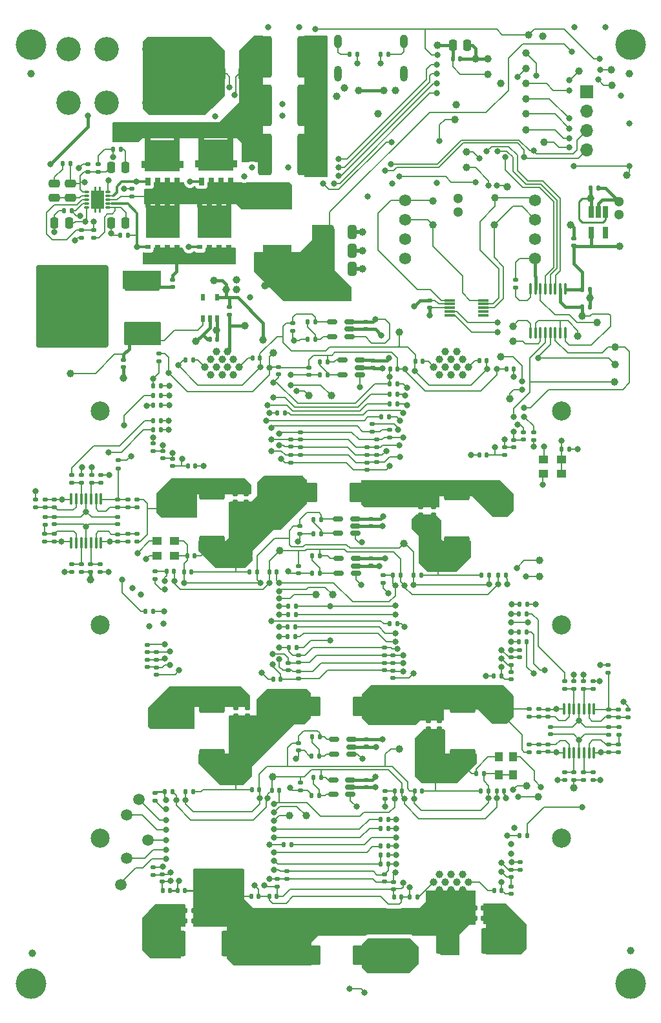
<source format=gbr>
%TF.GenerationSoftware,KiCad,Pcbnew,7.0.6-0*%
%TF.CreationDate,2023-10-22T16:37:52-04:00*%
%TF.ProjectId,bitaxeUltraHex,62697461-7865-4556-9c74-72614865782e,0.9*%
%TF.SameCoordinates,Original*%
%TF.FileFunction,Copper,L4,Bot*%
%TF.FilePolarity,Positive*%
%FSLAX46Y46*%
G04 Gerber Fmt 4.6, Leading zero omitted, Abs format (unit mm)*
G04 Created by KiCad (PCBNEW 7.0.6-0) date 2023-10-22 16:37:52*
%MOMM*%
%LPD*%
G01*
G04 APERTURE LIST*
G04 Aperture macros list*
%AMRoundRect*
0 Rectangle with rounded corners*
0 $1 Rounding radius*
0 $2 $3 $4 $5 $6 $7 $8 $9 X,Y pos of 4 corners*
0 Add a 4 corners polygon primitive as box body*
4,1,4,$2,$3,$4,$5,$6,$7,$8,$9,$2,$3,0*
0 Add four circle primitives for the rounded corners*
1,1,$1+$1,$2,$3*
1,1,$1+$1,$4,$5*
1,1,$1+$1,$6,$7*
1,1,$1+$1,$8,$9*
0 Add four rect primitives between the rounded corners*
20,1,$1+$1,$2,$3,$4,$5,0*
20,1,$1+$1,$4,$5,$6,$7,0*
20,1,$1+$1,$6,$7,$8,$9,0*
20,1,$1+$1,$8,$9,$2,$3,0*%
%AMFreePoly0*
4,1,17,-2.699995,4.191000,0.495300,4.191000,0.495300,3.429000,0.000000,3.429000,0.000000,0.381000,0.495300,0.381000,0.495300,-0.381000,-2.699995,-0.381000,-2.699995,-0.875995,-3.604995,-0.875995,-3.604995,-0.381000,-4.029995,-0.381000,-4.029995,4.191000,-3.604995,4.191000,-3.604995,4.685995,-2.699995,4.685995,-2.699995,4.191000,-2.699995,4.191000,$1*%
%AMFreePoly1*
4,1,45,-0.199646,1.700354,-0.199500,1.700000,-0.199500,1.200500,0.199500,1.200500,0.199500,1.700000,0.199646,1.700354,0.200000,1.700500,0.450000,1.700500,0.450354,1.700354,0.450500,1.700000,0.450500,1.200500,0.825000,1.200500,0.825354,1.200354,0.825500,1.200000,0.825500,-1.200000,0.825354,-1.200354,0.825000,-1.200500,0.450500,-1.200500,0.450500,-1.700000,0.450354,-1.700354,
0.450000,-1.700500,0.200000,-1.700500,0.199646,-1.700354,0.199500,-1.700000,0.199500,-1.200500,-0.199500,-1.200500,-0.199500,-1.700000,-0.199646,-1.700354,-0.200000,-1.700500,-0.450000,-1.700500,-0.450354,-1.700354,-0.450500,-1.700000,-0.450500,-1.200500,-0.825000,-1.200500,-0.825354,-1.200354,-0.825500,-1.200000,-0.825500,1.200000,-0.825354,1.200354,-0.825000,1.200500,-0.450500,1.200500,
-0.450500,1.700000,-0.450354,1.700354,-0.450000,1.700500,-0.200000,1.700500,-0.199646,1.700354,-0.199646,1.700354,$1*%
G04 Aperture macros list end*
%TA.AperFunction,ComponentPad*%
%ADD10C,2.500000*%
%TD*%
%TA.AperFunction,ComponentPad*%
%ADD11C,4.000000*%
%TD*%
%TA.AperFunction,ComponentPad*%
%ADD12C,3.200000*%
%TD*%
%TA.AperFunction,ComponentPad*%
%ADD13C,1.574800*%
%TD*%
%TA.AperFunction,ComponentPad*%
%ADD14C,0.800000*%
%TD*%
%TA.AperFunction,ComponentPad*%
%ADD15R,1.700000X1.700000*%
%TD*%
%TA.AperFunction,ComponentPad*%
%ADD16O,1.700000X1.700000*%
%TD*%
%TA.AperFunction,ComponentPad*%
%ADD17O,1.000000X2.100000*%
%TD*%
%TA.AperFunction,ComponentPad*%
%ADD18O,1.000000X1.800000*%
%TD*%
%TA.AperFunction,SMDPad,CuDef*%
%ADD19RoundRect,0.135000X0.135000X0.185000X-0.135000X0.185000X-0.135000X-0.185000X0.135000X-0.185000X0*%
%TD*%
%TA.AperFunction,SMDPad,CuDef*%
%ADD20RoundRect,0.140000X0.170000X-0.140000X0.170000X0.140000X-0.170000X0.140000X-0.170000X-0.140000X0*%
%TD*%
%TA.AperFunction,SMDPad,CuDef*%
%ADD21RoundRect,0.250000X-0.325000X-0.650000X0.325000X-0.650000X0.325000X0.650000X-0.325000X0.650000X0*%
%TD*%
%TA.AperFunction,SMDPad,CuDef*%
%ADD22RoundRect,0.140000X-0.170000X0.140000X-0.170000X-0.140000X0.170000X-0.140000X0.170000X0.140000X0*%
%TD*%
%TA.AperFunction,SMDPad,CuDef*%
%ADD23RoundRect,0.140000X0.140000X0.170000X-0.140000X0.170000X-0.140000X-0.170000X0.140000X-0.170000X0*%
%TD*%
%TA.AperFunction,SMDPad,CuDef*%
%ADD24C,1.000000*%
%TD*%
%TA.AperFunction,SMDPad,CuDef*%
%ADD25RoundRect,0.135000X0.185000X-0.135000X0.185000X0.135000X-0.185000X0.135000X-0.185000X-0.135000X0*%
%TD*%
%TA.AperFunction,SMDPad,CuDef*%
%ADD26RoundRect,0.250000X0.475000X-0.250000X0.475000X0.250000X-0.475000X0.250000X-0.475000X-0.250000X0*%
%TD*%
%TA.AperFunction,SMDPad,CuDef*%
%ADD27RoundRect,0.250000X-0.875000X-1.025000X0.875000X-1.025000X0.875000X1.025000X-0.875000X1.025000X0*%
%TD*%
%TA.AperFunction,SMDPad,CuDef*%
%ADD28RoundRect,0.140000X-0.140000X-0.170000X0.140000X-0.170000X0.140000X0.170000X-0.140000X0.170000X0*%
%TD*%
%TA.AperFunction,SMDPad,CuDef*%
%ADD29RoundRect,0.150000X0.512500X0.150000X-0.512500X0.150000X-0.512500X-0.150000X0.512500X-0.150000X0*%
%TD*%
%TA.AperFunction,SMDPad,CuDef*%
%ADD30RoundRect,0.135000X-0.135000X-0.185000X0.135000X-0.185000X0.135000X0.185000X-0.135000X0.185000X0*%
%TD*%
%TA.AperFunction,SMDPad,CuDef*%
%ADD31RoundRect,0.250000X-0.650000X-2.450000X0.650000X-2.450000X0.650000X2.450000X-0.650000X2.450000X0*%
%TD*%
%TA.AperFunction,SMDPad,CuDef*%
%ADD32R,0.650000X1.560000*%
%TD*%
%TA.AperFunction,SMDPad,CuDef*%
%ADD33RoundRect,0.250000X-0.312500X-0.625000X0.312500X-0.625000X0.312500X0.625000X-0.312500X0.625000X0*%
%TD*%
%TA.AperFunction,SMDPad,CuDef*%
%ADD34RoundRect,0.135000X-0.185000X0.135000X-0.185000X-0.135000X0.185000X-0.135000X0.185000X0.135000X0*%
%TD*%
%TA.AperFunction,SMDPad,CuDef*%
%ADD35C,1.500000*%
%TD*%
%TA.AperFunction,SMDPad,CuDef*%
%ADD36RoundRect,0.100000X0.100000X-0.637500X0.100000X0.637500X-0.100000X0.637500X-0.100000X-0.637500X0*%
%TD*%
%TA.AperFunction,SMDPad,CuDef*%
%ADD37R,0.558800X0.952500*%
%TD*%
%TA.AperFunction,SMDPad,CuDef*%
%ADD38R,3.700000X2.420000*%
%TD*%
%TA.AperFunction,SMDPad,CuDef*%
%ADD39RoundRect,0.250000X0.250000X0.475000X-0.250000X0.475000X-0.250000X-0.475000X0.250000X-0.475000X0*%
%TD*%
%TA.AperFunction,SMDPad,CuDef*%
%ADD40R,0.762000X0.990600*%
%TD*%
%TA.AperFunction,SMDPad,CuDef*%
%ADD41FreePoly0,90.000000*%
%TD*%
%TA.AperFunction,SMDPad,CuDef*%
%ADD42R,1.300000X1.100000*%
%TD*%
%TA.AperFunction,SMDPad,CuDef*%
%ADD43R,1.400000X0.300000*%
%TD*%
%TA.AperFunction,SMDPad,CuDef*%
%ADD44RoundRect,0.250000X-0.362500X-1.425000X0.362500X-1.425000X0.362500X1.425000X-0.362500X1.425000X0*%
%TD*%
%TA.AperFunction,SMDPad,CuDef*%
%ADD45RoundRect,0.250000X-0.250000X-0.475000X0.250000X-0.475000X0.250000X0.475000X-0.250000X0.475000X0*%
%TD*%
%TA.AperFunction,SMDPad,CuDef*%
%ADD46R,0.650000X0.630000*%
%TD*%
%TA.AperFunction,SMDPad,CuDef*%
%ADD47R,4.500000X4.300000*%
%TD*%
%TA.AperFunction,SMDPad,CuDef*%
%ADD48RoundRect,0.250000X1.425000X-0.362500X1.425000X0.362500X-1.425000X0.362500X-1.425000X-0.362500X0*%
%TD*%
%TA.AperFunction,SMDPad,CuDef*%
%ADD49RoundRect,0.250000X0.362500X1.425000X-0.362500X1.425000X-0.362500X-1.425000X0.362500X-1.425000X0*%
%TD*%
%TA.AperFunction,SMDPad,CuDef*%
%ADD50R,1.100000X1.300000*%
%TD*%
%TA.AperFunction,SMDPad,CuDef*%
%ADD51RoundRect,0.250000X2.050000X0.300000X-2.050000X0.300000X-2.050000X-0.300000X2.050000X-0.300000X0*%
%TD*%
%TA.AperFunction,SMDPad,CuDef*%
%ADD52RoundRect,0.250000X2.025000X2.375000X-2.025000X2.375000X-2.025000X-2.375000X2.025000X-2.375000X0*%
%TD*%
%TA.AperFunction,SMDPad,CuDef*%
%ADD53RoundRect,0.250002X4.449998X5.149998X-4.449998X5.149998X-4.449998X-5.149998X4.449998X-5.149998X0*%
%TD*%
%TA.AperFunction,SMDPad,CuDef*%
%ADD54RoundRect,0.007874X-0.292126X-0.112126X0.292126X-0.112126X0.292126X0.112126X-0.292126X0.112126X0*%
%TD*%
%TA.AperFunction,ComponentPad*%
%ADD55C,0.400000*%
%TD*%
%TA.AperFunction,SMDPad,CuDef*%
%ADD56FreePoly1,0.000000*%
%TD*%
%TA.AperFunction,ViaPad*%
%ADD57C,1.000000*%
%TD*%
%TA.AperFunction,ViaPad*%
%ADD58C,1.300000*%
%TD*%
%TA.AperFunction,ViaPad*%
%ADD59C,0.800000*%
%TD*%
%TA.AperFunction,Conductor*%
%ADD60C,0.400000*%
%TD*%
%TA.AperFunction,Conductor*%
%ADD61C,0.200000*%
%TD*%
%TA.AperFunction,Conductor*%
%ADD62C,0.500000*%
%TD*%
%TA.AperFunction,Conductor*%
%ADD63C,0.254000*%
%TD*%
%TA.AperFunction,Conductor*%
%ADD64C,0.300000*%
%TD*%
G04 APERTURE END LIST*
D10*
%TO.P,H10,*%
%TO.N,*%
X122500000Y-153000000D03*
%TD*%
%TO.P,H9,*%
%TO.N,*%
X62000000Y-153000000D03*
%TD*%
%TO.P,H8,*%
%TO.N,*%
X122500000Y-125000000D03*
%TD*%
%TO.P,H7,*%
%TO.N,*%
X62000000Y-125000000D03*
%TD*%
%TO.P,H6,*%
%TO.N,*%
X122500000Y-97000000D03*
%TD*%
%TO.P,H5,*%
%TO.N,*%
X62000000Y-97000000D03*
%TD*%
D11*
%TO.P,H4,*%
%TO.N,*%
X131500000Y-172000000D03*
%TD*%
%TO.P,H3,*%
%TO.N,*%
X53000000Y-172000000D03*
%TD*%
%TO.P,H2,*%
%TO.N,*%
X131500000Y-49020000D03*
%TD*%
%TO.P,H1,*%
%TO.N,*%
X52970000Y-49020000D03*
%TD*%
D12*
%TO.P,J2,1,Pin_1*%
%TO.N,GND*%
X62900000Y-56586000D03*
X62900000Y-49586000D03*
X57900000Y-56586000D03*
X57900000Y-49586000D03*
%TD*%
%TO.P,J1,1,Pin_1*%
%TO.N,/Power/VIN*%
X74128000Y-56586000D03*
X74128000Y-49586000D03*
X69128000Y-56586000D03*
X69128000Y-49586000D03*
%TD*%
D13*
%TO.P,J6,1,Pin_1*%
%TO.N,GND*%
X119000000Y-77000000D03*
%TO.P,J6,2,Pin_2*%
%TO.N,/5V*%
X119000000Y-74460000D03*
%TO.P,J6,3,Pin_3*%
%TO.N,/Fan/FAN2_TACH*%
X119000000Y-71920000D03*
%TO.P,J6,4,Pin_4*%
%TO.N,/Fan/FAN2_PWM*%
X119000000Y-69380000D03*
%TD*%
D14*
%TO.P,SW2,1*%
%TO.N,GND*%
X124175000Y-46700000D03*
X128225000Y-46700000D03*
%TD*%
D13*
%TO.P,J5,1,Pin_1*%
%TO.N,GND*%
X102000000Y-77000000D03*
%TO.P,J5,2,Pin_2*%
%TO.N,/5V*%
X102000000Y-74460000D03*
%TO.P,J5,3,Pin_3*%
%TO.N,/Fan/FAN1_TACH*%
X102000000Y-71920000D03*
%TO.P,J5,4,Pin_4*%
%TO.N,/Fan/FAN1_PWM*%
X102000000Y-69380000D03*
%TD*%
D14*
%TO.P,SW1,1*%
%TO.N,GND*%
X84075000Y-46700000D03*
X88125000Y-46700000D03*
%TD*%
D15*
%TO.P,J7,1,Pin_1*%
%TO.N,GND*%
X125800000Y-55200000D03*
D16*
%TO.P,J7,2,Pin_2*%
%TO.N,/3V3*%
X125800000Y-57740000D03*
%TO.P,J7,3,Pin_3*%
%TO.N,/SCL*%
X125800000Y-60280000D03*
%TO.P,J7,4,Pin_4*%
%TO.N,/SDA*%
X125800000Y-62820000D03*
%TD*%
D17*
%TO.P,J4,S1,SHIELD*%
%TO.N,GND*%
X101830000Y-52800000D03*
D18*
X101830000Y-48620000D03*
D17*
X93190000Y-52800000D03*
D18*
X93190000Y-48620000D03*
%TD*%
D19*
%TO.P,R36,1*%
%TO.N,Net-(U16-NRSTO)*%
X70010000Y-99500000D03*
%TO.P,R36,2*%
%TO.N,/BM1366-1/NRSTO*%
X68990000Y-99500000D03*
%TD*%
D20*
%TO.P,C48,1*%
%TO.N,Net-(U13-VDD1_1)*%
X98250000Y-103730000D03*
%TO.P,C48,2*%
%TO.N,Net-(U13-VDD2_1)*%
X98250000Y-102770000D03*
%TD*%
D21*
%TO.P,C21,1*%
%TO.N,/VDD*%
X92125000Y-76000000D03*
%TO.P,C21,2*%
%TO.N,GND*%
X95075000Y-76000000D03*
%TD*%
D22*
%TO.P,C44,1*%
%TO.N,/5V*%
X97800000Y-90420000D03*
%TO.P,C44,2*%
%TO.N,GND*%
X97800000Y-91380000D03*
%TD*%
D23*
%TO.P,C104,1*%
%TO.N,/BM1366-2/0V8*%
X71680000Y-118000000D03*
%TO.P,C104,2*%
%TO.N,Net-(U22-MODE_1)*%
X70720000Y-118000000D03*
%TD*%
D20*
%TO.P,C97,1*%
%TO.N,/BM1366-2/VDD2*%
X69400000Y-131580000D03*
%TO.P,C97,2*%
%TO.N,Net-(U22-VDD1_1)*%
X69400000Y-130620000D03*
%TD*%
D24*
%TO.P,TP33,1,1*%
%TO.N,/BM1366-3/TEMP_P1_3*%
X119400000Y-147600000D03*
%TD*%
D25*
%TO.P,R63,1*%
%TO.N,Net-(U18C--)*%
X53600000Y-109610000D03*
%TO.P,R63,2*%
%TO.N,GND*%
X53600000Y-108590000D03*
%TD*%
D26*
%TO.P,C7,1*%
%TO.N,Net-(U4-COMP)*%
X58099000Y-69088000D03*
%TO.P,C7,2*%
%TO.N,/Power/OUT0*%
X58099000Y-67188000D03*
%TD*%
D24*
%TO.P,TP4,1,1*%
%TO.N,/VDD*%
X83600000Y-80600000D03*
%TD*%
D27*
%TO.P,C150,1*%
%TO.N,/VDD*%
X89800000Y-168300000D03*
%TO.P,C150,2*%
%TO.N,/BM1366-2/VDD2*%
X96200000Y-168300000D03*
%TD*%
D25*
%TO.P,R7,1*%
%TO.N,/3V3*%
X59600000Y-74310000D03*
%TO.P,R7,2*%
%TO.N,/Power/PGOOD*%
X59600000Y-73290000D03*
%TD*%
D28*
%TO.P,C147,1*%
%TO.N,/VDD*%
X111220000Y-162100000D03*
%TO.P,C147,2*%
%TO.N,/BM1366-2/VDD2*%
X112180000Y-162100000D03*
%TD*%
D20*
%TO.P,C122,1*%
%TO.N,Net-(U24-VDD2_1)*%
X100500000Y-159660000D03*
%TO.P,C122,2*%
%TO.N,Net-(U24-VDD3_1)*%
X100500000Y-158700000D03*
%TD*%
D29*
%TO.P,U25,1,VIN*%
%TO.N,/5V*%
X94837500Y-145350000D03*
%TO.P,U25,2,GND*%
%TO.N,/BM1366-2/VDD2*%
X94837500Y-146300000D03*
%TO.P,U25,3,EN*%
%TO.N,/5V*%
X94837500Y-147250000D03*
%TO.P,U25,4,ADJ*%
%TO.N,Net-(U25-ADJ)*%
X92562500Y-147250000D03*
%TO.P,U25,5,VOUT*%
%TO.N,/BM1366-3/0V8*%
X92562500Y-145350000D03*
%TD*%
D25*
%TO.P,R50,1*%
%TO.N,/BM1366-2/CI2*%
X65630000Y-114130000D03*
%TO.P,R50,2*%
%TO.N,Net-(U18A--)*%
X65630000Y-113110000D03*
%TD*%
D24*
%TO.P,TP35,1,1*%
%TO.N,/BM1366-3/0V8*%
X84600000Y-144900000D03*
%TD*%
%TO.P,TP11,1,1*%
%TO.N,Net-(U7-B4)*%
X127100000Y-85400000D03*
%TD*%
D30*
%TO.P,R54,1*%
%TO.N,/BM1366-1/VDD1*%
X89790000Y-118300000D03*
%TO.P,R54,2*%
%TO.N,Net-(U20-ADJ)*%
X90810000Y-118300000D03*
%TD*%
D20*
%TO.P,C83,1*%
%TO.N,Net-(U19-VDD2_1)*%
X86700000Y-130980000D03*
%TO.P,C83,2*%
%TO.N,Net-(U19-VDD3_1)*%
X86700000Y-130020000D03*
%TD*%
D23*
%TO.P,C60,1*%
%TO.N,/BM1366-1/VDD1*%
X74480000Y-104200000D03*
%TO.P,C60,2*%
%TO.N,Net-(U16-VDD1_1)*%
X73520000Y-104200000D03*
%TD*%
D31*
%TO.P,C1,1*%
%TO.N,/Power/VIN_M*%
X83650000Y-50600000D03*
%TO.P,C1,2*%
%TO.N,GND*%
X88750000Y-50600000D03*
%TD*%
D24*
%TO.P,TP50,1,1*%
%TO.N,Net-(U9-GPIO38{slash}FSPIWP{slash}SUBSPIWP)*%
X117800000Y-56100000D03*
%TD*%
D20*
%TO.P,C123,1*%
%TO.N,Net-(U24-VDD3_1)*%
X99300000Y-158660000D03*
%TO.P,C123,2*%
%TO.N,Net-(C123-Pad2)*%
X99300000Y-157700000D03*
%TD*%
D25*
%TO.P,R103,1*%
%TO.N,Net-(U23D--)*%
X131180000Y-137130000D03*
%TO.P,R103,2*%
%TO.N,/BM1366-1/VDD1*%
X131180000Y-136110000D03*
%TD*%
D24*
%TO.P,TP31,1,1*%
%TO.N,/BM1366-2/TEMP_P2_2*%
X90300000Y-121100000D03*
%TD*%
D19*
%TO.P,R92,1*%
%TO.N,Net-(U24-RI)*%
X87110000Y-153800000D03*
%TO.P,R92,2*%
%TO.N,Net-(U27-RO)*%
X86090000Y-153800000D03*
%TD*%
D25*
%TO.P,R93,1*%
%TO.N,Net-(U23C--)*%
X118230000Y-137100000D03*
%TO.P,R93,2*%
%TO.N,/BM1366-1/VDD1*%
X118230000Y-136080000D03*
%TD*%
D24*
%TO.P,TP22,1,1*%
%TO.N,/BM1366-1/TEMP_N1_1*%
X114500000Y-89900000D03*
%TD*%
D32*
%TO.P,U5,1,VIN*%
%TO.N,/3V3*%
X126350000Y-70950000D03*
%TO.P,U5,2,GND*%
%TO.N,GND*%
X127300000Y-70950000D03*
%TO.P,U5,3,EN*%
%TO.N,/3V3*%
X128250000Y-70950000D03*
%TO.P,U5,4,NC*%
%TO.N,unconnected-(U5-NC-Pad4)*%
X128250000Y-73650000D03*
%TO.P,U5,5,VOUT*%
%TO.N,/1V8*%
X126350000Y-73650000D03*
%TD*%
D22*
%TO.P,C136,1*%
%TO.N,/BM1366-1/VDD1*%
X128680000Y-138440000D03*
%TO.P,C136,2*%
%TO.N,/VDD*%
X128680000Y-139400000D03*
%TD*%
%TO.P,C72,1*%
%TO.N,Net-(U18A--)*%
X64330000Y-113160000D03*
%TO.P,C72,2*%
%TO.N,/BM1366-2/CI2*%
X64330000Y-114120000D03*
%TD*%
D23*
%TO.P,C58,1*%
%TO.N,/BM1366-1/1V2*%
X82980000Y-90100000D03*
%TO.P,C58,2*%
%TO.N,GND*%
X82020000Y-90100000D03*
%TD*%
D33*
%TO.P,R1,1*%
%TO.N,/Power/VIN*%
X77837500Y-52800000D03*
%TO.P,R1,2*%
%TO.N,/Power/VIN_M*%
X80762500Y-52800000D03*
%TD*%
D34*
%TO.P,R65,1*%
%TO.N,/BM1366-1/BO*%
X58300000Y-105377500D03*
%TO.P,R65,2*%
%TO.N,Net-(U18C-+)*%
X58300000Y-106397500D03*
%TD*%
D20*
%TO.P,C3,1*%
%TO.N,/Power/VIN_M*%
X71500000Y-80780000D03*
%TO.P,C3,2*%
%TO.N,GND*%
X71500000Y-79820000D03*
%TD*%
D22*
%TO.P,C79,1*%
%TO.N,/BM1366-2/1V2*%
X88200000Y-112120000D03*
%TO.P,C79,2*%
%TO.N,/BM1366-1/VDD1*%
X88200000Y-113080000D03*
%TD*%
D28*
%TO.P,C82,1*%
%TO.N,Net-(U19-MODE_1)*%
X100420000Y-118500000D03*
%TO.P,C82,2*%
%TO.N,/BM1366-2/0V8*%
X101380000Y-118500000D03*
%TD*%
%TO.P,C27,1*%
%TO.N,/3V3*%
X125220000Y-83400000D03*
%TO.P,C27,2*%
%TO.N,GND*%
X126180000Y-83400000D03*
%TD*%
D24*
%TO.P,TP21,1,1*%
%TO.N,/BM1366-1/TEMP_P1_1*%
X115700000Y-95400000D03*
%TD*%
D23*
%TO.P,C43,1*%
%TO.N,Net-(U13-VDD1_0)*%
X112680000Y-102800000D03*
%TO.P,C43,2*%
%TO.N,/BM1366-1/VDD1*%
X111720000Y-102800000D03*
%TD*%
D19*
%TO.P,R70,1*%
%TO.N,Net-(U19-NRSTI)*%
X87710000Y-122600000D03*
%TO.P,R70,2*%
%TO.N,Net-(U22-NRSTO)*%
X86690000Y-122600000D03*
%TD*%
D24*
%TO.P,TP15,1,1*%
%TO.N,/ESP32/P_RX*%
X129100000Y-54300000D03*
%TD*%
D19*
%TO.P,R91,1*%
%TO.N,Net-(C123-Pad2)*%
X99810000Y-156400000D03*
%TO.P,R91,2*%
%TO.N,Net-(U27-NRSTI)*%
X98790000Y-156400000D03*
%TD*%
%TO.P,R37,1*%
%TO.N,Net-(U16-CO)*%
X70010000Y-95000000D03*
%TO.P,R37,2*%
%TO.N,/BM1366-1/CO*%
X68990000Y-95000000D03*
%TD*%
D20*
%TO.P,C50,1*%
%TO.N,Net-(U13-VDD2_1)*%
X97000000Y-102730000D03*
%TO.P,C50,2*%
%TO.N,Net-(U13-VDD3_1)*%
X97000000Y-101770000D03*
%TD*%
%TO.P,C105,1*%
%TO.N,Net-(U22-VDD3_1)*%
X68200000Y-128600000D03*
%TO.P,C105,2*%
%TO.N,Net-(U22-VDD4_1)*%
X68200000Y-127640000D03*
%TD*%
D35*
%TO.P,TP42,1,1*%
%TO.N,/BM1366-3/CLKO3*%
X65500000Y-149900000D03*
%TD*%
D24*
%TO.P,TP10,1,1*%
%TO.N,Net-(U7-A4)*%
X116100000Y-87900000D03*
%TD*%
D36*
%TO.P,U7,1,DIR1*%
%TO.N,/3V3*%
X122975000Y-86762500D03*
%TO.P,U7,2,DIR2*%
%TO.N,GND*%
X122325000Y-86762500D03*
%TO.P,U7,3,A1*%
%TO.N,/RO*%
X121675000Y-86762500D03*
%TO.P,U7,4,A2*%
%TO.N,/CI*%
X121025000Y-86762500D03*
%TO.P,U7,5,A3*%
%TO.N,/NRSTI*%
X120375000Y-86762500D03*
%TO.P,U7,6,A4*%
%TO.N,Net-(U7-A4)*%
X119725000Y-86762500D03*
%TO.P,U7,7,DIR3*%
%TO.N,GND*%
X119075000Y-86762500D03*
%TO.P,U7,8,DIR4*%
%TO.N,Net-(U7-DIR4)*%
X118425000Y-86762500D03*
%TO.P,U7,9,OE*%
%TO.N,Net-(U7-OE)*%
X118425000Y-81037500D03*
%TO.P,U7,10,GND*%
%TO.N,GND*%
X119075000Y-81037500D03*
%TO.P,U7,11,B4*%
%TO.N,Net-(U7-B4)*%
X119725000Y-81037500D03*
%TO.P,U7,12,B3*%
%TO.N,/ESP32/ASIC_RST*%
X120375000Y-81037500D03*
%TO.P,U7,13,B2*%
%TO.N,/ESP32/ESP32_TX*%
X121025000Y-81037500D03*
%TO.P,U7,14,B1*%
%TO.N,/ESP32/ESP32_RX*%
X121675000Y-81037500D03*
%TO.P,U7,15,VCCB*%
%TO.N,/3V3*%
X122325000Y-81037500D03*
%TO.P,U7,16,VCCA*%
%TO.N,/1V8*%
X122975000Y-81037500D03*
%TD*%
D23*
%TO.P,C133,1*%
%TO.N,Net-(U27-VDD1_1)*%
X71160000Y-159800000D03*
%TO.P,C133,2*%
%TO.N,Net-(U27-VDD2_1)*%
X70200000Y-159800000D03*
%TD*%
D19*
%TO.P,R67,1*%
%TO.N,Net-(U19-BI)*%
X87710000Y-123700000D03*
%TO.P,R67,2*%
%TO.N,Net-(U22-BO)*%
X86690000Y-123700000D03*
%TD*%
D22*
%TO.P,C102,1*%
%TO.N,GND*%
X64330000Y-110890000D03*
%TO.P,C102,2*%
%TO.N,/BM1366-2/VDD2*%
X64330000Y-111850000D03*
%TD*%
D20*
%TO.P,C81,1*%
%TO.N,Net-(U19-VDD1_1)*%
X88000000Y-132080000D03*
%TO.P,C81,2*%
%TO.N,Net-(U19-VDD2_1)*%
X88000000Y-131120000D03*
%TD*%
D29*
%TO.P,U15,1,VIN*%
%TO.N,/5V*%
X94737500Y-85350000D03*
%TO.P,U15,2,GND*%
%TO.N,GND*%
X94737500Y-86300000D03*
%TO.P,U15,3,EN*%
%TO.N,/5V*%
X94737500Y-87250000D03*
%TO.P,U15,4,ADJ*%
%TO.N,Net-(U15-ADJ)*%
X92462500Y-87250000D03*
%TO.P,U15,5,VOUT*%
%TO.N,/BM1366-1/1V2*%
X92462500Y-85350000D03*
%TD*%
D20*
%TO.P,C139,1*%
%TO.N,Net-(U27-VDD3_1)*%
X68980000Y-157780000D03*
%TO.P,C139,2*%
%TO.N,Net-(C139-Pad2)*%
X68980000Y-156820000D03*
%TD*%
D22*
%TO.P,C74,1*%
%TO.N,/5V*%
X97500000Y-116320000D03*
%TO.P,C74,2*%
%TO.N,/BM1366-1/VDD1*%
X97500000Y-117280000D03*
%TD*%
D20*
%TO.P,C56,1*%
%TO.N,Net-(U13-MODE_1)*%
X85400000Y-92230000D03*
%TO.P,C56,2*%
%TO.N,/BM1366-1/0V8*%
X85400000Y-91270000D03*
%TD*%
D34*
%TO.P,R95,1*%
%TO.N,/BM1366-2/BO*%
X122880000Y-132400000D03*
%TO.P,R95,2*%
%TO.N,Net-(U23C-+)*%
X122880000Y-133420000D03*
%TD*%
D19*
%TO.P,R6,1*%
%TO.N,Net-(Q2-G)*%
X65710000Y-74000000D03*
%TO.P,R6,2*%
%TO.N,GND*%
X64690000Y-74000000D03*
%TD*%
%TO.P,R61,1*%
%TO.N,Net-(U19-RO)*%
X101010000Y-124900000D03*
%TO.P,R61,2*%
%TO.N,Net-(U22-RI)*%
X99990000Y-124900000D03*
%TD*%
D22*
%TO.P,C65,1*%
%TO.N,/BM1366-1/0V8*%
X69750000Y-89500000D03*
%TO.P,C65,2*%
%TO.N,Net-(U16-MODE_1)*%
X69750000Y-90460000D03*
%TD*%
D24*
%TO.P,TP49,1,1*%
%TO.N,Net-(U9-SPIDQS{slash}GPIO37{slash}FSPIQ{slash}SUBSPIQ)*%
X117800000Y-58100000D03*
%TD*%
D20*
%TO.P,C99,1*%
%TO.N,Net-(U22-VDD1_1)*%
X68200000Y-130580000D03*
%TO.P,C99,2*%
%TO.N,Net-(U22-VDD2_1)*%
X68200000Y-129620000D03*
%TD*%
D24*
%TO.P,TP59,1,1*%
%TO.N,Net-(U9-GPIO14{slash}TOUCH14{slash}ADC2_CH3{slash}FSPIWP{slash}FSPIDQS{slash}SUBSPIWP)*%
X110000000Y-63100000D03*
%TD*%
D22*
%TO.P,C78,1*%
%TO.N,/BM1366-2/0V8*%
X88000000Y-117320000D03*
%TO.P,C78,2*%
%TO.N,/BM1366-1/VDD1*%
X88000000Y-118280000D03*
%TD*%
%TO.P,C121,1*%
%TO.N,/BM1366-3/1V2*%
X88000000Y-140520000D03*
%TO.P,C121,2*%
%TO.N,/BM1366-2/VDD2*%
X88000000Y-141480000D03*
%TD*%
%TO.P,C55,1*%
%TO.N,Net-(U13-VDD3_1)*%
X87000000Y-100750000D03*
%TO.P,C55,2*%
%TO.N,Net-(U13-VDD2_1)*%
X87000000Y-101710000D03*
%TD*%
D24*
%TO.P,TP1,1,1*%
%TO.N,/5V*%
X58100000Y-92100000D03*
%TD*%
D22*
%TO.P,C103,1*%
%TO.N,GND*%
X56030000Y-110880000D03*
%TO.P,C103,2*%
%TO.N,/BM1366-2/VDD2*%
X56030000Y-111840000D03*
%TD*%
D35*
%TO.P,TP40,1,1*%
%TO.N,/BM1366-3/BO3*%
X65500000Y-155600000D03*
%TD*%
D22*
%TO.P,C13,1*%
%TO.N,/3V3*%
X79000000Y-83420000D03*
%TO.P,C13,2*%
%TO.N,GND*%
X79000000Y-84380000D03*
%TD*%
%TO.P,C57,1*%
%TO.N,Net-(U13-VDD2_1)*%
X88250000Y-101790000D03*
%TO.P,C57,2*%
%TO.N,Net-(U13-VDD1_1)*%
X88250000Y-102750000D03*
%TD*%
D20*
%TO.P,C96,1*%
%TO.N,Net-(U18D--)*%
X64330000Y-109600000D03*
%TO.P,C96,2*%
%TO.N,Net-(C96-Pad2)*%
X64330000Y-108640000D03*
%TD*%
D34*
%TO.P,R75,1*%
%TO.N,Net-(C96-Pad2)*%
X65630000Y-108610000D03*
%TO.P,R75,2*%
%TO.N,Net-(U18D--)*%
X65630000Y-109630000D03*
%TD*%
D20*
%TO.P,C94,1*%
%TO.N,/BM1366-2/VDD2*%
X79800000Y-136880000D03*
%TO.P,C94,2*%
%TO.N,/BM1366-1/VDD1*%
X79800000Y-135920000D03*
%TD*%
D24*
%TO.P,FID2,*%
%TO.N,*%
X53100000Y-168060000D03*
%TD*%
D23*
%TO.P,C138,1*%
%TO.N,/BM1366-3/0V8*%
X71480000Y-146900000D03*
%TO.P,C138,2*%
%TO.N,Net-(U27-MODE_1)*%
X70520000Y-146900000D03*
%TD*%
%TO.P,C116,1*%
%TO.N,/VDD*%
X103580000Y-160700000D03*
%TO.P,C116,2*%
%TO.N,Net-(U24-VDD1_1)*%
X102620000Y-160700000D03*
%TD*%
D30*
%TO.P,R55,1*%
%TO.N,/BM1366-1/VDD1*%
X89990000Y-113100000D03*
%TO.P,R55,2*%
%TO.N,Net-(U21-ADJ)*%
X91010000Y-113100000D03*
%TD*%
D19*
%TO.P,R39,1*%
%TO.N,Net-(U16-BO)*%
X70010000Y-98250000D03*
%TO.P,R39,2*%
%TO.N,/BM1366-1/BO*%
X68990000Y-98250000D03*
%TD*%
D24*
%TO.P,TP53,1,1*%
%TO.N,Net-(U9-MTDI{slash}GPIO41{slash}CLK_OUT1)*%
X117800000Y-50100000D03*
%TD*%
D23*
%TO.P,C109,1*%
%TO.N,/BM1366-3/1V2*%
X112880000Y-146800000D03*
%TO.P,C109,2*%
%TO.N,/BM1366-2/VDD2*%
X111920000Y-146800000D03*
%TD*%
%TO.P,C128,1*%
%TO.N,Net-(U24-VDD2_1)*%
X85180000Y-160620000D03*
%TO.P,C128,2*%
%TO.N,Net-(U24-VDD1_1)*%
X84220000Y-160620000D03*
%TD*%
D20*
%TO.P,C141,1*%
%TO.N,/BM1366-1/VDD1*%
X81200000Y-108880000D03*
%TO.P,C141,2*%
%TO.N,GND*%
X81200000Y-107920000D03*
%TD*%
D22*
%TO.P,C86,1*%
%TO.N,Net-(U19-VDD3_1)*%
X100400000Y-129040000D03*
%TO.P,C86,2*%
%TO.N,Net-(U19-VDD2_1)*%
X100400000Y-130000000D03*
%TD*%
D24*
%TO.P,TP2,1,1*%
%TO.N,/3V3*%
X76900000Y-79900000D03*
%TD*%
D36*
%TO.P,U23,1*%
%TO.N,/BM1366-3/CI3*%
X126730000Y-141762500D03*
%TO.P,U23,2,-*%
%TO.N,Net-(U23A--)*%
X126080000Y-141762500D03*
%TO.P,U23,3,+*%
%TO.N,Net-(U23A-+)*%
X125430000Y-141762500D03*
%TO.P,U23,4,V+*%
%TO.N,/VDD*%
X124780000Y-141762500D03*
%TO.P,U23,5,+*%
%TO.N,Net-(U23B-+)*%
X124130000Y-141762500D03*
%TO.P,U23,6,-*%
%TO.N,Net-(U23B--)*%
X123480000Y-141762500D03*
%TO.P,U23,7*%
%TO.N,/BM1366-3/NRSTI3*%
X122830000Y-141762500D03*
%TO.P,U23,8*%
%TO.N,/BM1366-3/BI3*%
X122830000Y-136037500D03*
%TO.P,U23,9,-*%
%TO.N,Net-(U23C--)*%
X123480000Y-136037500D03*
%TO.P,U23,10,+*%
%TO.N,Net-(U23C-+)*%
X124130000Y-136037500D03*
%TO.P,U23,11,V-*%
%TO.N,/BM1366-1/VDD1*%
X124780000Y-136037500D03*
%TO.P,U23,12,+*%
%TO.N,Net-(U23D-+)*%
X125430000Y-136037500D03*
%TO.P,U23,13,-*%
%TO.N,Net-(U23D--)*%
X126080000Y-136037500D03*
%TO.P,U23,14*%
%TO.N,Net-(C131-Pad2)*%
X126730000Y-136037500D03*
%TD*%
%TO.P,U18,1*%
%TO.N,/BM1366-2/CI2*%
X62150000Y-114250000D03*
%TO.P,U18,2,-*%
%TO.N,Net-(U18A--)*%
X61500000Y-114250000D03*
%TO.P,U18,3,+*%
%TO.N,Net-(U18A-+)*%
X60850000Y-114250000D03*
%TO.P,U18,4,V+*%
%TO.N,/BM1366-2/VDD2*%
X60200000Y-114250000D03*
%TO.P,U18,5,+*%
%TO.N,Net-(U18B-+)*%
X59550000Y-114250000D03*
%TO.P,U18,6,-*%
%TO.N,Net-(U18B--)*%
X58900000Y-114250000D03*
%TO.P,U18,7*%
%TO.N,/BM1366-2/NRSTI2*%
X58250000Y-114250000D03*
%TO.P,U18,8*%
%TO.N,/BM1366-2/BI2*%
X58250000Y-108525000D03*
%TO.P,U18,9,-*%
%TO.N,Net-(U18C--)*%
X58900000Y-108525000D03*
%TO.P,U18,10,+*%
%TO.N,Net-(U18C-+)*%
X59550000Y-108525000D03*
%TO.P,U18,11,V-*%
%TO.N,GND*%
X60200000Y-108525000D03*
%TO.P,U18,12,+*%
%TO.N,Net-(U18D-+)*%
X60850000Y-108525000D03*
%TO.P,U18,13,-*%
%TO.N,Net-(U18D--)*%
X61500000Y-108525000D03*
%TO.P,U18,14*%
%TO.N,Net-(C96-Pad2)*%
X62150000Y-108525000D03*
%TD*%
D24*
%TO.P,TP44,1,1*%
%TO.N,/RO*%
X129500000Y-88600000D03*
%TD*%
D37*
%TO.P,U2,1,VIN*%
%TO.N,/5V*%
X77339800Y-84877950D03*
%TO.P,U2,2,GND*%
%TO.N,GND*%
X76400000Y-84877950D03*
%TO.P,U2,3,EN*%
%TO.N,/5V*%
X75460200Y-84877950D03*
%TO.P,U2,4,NC*%
%TO.N,unconnected-(U2-NC-Pad4)*%
X75460200Y-82122050D03*
%TO.P,U2,5,VOUT*%
%TO.N,/3V3*%
X77339800Y-82122050D03*
%TD*%
D25*
%TO.P,R10,1*%
%TO.N,/Power/OUT0*%
X60400000Y-65710000D03*
%TO.P,R10,2*%
%TO.N,GND*%
X60400000Y-64690000D03*
%TD*%
D28*
%TO.P,C151,1*%
%TO.N,/BM1366-2/VDD2*%
X111320000Y-144500000D03*
%TO.P,C151,2*%
%TO.N,/BM1366-3/1V2*%
X112280000Y-144500000D03*
%TD*%
D24*
%TO.P,TP26,1,1*%
%TO.N,/BM1366-1/TEMP_N2_1*%
X92300000Y-95000000D03*
%TD*%
D20*
%TO.P,C143,1*%
%TO.N,/BM1366-1/VDD1*%
X79700000Y-108880000D03*
%TO.P,C143,2*%
%TO.N,GND*%
X79700000Y-107920000D03*
%TD*%
D23*
%TO.P,C146,1*%
%TO.N,/VDD*%
X74180000Y-162500000D03*
%TO.P,C146,2*%
%TO.N,/BM1366-2/VDD2*%
X73220000Y-162500000D03*
%TD*%
D22*
%TO.P,C120,1*%
%TO.N,/BM1366-3/0V8*%
X88300000Y-145720000D03*
%TO.P,C120,2*%
%TO.N,/BM1366-2/VDD2*%
X88300000Y-146680000D03*
%TD*%
D24*
%TO.P,TP5,1,1*%
%TO.N,GND*%
X81000000Y-85800000D03*
%TD*%
D30*
%TO.P,R25,1*%
%TO.N,GND*%
X89190000Y-87600000D03*
%TO.P,R25,2*%
%TO.N,Net-(U15-ADJ)*%
X90210000Y-87600000D03*
%TD*%
D38*
%TO.P,L1,1,1*%
%TO.N,/Power/SW*%
X85200000Y-69180000D03*
%TO.P,L1,2,2*%
%TO.N,/VDD*%
X85200000Y-76420000D03*
%TD*%
D22*
%TO.P,C124,1*%
%TO.N,Net-(C123-Pad2)*%
X86500000Y-157320000D03*
%TO.P,C124,2*%
%TO.N,Net-(U24-VDD3_1)*%
X86500000Y-158280000D03*
%TD*%
D19*
%TO.P,R30,1*%
%TO.N,Net-(U13-BO)*%
X99910000Y-97800000D03*
%TO.P,R30,2*%
%TO.N,Net-(U16-BI)*%
X98890000Y-97800000D03*
%TD*%
D23*
%TO.P,C132,1*%
%TO.N,/VDD*%
X73160000Y-159800000D03*
%TO.P,C132,2*%
%TO.N,Net-(U27-VDD1_1)*%
X72200000Y-159800000D03*
%TD*%
D30*
%TO.P,R109,1*%
%TO.N,Net-(U24-RO)*%
X116990000Y-152600000D03*
%TO.P,R109,2*%
%TO.N,/BM1366-3/RO3*%
X118010000Y-152600000D03*
%TD*%
D22*
%TO.P,C108,1*%
%TO.N,Net-(U24-VDD3_0)*%
X115900000Y-157140000D03*
%TO.P,C108,2*%
%TO.N,Net-(U24-VDD2_0)*%
X115900000Y-158100000D03*
%TD*%
D23*
%TO.P,C68,1*%
%TO.N,Net-(U19-MODEO)*%
X115180000Y-118500000D03*
%TO.P,C68,2*%
%TO.N,/BM1366-2/0V8*%
X114220000Y-118500000D03*
%TD*%
%TO.P,C70,1*%
%TO.N,/BM1366-2/1V2*%
X112980000Y-118500000D03*
%TO.P,C70,2*%
%TO.N,/BM1366-1/VDD1*%
X112020000Y-118500000D03*
%TD*%
D30*
%TO.P,R19,1*%
%TO.N,GND*%
X94690000Y-50300000D03*
%TO.P,R19,2*%
%TO.N,Net-(J4-CC2)*%
X95710000Y-50300000D03*
%TD*%
D24*
%TO.P,TP34,1,1*%
%TO.N,/BM1366-3/TEMP_N1_3*%
X117900000Y-146100000D03*
%TD*%
D28*
%TO.P,C149,1*%
%TO.N,/VDD*%
X111220000Y-163500000D03*
%TO.P,C149,2*%
%TO.N,/BM1366-2/VDD2*%
X112180000Y-163500000D03*
%TD*%
D39*
%TO.P,C15,1*%
%TO.N,Net-(U4-BP)*%
X65350000Y-72400000D03*
%TO.P,C15,2*%
%TO.N,GND*%
X63450000Y-72400000D03*
%TD*%
D24*
%TO.P,TP32,1,1*%
%TO.N,/BM1366-2/TEMP_N2_2*%
X92500000Y-121100000D03*
%TD*%
D25*
%TO.P,R22,1*%
%TO.N,GND*%
X118800000Y-100810000D03*
%TO.P,R22,2*%
%TO.N,/BM1366-1/BI1*%
X118800000Y-99790000D03*
%TD*%
D24*
%TO.P,FID8,*%
%TO.N,*%
X131410000Y-52800000D03*
%TD*%
D34*
%TO.P,R105,1*%
%TO.N,/BM1366-3/RO3*%
X126630000Y-132400000D03*
%TO.P,R105,2*%
%TO.N,Net-(U23D-+)*%
X126630000Y-133420000D03*
%TD*%
D27*
%TO.P,C145,1*%
%TO.N,/BM1366-1/VDD1*%
X89400000Y-107700000D03*
%TO.P,C145,2*%
%TO.N,GND*%
X95800000Y-107700000D03*
%TD*%
D20*
%TO.P,C84,1*%
%TO.N,Net-(U19-VDD3_1)*%
X88000000Y-129980000D03*
%TO.P,C84,2*%
%TO.N,Net-(U19-VDD4_1)*%
X88000000Y-129020000D03*
%TD*%
D22*
%TO.P,C38,1*%
%TO.N,Net-(C38-Pad1)*%
X117500000Y-99790000D03*
%TO.P,C38,2*%
%TO.N,Net-(U13-VDD3_0)*%
X117500000Y-100750000D03*
%TD*%
D25*
%TO.P,R81,1*%
%TO.N,/BM1366-3/CI3*%
X129930000Y-141730000D03*
%TO.P,R81,2*%
%TO.N,Net-(U23A--)*%
X129930000Y-140710000D03*
%TD*%
%TO.P,R107,1*%
%TO.N,Net-(U27-NC)*%
X69196000Y-148110000D03*
%TO.P,R107,2*%
%TO.N,Net-(U27-MODE_1)*%
X69196000Y-147090000D03*
%TD*%
D20*
%TO.P,C101,1*%
%TO.N,Net-(U22-VDD2_1)*%
X69400000Y-129580000D03*
%TO.P,C101,2*%
%TO.N,Net-(U22-VDD3_1)*%
X69400000Y-128620000D03*
%TD*%
D35*
%TO.P,TP43,1,1*%
%TO.N,/BM1366-3/CO3*%
X67100000Y-147900000D03*
%TD*%
D20*
%TO.P,C95,1*%
%TO.N,/BM1366-2/VDD2*%
X106500000Y-138580000D03*
%TO.P,C95,2*%
%TO.N,/BM1366-1/VDD1*%
X106500000Y-137620000D03*
%TD*%
D34*
%TO.P,R64,1*%
%TO.N,/BM1366-2/VDD2*%
X59600000Y-105390000D03*
%TO.P,R64,2*%
%TO.N,Net-(U18C-+)*%
X59600000Y-106410000D03*
%TD*%
D40*
%TO.P,Q3,1*%
%TO.N,/Power/SW*%
X79105000Y-66983294D03*
%TO.P,Q3,2*%
X77835000Y-66983294D03*
%TO.P,Q3,3,S*%
X76565000Y-66983294D03*
%TO.P,Q3,4,G*%
%TO.N,Net-(Q1-G)*%
X75295000Y-66983294D03*
D41*
%TO.P,Q3,5,D*%
%TO.N,/Power/VIN_M*%
X79105000Y-61488298D03*
%TD*%
D20*
%TO.P,C135,1*%
%TO.N,Net-(U27-VDD2_1)*%
X70180000Y-158680000D03*
%TO.P,C135,2*%
%TO.N,Net-(U27-VDD3_1)*%
X70180000Y-157720000D03*
%TD*%
D22*
%TO.P,C54,1*%
%TO.N,Net-(C53-Pad2)*%
X88250000Y-99790000D03*
%TO.P,C54,2*%
%TO.N,Net-(U13-VDD3_1)*%
X88250000Y-100750000D03*
%TD*%
D24*
%TO.P,TP20,1,1*%
%TO.N,/Fan/FAN2_PWM*%
X113800000Y-69100000D03*
%TD*%
D23*
%TO.P,C140,1*%
%TO.N,/BM1366-1/VDD1*%
X74380000Y-116000000D03*
%TO.P,C140,2*%
%TO.N,/BM1366-2/1V2*%
X73420000Y-116000000D03*
%TD*%
D21*
%TO.P,C20,1*%
%TO.N,/VDD*%
X92125000Y-73600000D03*
%TO.P,C20,2*%
%TO.N,GND*%
X95075000Y-73600000D03*
%TD*%
D24*
%TO.P,FID6,*%
%TO.N,*%
X52970000Y-52800000D03*
%TD*%
D19*
%TO.P,R97,1*%
%TO.N,Net-(U24-CLKO)*%
X99810000Y-151700000D03*
%TO.P,R97,2*%
%TO.N,Net-(U27-CLKI)*%
X98790000Y-151700000D03*
%TD*%
D24*
%TO.P,TP25,1,1*%
%TO.N,/BM1366-1/TEMP_P2_1*%
X89400000Y-95000000D03*
%TD*%
D25*
%TO.P,R84,1*%
%TO.N,/BM1366-2/NRSTO*%
X122880000Y-145400000D03*
%TO.P,R84,2*%
%TO.N,Net-(U23B-+)*%
X122880000Y-144380000D03*
%TD*%
D42*
%TO.P,U17,1,EN*%
%TO.N,/BM1366-1/1V2*%
X122450000Y-105250000D03*
%TO.P,U17,2,GND*%
%TO.N,GND*%
X120150000Y-105250000D03*
%TO.P,U17,3,OUT*%
%TO.N,/BM1366-1/CLKI1*%
X120150000Y-103350000D03*
%TO.P,U17,4,VIN*%
%TO.N,/BM1366-1/1V2*%
X122450000Y-103350000D03*
%TD*%
D34*
%TO.P,R44,1*%
%TO.N,Net-(U18A--)*%
X66880000Y-113110000D03*
%TO.P,R44,2*%
%TO.N,GND*%
X66880000Y-114130000D03*
%TD*%
D22*
%TO.P,C45,1*%
%TO.N,/5V*%
X96800000Y-85320000D03*
%TO.P,C45,2*%
%TO.N,GND*%
X96800000Y-86280000D03*
%TD*%
D25*
%TO.P,R83,1*%
%TO.N,/VDD*%
X124130000Y-145400000D03*
%TO.P,R83,2*%
%TO.N,Net-(U23B-+)*%
X124130000Y-144380000D03*
%TD*%
%TO.P,R72,1*%
%TO.N,Net-(U18D--)*%
X66880000Y-109630000D03*
%TO.P,R72,2*%
%TO.N,GND*%
X66880000Y-108610000D03*
%TD*%
D19*
%TO.P,R101,1*%
%TO.N,Net-(U24-CO)*%
X99810000Y-150500000D03*
%TO.P,R101,2*%
%TO.N,Net-(U27-CI)*%
X98790000Y-150500000D03*
%TD*%
D43*
%TO.P,U12,1,SMDATA*%
%TO.N,/SDA*%
X107800000Y-84500000D03*
%TO.P,U12,2,SMCLK*%
%TO.N,/SCL*%
X107800000Y-84000000D03*
%TO.P,U12,3,VDD*%
%TO.N,/3V3*%
X107800000Y-83500000D03*
%TO.P,U12,4,GND*%
%TO.N,GND*%
X107800000Y-83000000D03*
%TO.P,U12,5,PWM1*%
%TO.N,/Fan/FAN1_PWM*%
X107800000Y-82500000D03*
%TO.P,U12,6,TACH1*%
%TO.N,/Fan/FAN1_TACH*%
X112200000Y-82500000D03*
%TO.P,U12,7,PWM2*%
%TO.N,/Fan/FAN2_PWM*%
X112200000Y-83000000D03*
%TO.P,U12,8,TACH2*%
%TO.N,/Fan/FAN2_TACH*%
X112200000Y-83500000D03*
%TO.P,U12,9,CLK*%
%TO.N,unconnected-(U12-CLK-Pad9)*%
X112200000Y-84000000D03*
%TO.P,U12,10,\u002AALERT*%
%TO.N,unconnected-(U12-\u002AALERT-Pad10)*%
X112200000Y-84500000D03*
%TD*%
D19*
%TO.P,R96,1*%
%TO.N,Net-(U24-BO)*%
X99810000Y-154000000D03*
%TO.P,R96,2*%
%TO.N,Net-(U27-BI)*%
X98790000Y-154000000D03*
%TD*%
D28*
%TO.P,C46,1*%
%TO.N,/BM1366-1/1V2*%
X103320000Y-90500000D03*
%TO.P,C46,2*%
%TO.N,GND*%
X104280000Y-90500000D03*
%TD*%
D19*
%TO.P,R18,1*%
%TO.N,GND*%
X99810000Y-50300000D03*
%TO.P,R18,2*%
%TO.N,Net-(J4-CC1)*%
X98790000Y-50300000D03*
%TD*%
D44*
%TO.P,R99,1*%
%TO.N,/VDD*%
X106637500Y-166400000D03*
%TO.P,R99,2*%
%TO.N,/BM1366-2/VDD2*%
X112562500Y-166400000D03*
%TD*%
D19*
%TO.P,R28,1*%
%TO.N,/BM1366-1/1V2*%
X90210000Y-85300000D03*
%TO.P,R28,2*%
%TO.N,Net-(U15-ADJ)*%
X89190000Y-85300000D03*
%TD*%
D29*
%TO.P,U21,1,VIN*%
%TO.N,/5V*%
X95437500Y-111150000D03*
%TO.P,U21,2,GND*%
%TO.N,/BM1366-1/VDD1*%
X95437500Y-112100000D03*
%TO.P,U21,3,EN*%
%TO.N,/5V*%
X95437500Y-113050000D03*
%TO.P,U21,4,ADJ*%
%TO.N,Net-(U21-ADJ)*%
X93162500Y-113050000D03*
%TO.P,U21,5,VOUT*%
%TO.N,/BM1366-2/1V2*%
X93162500Y-111150000D03*
%TD*%
D22*
%TO.P,C114,1*%
%TO.N,/5V*%
X96900000Y-140020000D03*
%TO.P,C114,2*%
%TO.N,/BM1366-2/VDD2*%
X96900000Y-140980000D03*
%TD*%
D23*
%TO.P,C107,1*%
%TO.N,Net-(U24-MODEO)*%
X114980000Y-146800000D03*
%TO.P,C107,2*%
%TO.N,/BM1366-3/0V8*%
X114020000Y-146800000D03*
%TD*%
D19*
%TO.P,R27,1*%
%TO.N,/BM1366-1/0V8*%
X91810000Y-90600000D03*
%TO.P,R27,2*%
%TO.N,Net-(U14-ADJ)*%
X90790000Y-90600000D03*
%TD*%
D45*
%TO.P,C23,1*%
%TO.N,/3V3*%
X108250000Y-49100000D03*
%TO.P,C23,2*%
%TO.N,GND*%
X110150000Y-49100000D03*
%TD*%
D24*
%TO.P,TP24,1,1*%
%TO.N,/BM1366-1/1V2*%
X101200000Y-86700000D03*
%TD*%
D34*
%TO.P,R77,1*%
%TO.N,/BM1366-1/RI*%
X64400000Y-103490000D03*
%TO.P,R77,2*%
%TO.N,Net-(C96-Pad2)*%
X64400000Y-104510000D03*
%TD*%
D24*
%TO.P,TP27,1,1*%
%TO.N,/BM1366-2/TEMP_P1_2*%
X119600000Y-118700000D03*
%TD*%
D23*
%TO.P,C41,1*%
%TO.N,/BM1366-1/1V2*%
X112680000Y-90400000D03*
%TO.P,C41,2*%
%TO.N,GND*%
X111720000Y-90400000D03*
%TD*%
D24*
%TO.P,TP16,1,1*%
%TO.N,/ESP32/IO0*%
X131000000Y-66100000D03*
%TD*%
D23*
%TO.P,C10,1*%
%TO.N,Net-(Q6-D)*%
X58280000Y-70800000D03*
%TO.P,C10,2*%
%TO.N,GND*%
X57320000Y-70800000D03*
%TD*%
D19*
%TO.P,R17,1*%
%TO.N,Net-(U22-RO)*%
X69010000Y-123300000D03*
%TO.P,R17,2*%
%TO.N,/BM1366-2/RO2*%
X67990000Y-123300000D03*
%TD*%
D20*
%TO.P,C66,1*%
%TO.N,Net-(U16-VDD3_1)*%
X69000000Y-102230000D03*
%TO.P,C66,2*%
%TO.N,Net-(C66-Pad2)*%
X69000000Y-101270000D03*
%TD*%
D22*
%TO.P,C12,1*%
%TO.N,/5V*%
X65100000Y-90320000D03*
%TO.P,C12,2*%
%TO.N,GND*%
X65100000Y-91280000D03*
%TD*%
D29*
%TO.P,U26,1,VIN*%
%TO.N,/5V*%
X94937500Y-140050000D03*
%TO.P,U26,2,GND*%
%TO.N,/BM1366-2/VDD2*%
X94937500Y-141000000D03*
%TO.P,U26,3,EN*%
%TO.N,/5V*%
X94937500Y-141950000D03*
%TO.P,U26,4,ADJ*%
%TO.N,Net-(U26-ADJ)*%
X92662500Y-141950000D03*
%TO.P,U26,5,VOUT*%
%TO.N,/BM1366-3/1V2*%
X92662500Y-140050000D03*
%TD*%
D20*
%TO.P,C131,1*%
%TO.N,Net-(U23D--)*%
X128680000Y-137100000D03*
%TO.P,C131,2*%
%TO.N,Net-(C131-Pad2)*%
X128680000Y-136140000D03*
%TD*%
D34*
%TO.P,R14,1*%
%TO.N,GND*%
X116500000Y-79790000D03*
%TO.P,R14,2*%
%TO.N,Net-(U7-OE)*%
X116500000Y-80810000D03*
%TD*%
D24*
%TO.P,TP12,1,1*%
%TO.N,Net-(U7-DIR4)*%
X116100000Y-85900000D03*
%TD*%
D23*
%TO.P,C87,1*%
%TO.N,Net-(U19-MODE_1)*%
X85180000Y-118100000D03*
%TO.P,C87,2*%
%TO.N,/BM1366-2/0V8*%
X84220000Y-118100000D03*
%TD*%
D28*
%TO.P,C77,1*%
%TO.N,/BM1366-2/VDD2*%
X84720000Y-132120000D03*
%TO.P,C77,2*%
%TO.N,Net-(U19-VDD1_1)*%
X85680000Y-132120000D03*
%TD*%
%TO.P,C100,1*%
%TO.N,/BM1366-2/1V2*%
X73020000Y-118100000D03*
%TO.P,C100,2*%
%TO.N,/BM1366-1/VDD1*%
X73980000Y-118100000D03*
%TD*%
D42*
%TO.P,U8,1,EN*%
%TO.N,/BM1366-2/1V2*%
X71750000Y-115950000D03*
%TO.P,U8,2,GND*%
%TO.N,/BM1366-1/VDD1*%
X69450000Y-115950000D03*
%TO.P,U8,3,OUT*%
%TO.N,/BM1366-2/CLKI1*%
X69450000Y-114050000D03*
%TO.P,U8,4,VIN*%
%TO.N,/BM1366-2/1V2*%
X71750000Y-114050000D03*
%TD*%
D22*
%TO.P,C117,1*%
%TO.N,Net-(U23B--)*%
X120730000Y-140710000D03*
%TO.P,C117,2*%
%TO.N,/BM1366-3/NRSTI3*%
X120730000Y-141670000D03*
%TD*%
D24*
%TO.P,FID4,*%
%TO.N,*%
X131570000Y-167670000D03*
%TD*%
D34*
%TO.P,R73,1*%
%TO.N,GND*%
X60900000Y-105377500D03*
%TO.P,R73,2*%
%TO.N,Net-(U18D-+)*%
X60900000Y-106397500D03*
%TD*%
%TO.P,R102,1*%
%TO.N,/BM1366-3/BI3*%
X119480000Y-136080000D03*
%TO.P,R102,2*%
%TO.N,Net-(U23C--)*%
X119480000Y-137100000D03*
%TD*%
D25*
%TO.P,R80,1*%
%TO.N,/BM1366-2/CO*%
X126630000Y-145400000D03*
%TO.P,R80,2*%
%TO.N,Net-(U23A-+)*%
X126630000Y-144380000D03*
%TD*%
%TO.P,R78,1*%
%TO.N,Net-(U23A--)*%
X129980000Y-139410000D03*
%TO.P,R78,2*%
%TO.N,/BM1366-1/VDD1*%
X129980000Y-138390000D03*
%TD*%
D20*
%TO.P,C53,1*%
%TO.N,Net-(U13-VDD3_1)*%
X98250000Y-101730000D03*
%TO.P,C53,2*%
%TO.N,Net-(C53-Pad2)*%
X98250000Y-100770000D03*
%TD*%
D22*
%TO.P,C14,1*%
%TO.N,Net-(U4-BOOT)*%
X66200000Y-67920000D03*
%TO.P,C14,2*%
%TO.N,/Power/SW*%
X66200000Y-68880000D03*
%TD*%
D28*
%TO.P,C134,1*%
%TO.N,/BM1366-3/1V2*%
X73220000Y-146900000D03*
%TO.P,C134,2*%
%TO.N,/BM1366-2/VDD2*%
X74180000Y-146900000D03*
%TD*%
D24*
%TO.P,TP19,1,1*%
%TO.N,/Fan/FAN1_PWM*%
X105600000Y-69500000D03*
%TD*%
D46*
%TO.P,Q2,1*%
%TO.N,GND*%
X72105000Y-75535072D03*
%TO.P,Q2,2*%
X70835000Y-75535072D03*
%TO.P,Q2,3,S*%
X69565000Y-75535072D03*
%TO.P,Q2,4,G*%
%TO.N,Net-(Q2-G)*%
X68295000Y-75535072D03*
D47*
%TO.P,Q2,5,D*%
%TO.N,/Power/SW*%
X70200000Y-72200000D03*
D46*
X68295000Y-70064928D03*
X69565000Y-70064928D03*
X70835000Y-70064928D03*
X72105000Y-70064928D03*
%TD*%
D22*
%TO.P,C80,1*%
%TO.N,Net-(U18B--)*%
X56030000Y-113130000D03*
%TO.P,C80,2*%
%TO.N,/BM1366-2/NRSTI2*%
X56030000Y-114090000D03*
%TD*%
D24*
%TO.P,TP8,1,1*%
%TO.N,/3V3*%
X112800000Y-52900000D03*
%TD*%
D20*
%TO.P,C64,1*%
%TO.N,Net-(U16-VDD2_1)*%
X70250000Y-103230000D03*
%TO.P,C64,2*%
%TO.N,Net-(U16-VDD3_1)*%
X70250000Y-102270000D03*
%TD*%
D24*
%TO.P,TP58,1,1*%
%TO.N,Net-(U9-GPIO13{slash}TOUCH13{slash}ADC2_CH2{slash}FSPIQ{slash}FSPIIO7{slash}SUBSPIQ)*%
X115400000Y-67600000D03*
%TD*%
D30*
%TO.P,R87,1*%
%TO.N,/BM1366-2/VDD2*%
X89690000Y-142200000D03*
%TO.P,R87,2*%
%TO.N,Net-(U26-ADJ)*%
X90710000Y-142200000D03*
%TD*%
D23*
%TO.P,C118,1*%
%TO.N,Net-(U24-VDD1_1)*%
X101480000Y-160700000D03*
%TO.P,C118,2*%
%TO.N,Net-(U24-VDD2_1)*%
X100520000Y-160700000D03*
%TD*%
D24*
%TO.P,TP57,1,1*%
%TO.N,Net-(U9-GPIO12{slash}TOUCH12{slash}ADC2_CH1{slash}FSPICLK{slash}FSPIIO6{slash}SUBSPICLK)*%
X110000000Y-65100000D03*
%TD*%
D19*
%TO.P,R66,1*%
%TO.N,Net-(U19-CLKI)*%
X87610000Y-125300000D03*
%TO.P,R66,2*%
%TO.N,Net-(U22-CLKO)*%
X86590000Y-125300000D03*
%TD*%
D24*
%TO.P,TP36,1,1*%
%TO.N,/BM1366-3/1V2*%
X101200000Y-141300000D03*
%TD*%
D19*
%TO.P,R33,1*%
%TO.N,Net-(U13-CO)*%
X101010000Y-94800000D03*
%TO.P,R33,2*%
%TO.N,Net-(U16-CI)*%
X99990000Y-94800000D03*
%TD*%
D48*
%TO.P,R62,1*%
%TO.N,/BM1366-2/VDD2*%
X76700000Y-141862500D03*
%TO.P,R62,2*%
%TO.N,/BM1366-1/VDD1*%
X76700000Y-135937500D03*
%TD*%
D23*
%TO.P,C39,1*%
%TO.N,Net-(U13-MODEO)*%
X116230000Y-91500000D03*
%TO.P,C39,2*%
%TO.N,/BM1366-1/0V8*%
X115270000Y-91500000D03*
%TD*%
D22*
%TO.P,C52,1*%
%TO.N,/BM1366-1/1V2*%
X87300000Y-85520000D03*
%TO.P,C52,2*%
%TO.N,GND*%
X87300000Y-86480000D03*
%TD*%
D24*
%TO.P,TP30,1,1*%
%TO.N,/BM1366-2/1V2*%
X101800000Y-114400000D03*
%TD*%
%TO.P,TP29,1,1*%
%TO.N,/BM1366-2/0V8*%
X85600000Y-115300000D03*
%TD*%
D49*
%TO.P,R98,1*%
%TO.N,/VDD*%
X78562500Y-166800000D03*
%TO.P,R98,2*%
%TO.N,/BM1366-2/VDD2*%
X72637500Y-166800000D03*
%TD*%
D24*
%TO.P,TP13,1,1*%
%TO.N,/ESP32/EN*%
X118200000Y-47700000D03*
%TD*%
D22*
%TO.P,C67,1*%
%TO.N,Net-(U19-VDD4_0)*%
X117000000Y-128300000D03*
%TO.P,C67,2*%
%TO.N,Net-(U19-VDD3_0)*%
X117000000Y-129260000D03*
%TD*%
%TO.P,C125,1*%
%TO.N,Net-(U24-VDD3_1)*%
X85200000Y-158340000D03*
%TO.P,C125,2*%
%TO.N,Net-(U24-VDD2_1)*%
X85200000Y-159300000D03*
%TD*%
D19*
%TO.P,R57,1*%
%TO.N,/BM1366-2/1V2*%
X91010000Y-111200000D03*
%TO.P,R57,2*%
%TO.N,Net-(U21-ADJ)*%
X89990000Y-111200000D03*
%TD*%
D24*
%TO.P,TP23,1,1*%
%TO.N,/BM1366-1/0V8*%
X84700000Y-89400000D03*
%TD*%
D25*
%TO.P,R52,1*%
%TO.N,/BM1366-2/VDD2*%
X59550000Y-118100000D03*
%TO.P,R52,2*%
%TO.N,Net-(U18B-+)*%
X59550000Y-117080000D03*
%TD*%
D19*
%TO.P,R69,1*%
%TO.N,Net-(U19-CI)*%
X87610000Y-126600000D03*
%TO.P,R69,2*%
%TO.N,Net-(U22-CO)*%
X86590000Y-126600000D03*
%TD*%
D22*
%TO.P,C71,1*%
%TO.N,Net-(U19-VDD2_0)*%
X115900000Y-131220000D03*
%TO.P,C71,2*%
%TO.N,Net-(U19-VDD1_0)*%
X115900000Y-132180000D03*
%TD*%
%TO.P,C113,1*%
%TO.N,/5V*%
X96900000Y-145320000D03*
%TO.P,C113,2*%
%TO.N,/BM1366-2/VDD2*%
X96900000Y-146280000D03*
%TD*%
D20*
%TO.P,C127,1*%
%TO.N,Net-(U23C--)*%
X120730000Y-137070000D03*
%TO.P,C127,2*%
%TO.N,/BM1366-3/BI3*%
X120730000Y-136110000D03*
%TD*%
D28*
%TO.P,C49,1*%
%TO.N,Net-(U13-MODE_1)*%
X100020000Y-91500000D03*
%TO.P,C49,2*%
%TO.N,/BM1366-1/0V8*%
X100980000Y-91500000D03*
%TD*%
D23*
%TO.P,C130,1*%
%TO.N,Net-(U24-VDD1_1)*%
X82780000Y-160600000D03*
%TO.P,C130,2*%
%TO.N,/VDD*%
X81820000Y-160600000D03*
%TD*%
D25*
%TO.P,R58,1*%
%TO.N,Net-(U19-MODE_0)*%
X99100000Y-119510000D03*
%TO.P,R58,2*%
%TO.N,Net-(U19-MODE_1)*%
X99100000Y-118490000D03*
%TD*%
D19*
%TO.P,R100,1*%
%TO.N,Net-(U24-NRSTO)*%
X99810000Y-155200000D03*
%TO.P,R100,2*%
%TO.N,Net-(U27-NRSTI)*%
X98790000Y-155200000D03*
%TD*%
D22*
%TO.P,C92,1*%
%TO.N,Net-(U19-VDD1_1)*%
X100400000Y-131040000D03*
%TO.P,C92,2*%
%TO.N,/BM1366-2/VDD2*%
X100400000Y-132000000D03*
%TD*%
D25*
%TO.P,R46,1*%
%TO.N,/BM1366-1/CO*%
X62050000Y-118100000D03*
%TO.P,R46,2*%
%TO.N,Net-(U18A-+)*%
X62050000Y-117080000D03*
%TD*%
D20*
%TO.P,C142,1*%
%TO.N,/BM1366-1/VDD1*%
X104000000Y-110580000D03*
%TO.P,C142,2*%
%TO.N,GND*%
X104000000Y-109620000D03*
%TD*%
D19*
%TO.P,R90,1*%
%TO.N,/BM1366-3/1V2*%
X90810000Y-139700000D03*
%TO.P,R90,2*%
%TO.N,Net-(U26-ADJ)*%
X89790000Y-139700000D03*
%TD*%
D34*
%TO.P,R106,1*%
%TO.N,Net-(C131-Pad2)*%
X129930000Y-136110000D03*
%TO.P,R106,2*%
%TO.N,Net-(U23D--)*%
X129930000Y-137130000D03*
%TD*%
D22*
%TO.P,C111,1*%
%TO.N,Net-(U23A--)*%
X128680000Y-140740000D03*
%TO.P,C111,2*%
%TO.N,/BM1366-3/CI3*%
X128680000Y-141700000D03*
%TD*%
%TO.P,C137,1*%
%TO.N,/BM1366-1/VDD1*%
X121030000Y-138420000D03*
%TO.P,C137,2*%
%TO.N,/VDD*%
X121030000Y-139380000D03*
%TD*%
D31*
%TO.P,C6,1*%
%TO.N,/Power/VIN_M*%
X83650000Y-63400000D03*
%TO.P,C6,2*%
%TO.N,GND*%
X88750000Y-63400000D03*
%TD*%
D29*
%TO.P,U14,1,VIN*%
%TO.N,/5V*%
X96037500Y-90350000D03*
%TO.P,U14,2,GND*%
%TO.N,GND*%
X96037500Y-91300000D03*
%TO.P,U14,3,EN*%
%TO.N,/5V*%
X96037500Y-92250000D03*
%TO.P,U14,4,ADJ*%
%TO.N,Net-(U14-ADJ)*%
X93762500Y-92250000D03*
%TO.P,U14,5,VOUT*%
%TO.N,/BM1366-1/0V8*%
X93762500Y-90350000D03*
%TD*%
D24*
%TO.P,TP48,1,1*%
%TO.N,Net-(U9-SPIIO7{slash}GPIO36{slash}FSPICLK{slash}SUBSPICLK)*%
X117800000Y-60200000D03*
%TD*%
D50*
%TO.P,U28,1,EN*%
%TO.N,/BM1366-3/1V2*%
X114250000Y-144650000D03*
%TO.P,U28,2,GND*%
%TO.N,/BM1366-2/VDD2*%
X114250000Y-142350000D03*
%TO.P,U28,3,OUT*%
%TO.N,/BM1366-3/CLKI1*%
X116150000Y-142350000D03*
%TO.P,U28,4,VIN*%
%TO.N,/BM1366-3/1V2*%
X116150000Y-144650000D03*
%TD*%
D25*
%TO.P,R26,1*%
%TO.N,Net-(C53-Pad2)*%
X100000000Y-100510000D03*
%TO.P,R26,2*%
%TO.N,Net-(U16-NRSTI)*%
X100000000Y-99490000D03*
%TD*%
D20*
%TO.P,C17,1*%
%TO.N,/1V8*%
X124100000Y-75380000D03*
%TO.P,C17,2*%
%TO.N,GND*%
X124100000Y-74420000D03*
%TD*%
D23*
%TO.P,C148,1*%
%TO.N,/VDD*%
X74180000Y-163800000D03*
%TO.P,C148,2*%
%TO.N,/BM1366-2/VDD2*%
X73220000Y-163800000D03*
%TD*%
D48*
%TO.P,R35,1*%
%TO.N,/BM1366-1/VDD1*%
X76700000Y-113962500D03*
%TO.P,R35,2*%
%TO.N,GND*%
X76700000Y-108037500D03*
%TD*%
D24*
%TO.P,TP18,1,1*%
%TO.N,/Fan/FAN2_TACH*%
X113700000Y-72600000D03*
%TD*%
D19*
%TO.P,R23,1*%
%TO.N,Net-(U13-NC)*%
X101010000Y-93500000D03*
%TO.P,R23,2*%
%TO.N,Net-(U13-MODE_1)*%
X99990000Y-93500000D03*
%TD*%
%TO.P,R56,1*%
%TO.N,/BM1366-2/0V8*%
X90810000Y-116000000D03*
%TO.P,R56,2*%
%TO.N,Net-(U20-ADJ)*%
X89790000Y-116000000D03*
%TD*%
D20*
%TO.P,C47,1*%
%TO.N,/BM1366-1/VDD1*%
X97000000Y-104730000D03*
%TO.P,C47,2*%
%TO.N,Net-(U13-VDD1_1)*%
X97000000Y-103770000D03*
%TD*%
D22*
%TO.P,C89,1*%
%TO.N,Net-(U19-VDD2_1)*%
X99300000Y-130040000D03*
%TO.P,C89,2*%
%TO.N,Net-(U19-VDD1_1)*%
X99300000Y-131000000D03*
%TD*%
%TO.P,C40,1*%
%TO.N,Net-(U13-VDD3_0)*%
X116250000Y-100790000D03*
%TO.P,C40,2*%
%TO.N,Net-(U13-VDD2_0)*%
X116250000Y-101750000D03*
%TD*%
%TO.P,C106,1*%
%TO.N,Net-(C106-Pad1)*%
X117100000Y-156140000D03*
%TO.P,C106,2*%
%TO.N,Net-(U24-VDD3_0)*%
X117100000Y-157100000D03*
%TD*%
D24*
%TO.P,TP37,1,1*%
%TO.N,/BM1366-3/TEMP_P2_3*%
X86800000Y-150000000D03*
%TD*%
%TO.P,TP52,1,1*%
%TO.N,Net-(U9-MTDO{slash}GPIO40{slash}CLK_OUT2)*%
X117800000Y-52100000D03*
%TD*%
D23*
%TO.P,C90,1*%
%TO.N,/BM1366-2/1V2*%
X82580000Y-118100000D03*
%TO.P,C90,2*%
%TO.N,/BM1366-1/VDD1*%
X81620000Y-118100000D03*
%TD*%
D20*
%TO.P,C62,1*%
%TO.N,Net-(U16-VDD1_1)*%
X71500000Y-104230000D03*
%TO.P,C62,2*%
%TO.N,Net-(U16-VDD2_1)*%
X71500000Y-103270000D03*
%TD*%
D22*
%TO.P,C51,1*%
%TO.N,/BM1366-1/0V8*%
X89400000Y-91320000D03*
%TO.P,C51,2*%
%TO.N,GND*%
X89400000Y-92280000D03*
%TD*%
D34*
%TO.P,R104,1*%
%TO.N,/BM1366-1/VDD1*%
X125380000Y-132400000D03*
%TO.P,R104,2*%
%TO.N,Net-(U23D-+)*%
X125380000Y-133420000D03*
%TD*%
D24*
%TO.P,TP14,1,1*%
%TO.N,/ESP32/P_TX*%
X129000000Y-52300000D03*
%TD*%
D29*
%TO.P,U20,1,VIN*%
%TO.N,/5V*%
X95537500Y-116350000D03*
%TO.P,U20,2,GND*%
%TO.N,/BM1366-1/VDD1*%
X95537500Y-117300000D03*
%TO.P,U20,3,EN*%
%TO.N,/5V*%
X95537500Y-118250000D03*
%TO.P,U20,4,ADJ*%
%TO.N,Net-(U20-ADJ)*%
X93262500Y-118250000D03*
%TO.P,U20,5,VOUT*%
%TO.N,/BM1366-2/0V8*%
X93262500Y-116350000D03*
%TD*%
D24*
%TO.P,TP51,1,1*%
%TO.N,Net-(U9-MTCK{slash}GPIO39{slash}CLK_OUT3{slash}SUBSPICS1)*%
X117800000Y-54100000D03*
%TD*%
D51*
%TO.P,U1,1,IN*%
%TO.N,/Power/VIN_M*%
X67525000Y-80772000D03*
D52*
%TO.P,U1,2,GND*%
%TO.N,GND*%
X60800000Y-86087000D03*
X60800000Y-80537000D03*
D53*
X58375000Y-83312000D03*
D52*
X55950000Y-86087000D03*
X55950000Y-80537000D03*
D51*
%TO.P,U1,3,OUT*%
%TO.N,/5V*%
X67525000Y-85852000D03*
%TD*%
D30*
%TO.P,R48,1*%
%TO.N,Net-(U19-BO)*%
X116900000Y-123600000D03*
%TO.P,R48,2*%
%TO.N,/BM1366-2/BO*%
X117920000Y-123600000D03*
%TD*%
D34*
%TO.P,R108,1*%
%TO.N,/BM1366-2/RI*%
X128600000Y-130290000D03*
%TO.P,R108,2*%
%TO.N,Net-(C131-Pad2)*%
X128600000Y-131310000D03*
%TD*%
D30*
%TO.P,R49,1*%
%TO.N,Net-(U19-CO)*%
X116900000Y-127200000D03*
%TO.P,R49,2*%
%TO.N,/BM1366-2/CO*%
X117920000Y-127200000D03*
%TD*%
%TO.P,R4,1*%
%TO.N,Net-(C9-Pad2)*%
X57090000Y-64600000D03*
%TO.P,R4,2*%
%TO.N,/Power/OUT0*%
X58110000Y-64600000D03*
%TD*%
D35*
%TO.P,TP39,1,1*%
%TO.N,/BM1366-3/NRSTO3*%
X64700000Y-159100000D03*
%TD*%
D34*
%TO.P,R71,1*%
%TO.N,/BM1366-2/BI2*%
X54800000Y-108590000D03*
%TO.P,R71,2*%
%TO.N,Net-(U18C--)*%
X54800000Y-109610000D03*
%TD*%
D30*
%TO.P,R86,1*%
%TO.N,/BM1366-2/VDD2*%
X89690000Y-147400000D03*
%TO.P,R86,2*%
%TO.N,Net-(U25-ADJ)*%
X90710000Y-147400000D03*
%TD*%
D28*
%TO.P,C63,1*%
%TO.N,/BM1366-1/1V2*%
X73220000Y-90300000D03*
%TO.P,C63,2*%
%TO.N,GND*%
X74180000Y-90300000D03*
%TD*%
D31*
%TO.P,C2,1*%
%TO.N,/Power/VIN_M*%
X83650000Y-57000000D03*
%TO.P,C2,2*%
%TO.N,GND*%
X88750000Y-57000000D03*
%TD*%
D19*
%TO.P,R29,1*%
%TO.N,Net-(U13-RI)*%
X86260000Y-97250000D03*
%TO.P,R29,2*%
%TO.N,Net-(U16-RO)*%
X85240000Y-97250000D03*
%TD*%
D48*
%TO.P,R34,1*%
%TO.N,/BM1366-1/VDD1*%
X108800000Y-114062500D03*
%TO.P,R34,2*%
%TO.N,GND*%
X108800000Y-108137500D03*
%TD*%
D28*
%TO.P,C76,1*%
%TO.N,/BM1366-2/1V2*%
X103120000Y-118500000D03*
%TO.P,C76,2*%
%TO.N,/BM1366-1/VDD1*%
X104080000Y-118500000D03*
%TD*%
%TO.P,C25,1*%
%TO.N,/3V3*%
X108220000Y-50900000D03*
%TO.P,C25,2*%
%TO.N,GND*%
X109180000Y-50900000D03*
%TD*%
D20*
%TO.P,C91,1*%
%TO.N,/BM1366-2/VDD2*%
X81300000Y-136880000D03*
%TO.P,C91,2*%
%TO.N,/BM1366-1/VDD1*%
X81300000Y-135920000D03*
%TD*%
D25*
%TO.P,R51,1*%
%TO.N,Net-(U18B--)*%
X54800000Y-111910000D03*
%TO.P,R51,2*%
%TO.N,GND*%
X54800000Y-110890000D03*
%TD*%
D22*
%TO.P,C85,1*%
%TO.N,Net-(U19-VDD4_1)*%
X99300000Y-128040000D03*
%TO.P,C85,2*%
%TO.N,Net-(U19-VDD3_1)*%
X99300000Y-129000000D03*
%TD*%
D20*
%TO.P,C31,1*%
%TO.N,/3V3*%
X105200000Y-83480000D03*
%TO.P,C31,2*%
%TO.N,GND*%
X105200000Y-82520000D03*
%TD*%
D28*
%TO.P,C115,1*%
%TO.N,/BM1366-3/1V2*%
X103220000Y-146800000D03*
%TO.P,C115,2*%
%TO.N,/BM1366-2/VDD2*%
X104180000Y-146800000D03*
%TD*%
D54*
%TO.P,U4,1,VDD*%
%TO.N,/Power/VIN_M*%
X60255000Y-70342000D03*
%TO.P,U4,2,EN/SS*%
%TO.N,Net-(Q6-D)*%
X60255000Y-69842000D03*
%TO.P,U4,3,PGOOD*%
%TO.N,/Power/PGOOD*%
X60255000Y-69312000D03*
%TO.P,U4,4,COMP*%
%TO.N,Net-(U4-COMP)*%
X60255000Y-68842000D03*
%TO.P,U4,5,FB*%
%TO.N,/Power/OUT0*%
X60255000Y-68342000D03*
%TO.P,U4,6,BOOT*%
%TO.N,Net-(U4-BOOT)*%
X63055000Y-68342000D03*
%TO.P,U4,7,HDRV*%
%TO.N,Net-(Q1-G)*%
X63055000Y-68842000D03*
%TO.P,U4,8,SW*%
%TO.N,/Power/SW*%
X63055000Y-69342000D03*
%TO.P,U4,9,LDRV*%
%TO.N,Net-(Q2-G)*%
X63055000Y-69842000D03*
%TO.P,U4,10,BP*%
%TO.N,Net-(U4-BP)*%
X63055000Y-70342000D03*
D55*
%TO.P,U4,11,GND*%
%TO.N,GND*%
X61080000Y-69342000D03*
X61655000Y-68392000D03*
D56*
X61655000Y-69342000D03*
D55*
X61655000Y-70292000D03*
X62230000Y-69342000D03*
%TD*%
D30*
%TO.P,R24,1*%
%TO.N,GND*%
X90790000Y-92300000D03*
%TO.P,R24,2*%
%TO.N,Net-(U14-ADJ)*%
X91810000Y-92300000D03*
%TD*%
D19*
%TO.P,R89,1*%
%TO.N,/BM1366-3/0V8*%
X91010000Y-145000000D03*
%TO.P,R89,2*%
%TO.N,Net-(U25-ADJ)*%
X89990000Y-145000000D03*
%TD*%
D23*
%TO.P,C5,1*%
%TO.N,/5V*%
X77380000Y-87600000D03*
%TO.P,C5,2*%
%TO.N,GND*%
X76420000Y-87600000D03*
%TD*%
D30*
%TO.P,R43,1*%
%TO.N,Net-(U19-NRSTO)*%
X116990000Y-122300000D03*
%TO.P,R43,2*%
%TO.N,/BM1366-2/NRSTO*%
X118010000Y-122300000D03*
%TD*%
D24*
%TO.P,TP17,1,1*%
%TO.N,/Fan/FAN1_TACH*%
X105600000Y-72600000D03*
%TD*%
%TO.P,TP28,1,1*%
%TO.N,/BM1366-2/TEMP_N1_2*%
X119600000Y-116600000D03*
%TD*%
D34*
%TO.P,R82,1*%
%TO.N,Net-(U23B--)*%
X118230000Y-140680000D03*
%TO.P,R82,2*%
%TO.N,/BM1366-1/VDD1*%
X118230000Y-141700000D03*
%TD*%
D24*
%TO.P,TP3,1,1*%
%TO.N,/1V8*%
X130100000Y-75400000D03*
%TD*%
D34*
%TO.P,R9,1*%
%TO.N,/VDD*%
X61800000Y-64690000D03*
%TO.P,R9,2*%
%TO.N,/Power/OUT0*%
X61800000Y-65710000D03*
%TD*%
D39*
%TO.P,C19,1*%
%TO.N,Net-(C19-Pad1)*%
X65350000Y-65090000D03*
%TO.P,C19,2*%
%TO.N,/Power/OUT0*%
X63450000Y-65090000D03*
%TD*%
D23*
%TO.P,C129,1*%
%TO.N,/BM1366-3/1V2*%
X82880000Y-146600000D03*
%TO.P,C129,2*%
%TO.N,/BM1366-2/VDD2*%
X81920000Y-146600000D03*
%TD*%
D22*
%TO.P,C59,1*%
%TO.N,Net-(U13-VDD1_1)*%
X87000000Y-102790000D03*
%TO.P,C59,2*%
%TO.N,/BM1366-1/VDD1*%
X87000000Y-103750000D03*
%TD*%
D34*
%TO.P,R32,1*%
%TO.N,Net-(U13-NRSTO)*%
X97700000Y-98690000D03*
%TO.P,R32,2*%
%TO.N,Net-(U16-NRSTI)*%
X97700000Y-99710000D03*
%TD*%
D25*
%TO.P,R88,1*%
%TO.N,/BM1366-3/NRSTI3*%
X119480000Y-141700000D03*
%TO.P,R88,2*%
%TO.N,Net-(U23B--)*%
X119480000Y-140680000D03*
%TD*%
D39*
%TO.P,C8,1*%
%TO.N,/Power/VIN_M*%
X57950000Y-72400000D03*
%TO.P,C8,2*%
%TO.N,GND*%
X56050000Y-72400000D03*
%TD*%
D40*
%TO.P,Q1,1*%
%TO.N,/Power/SW*%
X72105000Y-66995001D03*
%TO.P,Q1,2*%
X70835000Y-66995001D03*
%TO.P,Q1,3,S*%
X69565000Y-66995001D03*
%TO.P,Q1,4,G*%
%TO.N,Net-(Q1-G)*%
X68295000Y-66995001D03*
D41*
%TO.P,Q1,5,D*%
%TO.N,/Power/VIN_M*%
X72105000Y-61500005D03*
%TD*%
D24*
%TO.P,TP54,1,1*%
%TO.N,Net-(U9-MTMS{slash}GPIO42)*%
X124800000Y-52500000D03*
%TD*%
%TO.P,TP55,1,1*%
%TO.N,Net-(U9-\u002AGPIO46)*%
X108500000Y-58800000D03*
%TD*%
D46*
%TO.P,Q4,1*%
%TO.N,GND*%
X78905000Y-75535072D03*
%TO.P,Q4,2*%
X77635000Y-75535072D03*
%TO.P,Q4,3,S*%
X76365000Y-75535072D03*
%TO.P,Q4,4,G*%
%TO.N,Net-(Q2-G)*%
X75095000Y-75535072D03*
D47*
%TO.P,Q4,5,D*%
%TO.N,/Power/SW*%
X77000000Y-72200000D03*
D46*
X75095000Y-70064928D03*
X76365000Y-70064928D03*
X77635000Y-70064928D03*
X78905000Y-70064928D03*
%TD*%
D30*
%TO.P,R60,1*%
%TO.N,Net-(U19-VDD4_1)*%
X86790000Y-128020000D03*
%TO.P,R60,2*%
%TO.N,Net-(U19-NRSTI)*%
X87810000Y-128020000D03*
%TD*%
D28*
%TO.P,C119,1*%
%TO.N,Net-(U24-MODE_1)*%
X100620000Y-146800000D03*
%TO.P,C119,2*%
%TO.N,/BM1366-3/0V8*%
X101580000Y-146800000D03*
%TD*%
D35*
%TO.P,TP41,1,1*%
%TO.N,/BM1366-3/RI3*%
X68300000Y-153200000D03*
%TD*%
D34*
%TO.P,R76,1*%
%TO.N,Net-(U22-MODE_1)*%
X69200000Y-117990000D03*
%TO.P,R76,2*%
%TO.N,Net-(U22-MODE_0)*%
X69200000Y-119010000D03*
%TD*%
D25*
%TO.P,R85,1*%
%TO.N,Net-(U24-NC)*%
X99400000Y-147810000D03*
%TO.P,R85,2*%
%TO.N,Net-(U24-MODE_1)*%
X99400000Y-146790000D03*
%TD*%
D24*
%TO.P,TP9,1,1*%
%TO.N,GND*%
X112800000Y-50900000D03*
%TD*%
D25*
%TO.P,R79,1*%
%TO.N,/VDD*%
X125380000Y-145400000D03*
%TO.P,R79,2*%
%TO.N,Net-(U23A-+)*%
X125380000Y-144380000D03*
%TD*%
D21*
%TO.P,C22,1*%
%TO.N,/VDD*%
X92125000Y-78400000D03*
%TO.P,C22,2*%
%TO.N,GND*%
X95075000Y-78400000D03*
%TD*%
D19*
%TO.P,R31,1*%
%TO.N,Net-(U13-CLKO)*%
X101010000Y-96100000D03*
%TO.P,R31,2*%
%TO.N,Net-(U16-CLKI)*%
X99990000Y-96100000D03*
%TD*%
D22*
%TO.P,C110,1*%
%TO.N,Net-(U24-VDD2_0)*%
X115900000Y-159340000D03*
%TO.P,C110,2*%
%TO.N,Net-(U24-VDD1_0)*%
X115900000Y-160300000D03*
%TD*%
%TO.P,C69,1*%
%TO.N,Net-(U19-VDD3_0)*%
X115900000Y-129300000D03*
%TO.P,C69,2*%
%TO.N,Net-(U19-VDD2_0)*%
X115900000Y-130260000D03*
%TD*%
D23*
%TO.P,C112,1*%
%TO.N,Net-(U24-VDD1_0)*%
X114600000Y-159820000D03*
%TO.P,C112,2*%
%TO.N,/VDD*%
X113640000Y-159820000D03*
%TD*%
D20*
%TO.P,C88,1*%
%TO.N,Net-(U18C--)*%
X56030000Y-109590000D03*
%TO.P,C88,2*%
%TO.N,/BM1366-2/BI2*%
X56030000Y-108630000D03*
%TD*%
D24*
%TO.P,TP46,1,1*%
%TO.N,/NRSTI*%
X129400000Y-93200000D03*
%TD*%
%TO.P,TP47,1,1*%
%TO.N,Net-(U9-SPIIO6{slash}GPIO35{slash}FSPID{slash}SUBSPID)*%
X120200000Y-61800000D03*
%TD*%
%TO.P,TP45,1,1*%
%TO.N,/CI*%
X129500000Y-90900000D03*
%TD*%
D23*
%TO.P,C26,1*%
%TO.N,GND*%
X126180000Y-81100000D03*
%TO.P,C26,2*%
%TO.N,/1V8*%
X125220000Y-81100000D03*
%TD*%
D30*
%TO.P,R47,1*%
%TO.N,Net-(U19-CLKO)*%
X116900000Y-126000000D03*
%TO.P,R47,2*%
%TO.N,/BM1366-3/CLKI1*%
X117920000Y-126000000D03*
%TD*%
D48*
%TO.P,R68,1*%
%TO.N,/BM1366-2/VDD2*%
X109500000Y-141862500D03*
%TO.P,R68,2*%
%TO.N,/BM1366-1/VDD1*%
X109500000Y-135937500D03*
%TD*%
D25*
%TO.P,R59,1*%
%TO.N,/BM1366-2/NRSTI2*%
X54780000Y-114120000D03*
%TO.P,R59,2*%
%TO.N,Net-(U18B--)*%
X54780000Y-113100000D03*
%TD*%
D34*
%TO.P,R94,1*%
%TO.N,/VDD*%
X124130000Y-132400000D03*
%TO.P,R94,2*%
%TO.N,Net-(U23C-+)*%
X124130000Y-133420000D03*
%TD*%
D19*
%TO.P,R40,1*%
%TO.N,Net-(U16-CLKO)*%
X70010000Y-96250000D03*
%TO.P,R40,2*%
%TO.N,/BM1366-2/CLKI1*%
X68990000Y-96250000D03*
%TD*%
D34*
%TO.P,R5,1*%
%TO.N,/Power/PGOOD*%
X61200000Y-73290000D03*
%TO.P,R5,2*%
%TO.N,Net-(U4-BP)*%
X61200000Y-74310000D03*
%TD*%
D24*
%TO.P,TP38,1,1*%
%TO.N,/BM1366-3/TEMP_N2_3*%
X89000000Y-150000000D03*
%TD*%
D34*
%TO.P,R45,1*%
%TO.N,Net-(U18A-+)*%
X60800000Y-117090000D03*
%TO.P,R45,2*%
%TO.N,/BM1366-2/VDD2*%
X60800000Y-118110000D03*
%TD*%
D27*
%TO.P,C98,1*%
%TO.N,/BM1366-2/VDD2*%
X89800000Y-135700000D03*
%TO.P,C98,2*%
%TO.N,/BM1366-1/VDD1*%
X96200000Y-135700000D03*
%TD*%
D22*
%TO.P,C42,1*%
%TO.N,Net-(U13-VDD2_0)*%
X115000000Y-101790000D03*
%TO.P,C42,2*%
%TO.N,Net-(U13-VDD1_0)*%
X115000000Y-102750000D03*
%TD*%
D20*
%TO.P,C144,1*%
%TO.N,/BM1366-1/VDD1*%
X105700000Y-110580000D03*
%TO.P,C144,2*%
%TO.N,GND*%
X105700000Y-109620000D03*
%TD*%
D34*
%TO.P,R74,1*%
%TO.N,/BM1366-2/RO2*%
X62150000Y-105377500D03*
%TO.P,R74,2*%
%TO.N,Net-(U18D-+)*%
X62150000Y-106397500D03*
%TD*%
D26*
%TO.P,C9,1*%
%TO.N,Net-(U4-COMP)*%
X56000000Y-69088000D03*
%TO.P,C9,2*%
%TO.N,Net-(C9-Pad2)*%
X56000000Y-67188000D03*
%TD*%
D20*
%TO.P,C93,1*%
%TO.N,/BM1366-2/VDD2*%
X105000000Y-138580000D03*
%TO.P,C93,2*%
%TO.N,/BM1366-1/VDD1*%
X105000000Y-137620000D03*
%TD*%
D23*
%TO.P,C73,1*%
%TO.N,Net-(U19-VDD1_0)*%
X114580000Y-131700000D03*
%TO.P,C73,2*%
%TO.N,/BM1366-2/VDD2*%
X113620000Y-131700000D03*
%TD*%
D25*
%TO.P,R53,1*%
%TO.N,/BM1366-1/NRSTO*%
X58300000Y-118100000D03*
%TO.P,R53,2*%
%TO.N,Net-(U18B-+)*%
X58300000Y-117080000D03*
%TD*%
D28*
%TO.P,C16,1*%
%TO.N,/3V3*%
X126320000Y-67800000D03*
%TO.P,C16,2*%
%TO.N,GND*%
X127280000Y-67800000D03*
%TD*%
D23*
%TO.P,C126,1*%
%TO.N,Net-(U24-MODE_1)*%
X85480000Y-146700000D03*
%TO.P,C126,2*%
%TO.N,/BM1366-3/0V8*%
X84520000Y-146700000D03*
%TD*%
D22*
%TO.P,C75,1*%
%TO.N,/5V*%
X97500000Y-111120000D03*
%TO.P,C75,2*%
%TO.N,/BM1366-1/VDD1*%
X97500000Y-112080000D03*
%TD*%
D23*
%TO.P,C61,1*%
%TO.N,GND*%
X123480000Y-102000000D03*
%TO.P,C61,2*%
%TO.N,/BM1366-1/1V2*%
X122520000Y-102000000D03*
%TD*%
D19*
%TO.P,R38,1*%
%TO.N,Net-(U16-NC)*%
X70010000Y-93750000D03*
%TO.P,R38,2*%
%TO.N,Net-(U16-MODE_1)*%
X68990000Y-93750000D03*
%TD*%
D30*
%TO.P,R8,1*%
%TO.N,/VDD*%
X63690000Y-62700000D03*
%TO.P,R8,2*%
%TO.N,Net-(C19-Pad1)*%
X64710000Y-62700000D03*
%TD*%
D57*
%TO.N,GND*%
X72000000Y-77000000D03*
X78000000Y-77000000D03*
X90600000Y-58800000D03*
D58*
X130000000Y-71300000D03*
D57*
X74404024Y-76995732D03*
X108700000Y-56900000D03*
X90600000Y-50200000D03*
X100700000Y-55000000D03*
X55300000Y-86300000D03*
X65100000Y-92700000D03*
X76800000Y-77000000D03*
X108750000Y-89250000D03*
X90600000Y-51400000D03*
X114500000Y-54100000D03*
X115100000Y-109500000D03*
X109500000Y-90250000D03*
X123700000Y-72600000D03*
X99100000Y-107300000D03*
D58*
X130000000Y-69600000D03*
D59*
X59200000Y-65200000D03*
D57*
X78000000Y-90250000D03*
X120000000Y-47900000D03*
X90600000Y-57600000D03*
X55300000Y-82300000D03*
X59400000Y-86300000D03*
X90600000Y-55200000D03*
X55300000Y-80300000D03*
X55300000Y-84300000D03*
X79500000Y-90250000D03*
X74600000Y-87900000D03*
X106500000Y-90250000D03*
D59*
X98900000Y-87100000D03*
D57*
X59400000Y-84300000D03*
X96400000Y-76000000D03*
X113600000Y-106900000D03*
D58*
X108900000Y-69200000D03*
D57*
X100700000Y-108800000D03*
D59*
X63450000Y-73750000D03*
D57*
X126200000Y-82200000D03*
X76500000Y-92250000D03*
X78750000Y-89250000D03*
X75600000Y-77000000D03*
X110250000Y-91250000D03*
X107250000Y-89250000D03*
X105750000Y-91250000D03*
X77250000Y-91250000D03*
X57300000Y-86300000D03*
X99100000Y-108800000D03*
D59*
X118800000Y-101700000D03*
X124600000Y-102000000D03*
D57*
X68400000Y-77000000D03*
X111200000Y-50900000D03*
D59*
X56000000Y-73600000D03*
X99000000Y-91400000D03*
D57*
X90600000Y-49000000D03*
D59*
X77100000Y-58400000D03*
D57*
X107250000Y-91250000D03*
X78750000Y-91250000D03*
X106500000Y-92250000D03*
X90600000Y-62800000D03*
X73200000Y-77000000D03*
X108000000Y-92250000D03*
X78000000Y-92250000D03*
X90600000Y-56400000D03*
X90600000Y-65200000D03*
X57300000Y-82300000D03*
D59*
X53600000Y-107500000D03*
D57*
X77250000Y-89250000D03*
X90600000Y-61600000D03*
X100700000Y-107300000D03*
D59*
X87400000Y-87800000D03*
D57*
X113600000Y-109500000D03*
X115100000Y-108200000D03*
X72100000Y-108400000D03*
X76500000Y-90250000D03*
X70700000Y-109800000D03*
X90600000Y-64000000D03*
X94000000Y-54700000D03*
X80250000Y-91250000D03*
X57300000Y-80300000D03*
X96400000Y-78400000D03*
X75750000Y-91250000D03*
D59*
X131400000Y-59300000D03*
D57*
X59400000Y-80300000D03*
D59*
X60900000Y-104400000D03*
D57*
X108000000Y-90250000D03*
X96400000Y-73600000D03*
X72100000Y-107000000D03*
D59*
X120000000Y-106700000D03*
X87000000Y-92300000D03*
D57*
X90600000Y-52600000D03*
X98400000Y-58100000D03*
X57300000Y-84300000D03*
D59*
X81700000Y-82100000D03*
D57*
X113600000Y-108200000D03*
D59*
X103200000Y-83300000D03*
D57*
X102200000Y-107300000D03*
X124600000Y-87200000D03*
X72100000Y-109800000D03*
X108750000Y-91250000D03*
X69600000Y-77000000D03*
X109500000Y-92250000D03*
D58*
X108900000Y-70900000D03*
D57*
X59400000Y-82300000D03*
D59*
X60200000Y-110200000D03*
D57*
X70800000Y-77000000D03*
X70700000Y-108400000D03*
X79500000Y-92250000D03*
D59*
%TO.N,/Power/VIN*%
X79000000Y-54600000D03*
D57*
%TO.N,/VDD*%
X88500000Y-81800000D03*
X108000000Y-157750000D03*
X78750000Y-158750000D03*
X108750000Y-158750000D03*
X105750000Y-158750000D03*
X109500000Y-159750000D03*
X86300000Y-80600000D03*
D59*
X63700000Y-63700000D03*
D57*
X108000000Y-159750000D03*
X93300000Y-80600000D03*
X91900000Y-80600000D03*
X76500000Y-159750000D03*
X124100000Y-146400000D03*
X107250000Y-160750000D03*
X89900000Y-81800000D03*
X78750000Y-160750000D03*
X90500000Y-80600000D03*
D59*
X124780000Y-140100000D03*
D57*
X94100000Y-81800000D03*
X78000000Y-159750000D03*
D59*
X124080000Y-131600000D03*
D57*
X109500000Y-157750000D03*
X106500000Y-159750000D03*
X76500000Y-157750000D03*
X91300000Y-81800000D03*
X106500000Y-157750000D03*
X110250000Y-158750000D03*
X108750000Y-160750000D03*
X77250000Y-160750000D03*
X87700000Y-80600000D03*
X79500000Y-159750000D03*
X75750000Y-158750000D03*
X79500000Y-157750000D03*
D59*
X123800000Y-49900000D03*
D57*
X89100000Y-80600000D03*
X78000000Y-157750000D03*
X77250000Y-158750000D03*
X107250000Y-158750000D03*
X87100000Y-81800000D03*
X92700000Y-81800000D03*
X80250000Y-158750000D03*
D59*
%TO.N,/ESP32/EN*%
X106200000Y-50400000D03*
X127500000Y-50900000D03*
X90200000Y-47000000D03*
%TO.N,/5V*%
X96200000Y-119800000D03*
X99000000Y-140000000D03*
D57*
X69400000Y-87800000D03*
D59*
X98100000Y-85000000D03*
X99400000Y-116300000D03*
X96400000Y-142600000D03*
D57*
X68200000Y-87800000D03*
D59*
X99100000Y-110800000D03*
X99900000Y-90100000D03*
X95600000Y-148800000D03*
D57*
X67000000Y-87800000D03*
D59*
X96100000Y-93900000D03*
D57*
X77300000Y-86400000D03*
X65800000Y-87800000D03*
D59*
X96300000Y-114200000D03*
X98100000Y-144900000D03*
%TO.N,/3V3*%
X97100000Y-68900000D03*
D57*
X79900000Y-81100000D03*
X93000000Y-55800000D03*
X106200000Y-49100000D03*
X78500000Y-81100000D03*
X126300000Y-69200000D03*
D59*
X130300000Y-55700000D03*
X55500000Y-64700000D03*
D57*
X83400000Y-87700000D03*
D59*
X60400000Y-58300000D03*
D57*
X125200000Y-84600000D03*
D59*
X105200000Y-84500000D03*
D57*
X79900000Y-79800000D03*
D59*
X106100000Y-67100000D03*
X58700000Y-74700000D03*
D57*
%TO.N,/Power/VIN_M*%
X64600000Y-60000000D03*
X66800000Y-79200000D03*
D59*
X79600000Y-55600000D03*
D57*
X64600000Y-61200000D03*
X65800000Y-60000000D03*
X65800000Y-61200000D03*
X65600000Y-79200000D03*
D59*
X60100000Y-72180000D03*
D57*
X68000000Y-79200000D03*
X69200000Y-79200000D03*
D59*
%TO.N,/SCL*%
X96700000Y-173200000D03*
X100100000Y-64700000D03*
X94700000Y-172700000D03*
X114100000Y-85400000D03*
X118800000Y-62900000D03*
%TO.N,/Power/OUT0*%
X60000000Y-67000000D03*
%TO.N,Net-(Q6-D)*%
X59400000Y-71410000D03*
%TO.N,Net-(U4-BOOT)*%
X65200000Y-67920000D03*
X63100000Y-66800000D03*
%TO.N,Net-(C38-Pad1)*%
X116750000Y-98750000D03*
%TO.N,/ESP32/P_TX*%
X127600000Y-52300000D03*
%TO.N,/ESP32/P_RX*%
X127300000Y-53600000D03*
%TO.N,/ESP32/IO0*%
X124100000Y-64900000D03*
X131400000Y-64900000D03*
%TO.N,/Power/PGOOD*%
X111200000Y-67000000D03*
X61200000Y-72200000D03*
X101200000Y-66300000D03*
%TO.N,/SDA*%
X80900000Y-66300000D03*
X85900000Y-56800000D03*
X81900000Y-65100000D03*
X85900000Y-58300000D03*
X114100000Y-86700000D03*
X99400000Y-65500000D03*
X117600000Y-63700000D03*
%TO.N,/BM1366-1/0V8*%
X71000000Y-92000000D03*
X102000000Y-91500000D03*
X84200000Y-91300000D03*
X114000000Y-91500000D03*
%TO.N,/BM1366-1/1V2*%
X72250000Y-91000000D03*
X122500000Y-100900000D03*
X112750000Y-91500000D03*
X83000000Y-91250000D03*
X103250000Y-91750000D03*
%TO.N,Net-(C53-Pad2)*%
X85500000Y-100000000D03*
X101750000Y-100500000D03*
%TO.N,Net-(C66-Pad2)*%
X69000000Y-100500000D03*
%TO.N,/BM1366-2/0V8*%
X71750000Y-119250000D03*
X114200000Y-119700000D03*
X84250000Y-119500000D03*
X101900000Y-119900000D03*
%TO.N,/BM1366-2/1V2*%
X83000000Y-119500000D03*
X73000000Y-119500000D03*
X113000000Y-119700000D03*
X103100000Y-119800000D03*
%TO.N,Net-(U22-RO)*%
X70400000Y-123300000D03*
%TO.N,Net-(U24-RO)*%
X115400000Y-152600000D03*
%TO.N,/NRSTI*%
X116200000Y-97800000D03*
%TO.N,/RO*%
X117600000Y-96600000D03*
%TO.N,/CI*%
X119400000Y-90100000D03*
%TO.N,/BM1366-3/0V8*%
X114000000Y-147700000D03*
X72000000Y-148000000D03*
X84000000Y-147700000D03*
X101900000Y-147800000D03*
%TO.N,/BM1366-3/1V2*%
X103200000Y-147800000D03*
X73200000Y-148000000D03*
X82900000Y-147700000D03*
X112900000Y-147700000D03*
%TO.N,Net-(C106-Pad1)*%
X115920000Y-156140000D03*
%TO.N,Net-(U24-VDD1_1)*%
X82300000Y-159200000D03*
X102600000Y-159400000D03*
%TO.N,Net-(U24-VDD2_1)*%
X83500000Y-159200000D03*
X101700000Y-158800000D03*
%TO.N,Net-(U24-MODE_1)*%
X100600000Y-147800000D03*
X84800000Y-148500000D03*
%TO.N,Net-(U24-VDD3_1)*%
X100700000Y-157500000D03*
X84200000Y-158300000D03*
%TO.N,Net-(C123-Pad2)*%
X84800000Y-157100000D03*
X100800000Y-156400000D03*
%TO.N,Net-(U27-VDD1_1)*%
X72400000Y-158600000D03*
%TO.N,Net-(U27-VDD2_1)*%
X71300000Y-158600000D03*
%TO.N,Net-(U27-VDD3_1)*%
X71300000Y-157500000D03*
%TO.N,Net-(U27-MODE_1)*%
X70700000Y-148000000D03*
%TO.N,Net-(C139-Pad2)*%
X70200000Y-156700000D03*
D57*
%TO.N,Net-(D1-Pad2)*%
X99200000Y-55000000D03*
X95900000Y-54990000D03*
D59*
%TO.N,/BM1366-1/BI1*%
X117600000Y-97800000D03*
%TO.N,Net-(Q1-G)*%
X66804999Y-66995001D03*
X73804999Y-66995001D03*
%TO.N,Net-(Q2-G)*%
X66864928Y-75535072D03*
X73664928Y-75535072D03*
%TO.N,/BM1366-1/TEMP_P1_1*%
X117300000Y-94200000D03*
%TO.N,/ESP32/TFT_BLK*%
X86700000Y-65100000D03*
X100300000Y-67200000D03*
%TO.N,/BM1366-1/TEMP_N1_1*%
X117300000Y-93100000D03*
%TO.N,/BM1366-1/TEMP_P2_1*%
X87750000Y-94400000D03*
%TO.N,/BM1366-1/TEMP_N2_1*%
X87000000Y-93600000D03*
%TO.N,/BM1366-2/TEMP_P1_2*%
X117800000Y-118700000D03*
%TO.N,/BM1366-2/TEMP_N1_2*%
X116600000Y-117600000D03*
%TO.N,/BM1366-2/TEMP_P2_2*%
X85500000Y-121600000D03*
%TO.N,/BM1366-2/TEMP_N2_2*%
X85500000Y-120600000D03*
%TO.N,/BM1366-3/TEMP_P1_3*%
X116800000Y-147600000D03*
%TO.N,/BM1366-3/TEMP_N1_3*%
X116100000Y-146600000D03*
%TO.N,/BM1366-3/TEMP_P2_3*%
X84800000Y-150700000D03*
%TO.N,/BM1366-3/TEMP_N2_3*%
X84800000Y-149600000D03*
%TO.N,/BM1366-3/NRSTO3*%
X70700000Y-155700000D03*
%TO.N,/ESP32/TFT_RES*%
X106100000Y-51600000D03*
X93300000Y-64000000D03*
%TO.N,/ESP32/TFT_SDA*%
X106100000Y-52800000D03*
X93300000Y-65100000D03*
%TO.N,/ESP32/TFT_SCL*%
X93300000Y-66200000D03*
X106100000Y-54100000D03*
%TO.N,/ESP32/TFT_CS*%
X106100000Y-55400000D03*
X92700000Y-67200000D03*
%TO.N,/ESP32/TFT_DC*%
X100200000Y-61800000D03*
X91200000Y-67200000D03*
%TO.N,Net-(U27-RO)*%
X84200000Y-153800000D03*
%TO.N,Net-(U27-BI)*%
X84800000Y-154800000D03*
%TO.N,Net-(U27-CLKI)*%
X84800000Y-152900000D03*
%TO.N,Net-(U27-NRSTI)*%
X84800000Y-155900000D03*
%TO.N,Net-(U27-CI)*%
X84800000Y-151800000D03*
%TO.N,Net-(U27-NC)*%
X70700000Y-149200000D03*
%TO.N,/BM1366-3/BO3*%
X70700000Y-154500000D03*
D57*
%TO.N,/BM1366-1/VDD1*%
X77000000Y-115600000D03*
X106300000Y-115800000D03*
X115100000Y-136800000D03*
X78400000Y-116900000D03*
D59*
X99000000Y-112100000D03*
X125400000Y-131600000D03*
D57*
X113600000Y-134200000D03*
X113600000Y-136800000D03*
X78400000Y-115600000D03*
X79800000Y-115600000D03*
X79800000Y-116900000D03*
X71400000Y-137800000D03*
X100800000Y-136800000D03*
X102300000Y-135300000D03*
D59*
X75600000Y-104200000D03*
D57*
X71400000Y-136400000D03*
D59*
X68000000Y-116400000D03*
D57*
X107600000Y-117100000D03*
X70000000Y-137800000D03*
D59*
X110600000Y-102800000D03*
D57*
X100800000Y-135300000D03*
X70000000Y-136400000D03*
D59*
X130600000Y-135100000D03*
D57*
X71400000Y-135000000D03*
X107600000Y-115800000D03*
D59*
X100000000Y-104250000D03*
D57*
X115100000Y-135500000D03*
X99200000Y-136800000D03*
X99200000Y-135300000D03*
D59*
X86700000Y-118000000D03*
X87900000Y-114100000D03*
X98600000Y-117300000D03*
D57*
X113600000Y-135500000D03*
X108900000Y-115800000D03*
X106300000Y-117100000D03*
D59*
X85750000Y-103250000D03*
X124780000Y-137600000D03*
D57*
%TO.N,/BM1366-2/VDD2*%
X68900000Y-166200000D03*
X70300000Y-167600000D03*
D59*
X98200000Y-141000000D03*
X72400000Y-131000000D03*
D57*
X99600000Y-167700000D03*
D59*
X103100000Y-131400000D03*
X86900000Y-146400000D03*
D57*
X68900000Y-167600000D03*
X107400000Y-144900000D03*
X106000000Y-144900000D03*
X114800000Y-167300000D03*
X101100000Y-167700000D03*
X60800000Y-119100000D03*
X107400000Y-143600000D03*
X99600000Y-169000000D03*
X77000000Y-143700000D03*
X101100000Y-169000000D03*
X79800000Y-143700000D03*
X108700000Y-143600000D03*
D59*
X112600000Y-131700000D03*
D57*
X114800000Y-164700000D03*
D59*
X60200000Y-112200000D03*
X87700000Y-142600000D03*
D57*
X106000000Y-143600000D03*
X70300000Y-166200000D03*
X102500000Y-168300000D03*
D59*
X98080000Y-146280000D03*
D57*
X78400000Y-145000000D03*
D59*
X83200000Y-131300000D03*
D57*
X79800000Y-145000000D03*
X70300000Y-164700000D03*
X78400000Y-143700000D03*
D59*
X59651900Y-104400000D03*
D57*
X114800000Y-166000000D03*
X116300000Y-167300000D03*
X116300000Y-166000000D03*
D59*
%TO.N,/BM1366-3/RI3*%
X70700000Y-153200000D03*
%TO.N,/BM1366-3/CLKO3*%
X70700000Y-151900000D03*
%TO.N,/BM1366-3/CO3*%
X70700000Y-150600000D03*
%TO.N,/BM1366-1/CLKI1*%
X120200000Y-101700000D03*
%TO.N,/BM1366-2/NRSTI2*%
X56990000Y-114090000D03*
X66300000Y-120200000D03*
%TO.N,/BM1366-2/BI2*%
X67400000Y-121100000D03*
X57000000Y-108600000D03*
%TO.N,/BM1366-2/RO2*%
X63200000Y-105377500D03*
X64900000Y-119100000D03*
%TO.N,/BM1366-2/CI2*%
X63320000Y-114120000D03*
X68500000Y-125200000D03*
%TO.N,/BM1366-3/NRSTI3*%
X115900000Y-155000000D03*
X121780000Y-141700000D03*
%TO.N,/BM1366-3/BI3*%
X121842500Y-136037500D03*
X115900000Y-153700000D03*
%TO.N,/BM1366-3/RO3*%
X127500000Y-132400000D03*
X125200000Y-148900000D03*
%TO.N,/BM1366-3/CI3*%
X127680000Y-141700000D03*
%TO.N,/BM1366-1/NRSTO*%
X63100000Y-102400000D03*
X57400000Y-118100000D03*
%TO.N,/BM1366-1/CO*%
X65200000Y-98900000D03*
X63100000Y-118100000D03*
%TO.N,/BM1366-1/RI*%
X66100000Y-102900000D03*
%TO.N,/BM1366-2/RI*%
X127600000Y-130300000D03*
X118100000Y-124700000D03*
X115900000Y-124700000D03*
%TO.N,/BM1366-2/NRSTO*%
X119100000Y-122300000D03*
X122000000Y-145400000D03*
%TO.N,/BM1366-2/CO*%
X127600000Y-145400000D03*
X118800000Y-131400000D03*
%TO.N,/ESP32/ASIC_RST*%
X115100000Y-63700000D03*
%TO.N,/ESP32/ESP32_TX*%
X114100000Y-63000000D03*
%TO.N,/ESP32/ESP32_RX*%
X112700000Y-63000000D03*
%TO.N,Net-(U9-SPIIO6{slash}GPIO35{slash}FSPID{slash}SUBSPID)*%
X123500000Y-62448100D03*
%TO.N,Net-(U9-SPIIO7{slash}GPIO36{slash}FSPICLK{slash}SUBSPICLK)*%
X123500000Y-61300000D03*
%TO.N,Net-(U9-SPIDQS{slash}GPIO37{slash}FSPIQ{slash}SUBSPIQ)*%
X123500000Y-60000000D03*
%TO.N,Net-(U9-GPIO38{slash}FSPIWP{slash}SUBSPIWP)*%
X123500000Y-58700000D03*
%TO.N,Net-(U9-MTCK{slash}GPIO39{slash}CLK_OUT3{slash}SUBSPICS1)*%
X123500000Y-55000000D03*
%TO.N,Net-(U9-GPIO12{slash}TOUCH12{slash}ADC2_CH1{slash}FSPICLK{slash}FSPIIO6{slash}SUBSPICLK)*%
X112940000Y-67500000D03*
%TO.N,Net-(U9-GPIO13{slash}TOUCH13{slash}ADC2_CH2{slash}FSPIQ{slash}FSPIIO7{slash}SUBSPIQ)*%
X114000000Y-67500000D03*
%TO.N,Net-(U9-GPIO14{slash}TOUCH14{slash}ADC2_CH3{slash}FSPIWP{slash}FSPIDQS{slash}SUBSPIWP)*%
X111700000Y-63900000D03*
%TO.N,Net-(U9-\u002AGPIO46)*%
X106500000Y-61600000D03*
%TO.N,Net-(U24-VDD3_0)*%
X114600000Y-156200000D03*
%TO.N,Net-(U24-VDD2_0)*%
X114600000Y-157400000D03*
%TO.N,Net-(U24-VDD1_0)*%
X114620000Y-158700000D03*
%TO.N,Net-(U24-RI)*%
X100800000Y-152900000D03*
%TO.N,Net-(U24-NRSTO)*%
X100800000Y-155200000D03*
%TO.N,Net-(U24-NC)*%
X99400000Y-148800000D03*
%TO.N,Net-(U24-MODEO)*%
X115200000Y-147700000D03*
%TO.N,Net-(U24-CO)*%
X100800000Y-150500000D03*
%TO.N,Net-(U24-CLKO)*%
X100800000Y-151700000D03*
%TO.N,Net-(U24-BO)*%
X100800000Y-154000000D03*
%TO.N,Net-(U22-VDD4_1)*%
X70500000Y-127600000D03*
%TO.N,Net-(U22-VDD3_1)*%
X71200000Y-128500000D03*
%TO.N,Net-(U22-VDD2_1)*%
X70500000Y-129400000D03*
%TO.N,Net-(U22-VDD1_1)*%
X71200000Y-130300000D03*
%TO.N,Net-(U22-RI)*%
X84500000Y-124500000D03*
%TO.N,Net-(U22-NRSTO)*%
X85500000Y-122600000D03*
%TO.N,Net-(U22-MODE_1)*%
X70500000Y-119250000D03*
%TO.N,Net-(U22-MODE_0)*%
X70500000Y-120400000D03*
%TO.N,Net-(U22-CO)*%
X85500000Y-126600000D03*
%TO.N,Net-(U22-CLKO)*%
X85500000Y-125300000D03*
%TO.N,Net-(U22-BO)*%
X85500000Y-123700000D03*
%TO.N,Net-(U19-VDD4_1)*%
X101000000Y-128200000D03*
X85500000Y-128020000D03*
%TO.N,Net-(U19-VDD4_0)*%
X115900000Y-128300000D03*
%TO.N,Net-(U19-VDD3_1)*%
X84600000Y-128820000D03*
X101700000Y-129000000D03*
%TO.N,Net-(U19-VDD3_0)*%
X114600000Y-128300000D03*
%TO.N,Net-(U19-VDD2_1)*%
X101700000Y-130000000D03*
X85500000Y-129520000D03*
%TO.N,Net-(U19-VDD2_0)*%
X114600000Y-129400000D03*
%TO.N,Net-(U19-VDD1_1)*%
X101700000Y-131100000D03*
X84600000Y-130220000D03*
%TO.N,Net-(U19-VDD1_0)*%
X114600000Y-130500000D03*
%TO.N,Net-(U19-RO)*%
X101900000Y-125300000D03*
%TO.N,Net-(U19-NRSTO)*%
X116000000Y-122300000D03*
%TO.N,Net-(U19-NRSTI)*%
X100700000Y-122500000D03*
X92200000Y-122600000D03*
X92200000Y-127100000D03*
%TO.N,Net-(U19-MODE_1)*%
X85500000Y-119500000D03*
X100700000Y-119900000D03*
%TO.N,Net-(U19-MODE_0)*%
X99800000Y-120900000D03*
%TO.N,Net-(U19-MODEO)*%
X115400000Y-119700000D03*
%TO.N,Net-(U19-CO)*%
X115910000Y-127200000D03*
%TO.N,Net-(U19-CLKO)*%
X115910000Y-126000000D03*
%TO.N,Net-(U19-CLKI)*%
X100700000Y-126100000D03*
%TO.N,Net-(U19-CI)*%
X100700000Y-127200000D03*
%TO.N,Net-(U19-BO)*%
X115910000Y-123600000D03*
%TO.N,Net-(U19-BI)*%
X100700000Y-123700000D03*
%TO.N,Net-(U16-VDD3_1)*%
X70250000Y-101500000D03*
%TO.N,Net-(U16-VDD2_1)*%
X71500000Y-102500000D03*
%TO.N,Net-(U16-VDD1_1)*%
X72750000Y-103250000D03*
%TO.N,Net-(U16-RO)*%
X84250000Y-97250000D03*
%TO.N,Net-(U16-NRSTO)*%
X71000000Y-99500000D03*
%TO.N,Net-(U16-NRSTI)*%
X84471979Y-99207969D03*
%TO.N,Net-(U16-NC)*%
X71100000Y-93750000D03*
%TO.N,Net-(U16-MODE_1)*%
X69000000Y-92750000D03*
%TO.N,Net-(U16-CO)*%
X71100000Y-95000000D03*
%TO.N,Net-(U16-CLKO)*%
X71100000Y-96250000D03*
%TO.N,Net-(U16-CLKI)*%
X84000000Y-96250000D03*
%TO.N,Net-(U16-CI)*%
X84750000Y-95250000D03*
%TO.N,Net-(U16-BO)*%
X71000000Y-98250000D03*
%TO.N,Net-(U16-BI)*%
X83750000Y-98250000D03*
%TO.N,Net-(U13-VDD3_1)*%
X84471979Y-100707969D03*
X101250000Y-101500000D03*
%TO.N,Net-(U13-VDD3_0)*%
X116250000Y-99750000D03*
%TO.N,Net-(U13-VDD2_1)*%
X99500000Y-102250000D03*
X85500000Y-101500000D03*
%TO.N,Net-(U13-VDD2_0)*%
X115000000Y-100750000D03*
%TO.N,Net-(U13-VDD1_1)*%
X101300000Y-103000000D03*
X84500000Y-102250000D03*
%TO.N,Net-(U13-VDD1_0)*%
X113750000Y-101750000D03*
%TO.N,Net-(U13-RI)*%
X101750000Y-97250000D03*
%TO.N,Net-(U13-NRSTO)*%
X101100000Y-99500000D03*
%TO.N,Net-(U13-NC)*%
X102250000Y-94000000D03*
%TO.N,Net-(U13-MODE_1)*%
X84750000Y-93250000D03*
X100000000Y-92500000D03*
%TO.N,Net-(U13-MODEO)*%
X116250000Y-92500000D03*
%TO.N,Net-(U13-CO)*%
X102000000Y-95000000D03*
%TO.N,Net-(U13-CLKO)*%
X102250000Y-96250000D03*
%TO.N,Net-(U13-BO)*%
X101300000Y-98250000D03*
%TO.N,Net-(J4-CC2)*%
X95700000Y-51500000D03*
%TO.N,Net-(J4-CC1)*%
X98760000Y-51460000D03*
%TO.N,/BM1366-2/CLKI1*%
X70300000Y-124900000D03*
X68100000Y-96300000D03*
X66900000Y-115600000D03*
%TO.N,/BM1366-3/CLKI1*%
X120300000Y-131000000D03*
X116300000Y-151600000D03*
X119800000Y-146300000D03*
%TO.N,Net-(U9-MTDO{slash}GPIO40{slash}CLK_OUT2)*%
X116700000Y-53200000D03*
%TO.N,Net-(U9-MTDI{slash}GPIO41{slash}CLK_OUT1)*%
X119200000Y-53100000D03*
%TO.N,Net-(U9-MTMS{slash}GPIO42)*%
X123500000Y-53700000D03*
%TD*%
D60*
%TO.N,GND*%
X76100000Y-87600000D02*
X75500000Y-87000000D01*
D61*
X123300000Y-85200000D02*
X122400000Y-85200000D01*
X105920000Y-82520000D02*
X105200000Y-82520000D01*
X67710000Y-108610000D02*
X66880000Y-108610000D01*
D60*
X97720000Y-91300000D02*
X97800000Y-91380000D01*
D61*
X89380000Y-92300000D02*
X89400000Y-92280000D01*
D60*
X130000000Y-69600000D02*
X128200000Y-67800000D01*
D61*
X68200000Y-113200000D02*
X68200000Y-109800000D01*
D60*
X96037500Y-91300000D02*
X97720000Y-91300000D01*
X126180000Y-82180000D02*
X126200000Y-82200000D01*
D61*
X56000000Y-73600000D02*
X56050000Y-73550000D01*
X90790000Y-92300000D02*
X89420000Y-92300000D01*
X88300000Y-87600000D02*
X89190000Y-87600000D01*
X53600000Y-108590000D02*
X53600000Y-107500000D01*
X56030000Y-110880000D02*
X59520000Y-110880000D01*
D60*
X127800000Y-69300000D02*
X127300000Y-69800000D01*
D61*
X104280000Y-90500000D02*
X105000000Y-90500000D01*
X124600000Y-86500000D02*
X123300000Y-85200000D01*
D60*
X79000000Y-85800000D02*
X81000000Y-85800000D01*
X99000000Y-91400000D02*
X97820000Y-91400000D01*
X119000000Y-79300000D02*
X119000000Y-77000000D01*
X71500000Y-79820000D02*
X71500000Y-79200000D01*
X109180000Y-50900000D02*
X111200000Y-50900000D01*
X98080000Y-86280000D02*
X96800000Y-86280000D01*
D61*
X116500000Y-79790000D02*
X116500000Y-77500000D01*
D60*
X94757500Y-86280000D02*
X94737500Y-86300000D01*
D61*
X122325000Y-86762500D02*
X122325000Y-85275000D01*
X63450000Y-72400000D02*
X63450000Y-73750000D01*
X106400000Y-83000000D02*
X105920000Y-82520000D01*
X87300000Y-87700000D02*
X87400000Y-87800000D01*
D62*
X96400000Y-73600000D02*
X95075000Y-73600000D01*
D61*
X56600000Y-70800000D02*
X56050000Y-71350000D01*
X117000000Y-77000000D02*
X119000000Y-77000000D01*
X93190000Y-49990000D02*
X93190000Y-48620000D01*
X60890000Y-110890000D02*
X60200000Y-110200000D01*
D60*
X110800000Y-49100000D02*
X111200000Y-49500000D01*
D61*
X119075000Y-85525000D02*
X119075000Y-86762500D01*
D60*
X98900000Y-87100000D02*
X98080000Y-86280000D01*
D61*
X87300000Y-86480000D02*
X87300000Y-87700000D01*
X66880000Y-114130000D02*
X67270000Y-114130000D01*
X64690000Y-74000000D02*
X63700000Y-74000000D01*
X68200000Y-109100000D02*
X67710000Y-108610000D01*
D60*
X111200000Y-49500000D02*
X111200000Y-50900000D01*
D61*
X57320000Y-70800000D02*
X56600000Y-70800000D01*
X87400000Y-87800000D02*
X88100000Y-87800000D01*
D60*
X79000000Y-84380000D02*
X79000000Y-85800000D01*
D61*
X67270000Y-114130000D02*
X68200000Y-113200000D01*
D60*
X124100000Y-74420000D02*
X124100000Y-73000000D01*
D61*
X60200000Y-108525000D02*
X60200000Y-110200000D01*
X107800000Y-83000000D02*
X106400000Y-83000000D01*
X81400000Y-90100000D02*
X80250000Y-91250000D01*
X56050000Y-71350000D02*
X56050000Y-72400000D01*
X99810000Y-50300000D02*
X101500000Y-50300000D01*
X124600000Y-87200000D02*
X124600000Y-86500000D01*
X56020000Y-110890000D02*
X56030000Y-110880000D01*
D60*
X124100000Y-73000000D02*
X123700000Y-72600000D01*
X119075000Y-79375000D02*
X119000000Y-79300000D01*
D61*
X63700000Y-74000000D02*
X63450000Y-73750000D01*
D60*
X75500000Y-87000000D02*
X74600000Y-87900000D01*
D61*
X89420000Y-92300000D02*
X89400000Y-92280000D01*
X87000000Y-92300000D02*
X89380000Y-92300000D01*
X118800000Y-100810000D02*
X118800000Y-101700000D01*
D60*
X65100000Y-91280000D02*
X65100000Y-92700000D01*
D61*
X122325000Y-85275000D02*
X122400000Y-85200000D01*
D60*
X127300000Y-69800000D02*
X127300000Y-70950000D01*
D61*
X111100000Y-90400000D02*
X110250000Y-91250000D01*
D60*
X126180000Y-82220000D02*
X126200000Y-82200000D01*
D61*
X119400000Y-85200000D02*
X119075000Y-85525000D01*
D60*
X96800000Y-86280000D02*
X94757500Y-86280000D01*
D61*
X111720000Y-90400000D02*
X111100000Y-90400000D01*
D60*
X72000000Y-78700000D02*
X72000000Y-77000000D01*
D62*
X96400000Y-78400000D02*
X95075000Y-78400000D01*
D61*
X93500000Y-50300000D02*
X93190000Y-49990000D01*
D60*
X103980000Y-82520000D02*
X103200000Y-83300000D01*
D61*
X101500000Y-50300000D02*
X101830000Y-49970000D01*
X101830000Y-49970000D02*
X101830000Y-48620000D01*
X120000000Y-105400000D02*
X120150000Y-105250000D01*
D60*
X79000000Y-89000000D02*
X78750000Y-89250000D01*
X79000000Y-85800000D02*
X79000000Y-89000000D01*
X119075000Y-81037500D02*
X119075000Y-79375000D01*
X76420000Y-87600000D02*
X76100000Y-87600000D01*
X76400000Y-86100000D02*
X75500000Y-87000000D01*
D61*
X88100000Y-87800000D02*
X88300000Y-87600000D01*
X68200000Y-109800000D02*
X70700000Y-109800000D01*
D60*
X110150000Y-49100000D02*
X110800000Y-49100000D01*
D61*
X74180000Y-90300000D02*
X74800000Y-90300000D01*
D60*
X126180000Y-81100000D02*
X126180000Y-82180000D01*
D61*
X56050000Y-73550000D02*
X56050000Y-72400000D01*
D62*
X96400000Y-76000000D02*
X95075000Y-76000000D01*
D61*
X64330000Y-110890000D02*
X60890000Y-110890000D01*
D60*
X105200000Y-82520000D02*
X103980000Y-82520000D01*
X128200000Y-67800000D02*
X127280000Y-67800000D01*
D61*
X116500000Y-77500000D02*
X117000000Y-77000000D01*
X94690000Y-50300000D02*
X93500000Y-50300000D01*
D60*
X129700000Y-69300000D02*
X127800000Y-69300000D01*
D61*
X74800000Y-90300000D02*
X75750000Y-91250000D01*
X60900000Y-105377500D02*
X60900000Y-104400000D01*
D60*
X130000000Y-69600000D02*
X129700000Y-69300000D01*
D61*
X122400000Y-85200000D02*
X119400000Y-85200000D01*
X59710000Y-64690000D02*
X60400000Y-64690000D01*
D60*
X76400000Y-84877950D02*
X76400000Y-86100000D01*
X126180000Y-83400000D02*
X126180000Y-82220000D01*
D61*
X120000000Y-106700000D02*
X120000000Y-105400000D01*
X68200000Y-109800000D02*
X68200000Y-109100000D01*
X105000000Y-90500000D02*
X105750000Y-91250000D01*
D60*
X97820000Y-91400000D02*
X97800000Y-91380000D01*
D61*
X54800000Y-110890000D02*
X56020000Y-110890000D01*
D60*
X71500000Y-79200000D02*
X72000000Y-78700000D01*
D61*
X59200000Y-65200000D02*
X59710000Y-64690000D01*
X123480000Y-102000000D02*
X124600000Y-102000000D01*
X59520000Y-110880000D02*
X60200000Y-110200000D01*
D60*
X111200000Y-50900000D02*
X112800000Y-50900000D01*
D61*
X82020000Y-90100000D02*
X81400000Y-90100000D01*
%TO.N,/Power/VIN*%
X79000000Y-53200000D02*
X79000000Y-54600000D01*
X77837500Y-52800000D02*
X78600000Y-52800000D01*
X77785500Y-52985500D02*
X77785500Y-52832000D01*
X78600000Y-52800000D02*
X79000000Y-53200000D01*
%TO.N,/VDD*%
X63690000Y-62700000D02*
X62658000Y-62700000D01*
X92125000Y-70975000D02*
X92125000Y-73600000D01*
X103580000Y-160700000D02*
X103800000Y-160700000D01*
X124060000Y-139380000D02*
X124780000Y-140100000D01*
X121030000Y-139380000D02*
X124060000Y-139380000D01*
X105200000Y-57900000D02*
X92125000Y-70975000D01*
D63*
X74700000Y-159800000D02*
X75750000Y-158750000D01*
D61*
X124130000Y-146370000D02*
X124100000Y-146400000D01*
D63*
X73160000Y-159800000D02*
X74700000Y-159800000D01*
D61*
X112820000Y-159820000D02*
X111750000Y-158750000D01*
X124130000Y-132400000D02*
X124130000Y-131650000D01*
X115500000Y-55000000D02*
X112600000Y-57900000D01*
D60*
X83600000Y-80600000D02*
X86300000Y-80600000D01*
D61*
X111750000Y-158750000D02*
X110250000Y-158750000D01*
X81820000Y-160600000D02*
X78900000Y-160600000D01*
X124130000Y-145400000D02*
X125380000Y-145400000D01*
X63690000Y-62700000D02*
X63690000Y-63690000D01*
X123800000Y-49900000D02*
X122800000Y-48900000D01*
X63690000Y-63690000D02*
X63700000Y-63700000D01*
X124130000Y-145400000D02*
X124130000Y-146370000D01*
X115500000Y-50800000D02*
X115500000Y-55000000D01*
X112600000Y-57900000D02*
X105200000Y-57900000D01*
X122800000Y-48900000D02*
X117400000Y-48900000D01*
X128660000Y-139380000D02*
X128680000Y-139400000D01*
X124780000Y-141762500D02*
X124780000Y-140100000D01*
X125500000Y-139380000D02*
X124780000Y-140100000D01*
X78900000Y-160600000D02*
X78750000Y-160750000D01*
X117400000Y-48900000D02*
X115500000Y-50800000D01*
X61800000Y-63558000D02*
X61800000Y-64690000D01*
X103800000Y-160700000D02*
X105750000Y-158750000D01*
X125500000Y-139380000D02*
X128660000Y-139380000D01*
X124130000Y-131650000D02*
X124080000Y-131600000D01*
X62658000Y-62700000D02*
X61800000Y-63558000D01*
X113640000Y-159820000D02*
X112820000Y-159820000D01*
%TO.N,/ESP32/EN*%
X114000000Y-47000000D02*
X114700000Y-47700000D01*
X122800000Y-47000000D02*
X118900000Y-47000000D01*
X114700000Y-47700000D02*
X118200000Y-47700000D01*
X126700000Y-50900000D02*
X122800000Y-47000000D01*
X104600000Y-49500000D02*
X104600000Y-47000000D01*
X105500000Y-50400000D02*
X104600000Y-49500000D01*
X106200000Y-50400000D02*
X105500000Y-50400000D01*
X90200000Y-47000000D02*
X104600000Y-47000000D01*
X118900000Y-47000000D02*
X118200000Y-47700000D01*
X127500000Y-50900000D02*
X126700000Y-50900000D01*
X104600000Y-47000000D02*
X114000000Y-47000000D01*
D60*
%TO.N,/5V*%
X99580000Y-90420000D02*
X99900000Y-90100000D01*
D61*
X100000000Y-85600000D02*
X100000000Y-87500000D01*
X95437500Y-113737500D02*
X95900000Y-114200000D01*
X98100000Y-85000000D02*
X99400000Y-85000000D01*
X63900000Y-89600000D02*
X65100000Y-89600000D01*
D60*
X98980000Y-140020000D02*
X99000000Y-140000000D01*
D61*
X95900000Y-114200000D02*
X96300000Y-114200000D01*
X74800000Y-86400000D02*
X71800000Y-86400000D01*
D60*
X97470000Y-116350000D02*
X97500000Y-116320000D01*
D61*
X75460200Y-84877950D02*
X75460200Y-85739800D01*
X95437500Y-113050000D02*
X95437500Y-113737500D01*
D60*
X94837500Y-145350000D02*
X96870000Y-145350000D01*
D61*
X96037500Y-93837500D02*
X96100000Y-93900000D01*
D60*
X77380000Y-86480000D02*
X77300000Y-86400000D01*
D61*
X95750000Y-141950000D02*
X96400000Y-142600000D01*
D60*
X99400000Y-116300000D02*
X99380000Y-116320000D01*
D61*
X94937500Y-141950000D02*
X95750000Y-141950000D01*
X61400000Y-92100000D02*
X63900000Y-89600000D01*
D60*
X96870000Y-140050000D02*
X96900000Y-140020000D01*
X96770000Y-85350000D02*
X96800000Y-85320000D01*
X94737500Y-85350000D02*
X96770000Y-85350000D01*
D61*
X99400000Y-85000000D02*
X100000000Y-85600000D01*
D60*
X96900000Y-140020000D02*
X98980000Y-140020000D01*
X65800000Y-88900000D02*
X65800000Y-87800000D01*
X99100000Y-110800000D02*
X98780000Y-111120000D01*
X65100000Y-90320000D02*
X65100000Y-89600000D01*
X97780000Y-85320000D02*
X98100000Y-85000000D01*
X97800000Y-90420000D02*
X99580000Y-90420000D01*
X96800000Y-85320000D02*
X97780000Y-85320000D01*
X97730000Y-90350000D02*
X97800000Y-90420000D01*
D61*
X58100000Y-92100000D02*
X61400000Y-92100000D01*
X95537500Y-119137500D02*
X96200000Y-119800000D01*
D60*
X98780000Y-111120000D02*
X97500000Y-111120000D01*
D61*
X95537500Y-118250000D02*
X95537500Y-119137500D01*
D60*
X96037500Y-90350000D02*
X97730000Y-90350000D01*
X77380000Y-87600000D02*
X77380000Y-86480000D01*
D61*
X97600000Y-88100000D02*
X96800000Y-87300000D01*
X99400000Y-88100000D02*
X97600000Y-88100000D01*
X96037500Y-92250000D02*
X96037500Y-93837500D01*
D60*
X95437500Y-111150000D02*
X97430000Y-111150000D01*
X96900000Y-145320000D02*
X97680000Y-145320000D01*
D61*
X75460200Y-85739800D02*
X74800000Y-86400000D01*
D60*
X97680000Y-145320000D02*
X98100000Y-144900000D01*
X77339800Y-84877950D02*
X77339800Y-86360200D01*
D61*
X94787500Y-87300000D02*
X94737500Y-87250000D01*
X71800000Y-86400000D02*
X70400000Y-87800000D01*
X94837500Y-148037500D02*
X95600000Y-148800000D01*
X94837500Y-147250000D02*
X94837500Y-148037500D01*
X70400000Y-87800000D02*
X69400000Y-87800000D01*
D60*
X65100000Y-89600000D02*
X65800000Y-88900000D01*
X99380000Y-116320000D02*
X97500000Y-116320000D01*
X95537500Y-116350000D02*
X97470000Y-116350000D01*
X94937500Y-140050000D02*
X96870000Y-140050000D01*
X96870000Y-145350000D02*
X96900000Y-145320000D01*
X77339800Y-86360200D02*
X77300000Y-86400000D01*
D61*
X96800000Y-87300000D02*
X94787500Y-87300000D01*
X100000000Y-87500000D02*
X99400000Y-88100000D01*
%TO.N,/3V3*%
X126400000Y-88400000D02*
X128900000Y-85900000D01*
X59600000Y-74310000D02*
X59090000Y-74310000D01*
D63*
X124800000Y-71900000D02*
X124800000Y-69600000D01*
D60*
X126350000Y-70950000D02*
X126350000Y-69250000D01*
D61*
X108220000Y-51920000D02*
X109200000Y-52900000D01*
D63*
X128250000Y-71950000D02*
X127900000Y-72300000D01*
D60*
X108250000Y-49100000D02*
X108250000Y-50870000D01*
X80022050Y-82122050D02*
X83400000Y-85500000D01*
D63*
X128250000Y-70950000D02*
X128250000Y-71950000D01*
D61*
X128900000Y-85900000D02*
X128900000Y-84500000D01*
D60*
X78877950Y-82122050D02*
X79000000Y-82244100D01*
D61*
X123500000Y-88400000D02*
X126400000Y-88400000D01*
D60*
X77339800Y-82122050D02*
X78300000Y-82122050D01*
X125200000Y-83420000D02*
X125220000Y-83400000D01*
D63*
X127900000Y-72300000D02*
X125200000Y-72300000D01*
D60*
X122325000Y-82725000D02*
X123000000Y-83400000D01*
D61*
X126200000Y-84600000D02*
X125200000Y-84600000D01*
X128900000Y-84500000D02*
X128700000Y-84300000D01*
X107800000Y-83500000D02*
X105220000Y-83500000D01*
X105220000Y-83500000D02*
X105200000Y-83480000D01*
D60*
X78500000Y-81100000D02*
X78500000Y-82122050D01*
D61*
X128700000Y-84300000D02*
X126500000Y-84300000D01*
D60*
X126320000Y-69180000D02*
X126300000Y-69200000D01*
D63*
X125200000Y-72300000D02*
X124800000Y-71900000D01*
D61*
X108220000Y-50900000D02*
X108220000Y-51920000D01*
D60*
X78877950Y-82122050D02*
X80022050Y-82122050D01*
X83400000Y-85500000D02*
X83400000Y-87600000D01*
D61*
X126500000Y-84300000D02*
X126200000Y-84600000D01*
D60*
X123000000Y-83400000D02*
X125220000Y-83400000D01*
X126320000Y-67800000D02*
X126320000Y-69180000D01*
X78500000Y-82122050D02*
X78877950Y-82122050D01*
X108250000Y-50870000D02*
X108220000Y-50900000D01*
D63*
X124800000Y-69600000D02*
X125200000Y-69200000D01*
D61*
X122975000Y-87875000D02*
X123500000Y-88400000D01*
D60*
X122325000Y-81037500D02*
X122325000Y-82725000D01*
D61*
X59090000Y-74310000D02*
X58700000Y-74700000D01*
X122975000Y-86762500D02*
X122975000Y-87875000D01*
D60*
X106200000Y-49100000D02*
X108250000Y-49100000D01*
X78500000Y-80400000D02*
X78500000Y-81100000D01*
X60400000Y-58300000D02*
X60400000Y-59800000D01*
X125200000Y-84600000D02*
X125200000Y-83420000D01*
X60400000Y-59800000D02*
X55500000Y-64700000D01*
X78500000Y-80400000D02*
X78000000Y-79900000D01*
X126350000Y-69250000D02*
X126300000Y-69200000D01*
X78300000Y-82122050D02*
X78500000Y-82122050D01*
X105200000Y-83480000D02*
X105200000Y-84500000D01*
X78000000Y-79900000D02*
X76900000Y-79900000D01*
D63*
X125200000Y-69200000D02*
X126300000Y-69200000D01*
D60*
X79000000Y-82244100D02*
X79000000Y-83420000D01*
D61*
X109200000Y-52900000D02*
X112800000Y-52900000D01*
%TO.N,/Power/VIN_M*%
X58600000Y-72400000D02*
X57950000Y-72400000D01*
X80762500Y-52800000D02*
X80200000Y-52800000D01*
X58820000Y-72180000D02*
X58600000Y-72400000D01*
D60*
X71500000Y-80780000D02*
X67533000Y-80780000D01*
D61*
X60255000Y-72025000D02*
X60255000Y-70342000D01*
X60100000Y-72180000D02*
X58820000Y-72180000D01*
X79800000Y-55400000D02*
X79600000Y-55600000D01*
D60*
X67533000Y-80780000D02*
X67525000Y-80772000D01*
D61*
X79800000Y-53200000D02*
X79800000Y-55400000D01*
X60100000Y-72180000D02*
X60255000Y-72025000D01*
X80200000Y-52800000D02*
X79800000Y-53200000D01*
%TO.N,/SCL*%
X119200000Y-63300000D02*
X118800000Y-62900000D01*
X108800000Y-84000000D02*
X107800000Y-84000000D01*
X124500000Y-62800000D02*
X124000000Y-63300000D01*
X106200000Y-64700000D02*
X109400000Y-61500000D01*
X96200000Y-172700000D02*
X96700000Y-173200000D01*
X94700000Y-172700000D02*
X96200000Y-172700000D01*
X124000000Y-63300000D02*
X119200000Y-63300000D01*
X124500000Y-61580000D02*
X124500000Y-62800000D01*
X116900000Y-61500000D02*
X118300000Y-62900000D01*
X125800000Y-60280000D02*
X124500000Y-61580000D01*
X109400000Y-61500000D02*
X116900000Y-61500000D01*
X118300000Y-62900000D02*
X118800000Y-62900000D01*
X110200000Y-85400000D02*
X108800000Y-84000000D01*
X114100000Y-85400000D02*
X110200000Y-85400000D01*
X100100000Y-64700000D02*
X106200000Y-64700000D01*
%TO.N,/Power/OUT0*%
X58099000Y-67188000D02*
X59388000Y-67188000D01*
X59400000Y-66200000D02*
X59890000Y-65710000D01*
X59400000Y-67200000D02*
X59400000Y-66600000D01*
X59400000Y-67000000D02*
X60000000Y-67000000D01*
X60400000Y-65710000D02*
X61800000Y-65710000D01*
X60255000Y-68342000D02*
X59742000Y-68342000D01*
X58099000Y-64611000D02*
X58110000Y-64600000D01*
X59890000Y-65710000D02*
X60400000Y-65710000D01*
X59742000Y-68342000D02*
X59400000Y-68000000D01*
X61800000Y-65710000D02*
X62830000Y-65710000D01*
X59400000Y-68000000D02*
X59400000Y-67200000D01*
X59388000Y-67188000D02*
X59400000Y-67200000D01*
X59400000Y-66600000D02*
X59400000Y-66200000D01*
X58099000Y-67188000D02*
X58099000Y-64611000D01*
X62830000Y-65710000D02*
X63450000Y-65090000D01*
%TO.N,/Power/SW*%
X64258000Y-69342000D02*
X64720000Y-68880000D01*
X68120000Y-68880000D02*
X68200000Y-68800000D01*
X63055000Y-69342000D02*
X64258000Y-69342000D01*
X64720000Y-68880000D02*
X65400000Y-68880000D01*
X65400000Y-68880000D02*
X68120000Y-68880000D01*
%TO.N,Net-(C19-Pad1)*%
X65350000Y-62950000D02*
X65100000Y-62700000D01*
X65350000Y-65090000D02*
X65350000Y-62950000D01*
X65100000Y-62700000D02*
X64710000Y-62700000D01*
D60*
%TO.N,/1V8*%
X124100000Y-77700000D02*
X125220000Y-78820000D01*
X126350000Y-73650000D02*
X126350000Y-75350000D01*
X126350000Y-75350000D02*
X126400000Y-75400000D01*
X124120000Y-75400000D02*
X126400000Y-75400000D01*
X123037500Y-81100000D02*
X122975000Y-81037500D01*
X125220000Y-81100000D02*
X123037500Y-81100000D01*
X126400000Y-75400000D02*
X130100000Y-75400000D01*
X124100000Y-75380000D02*
X124120000Y-75400000D01*
X124100000Y-75380000D02*
X124100000Y-77700000D01*
X125220000Y-78820000D02*
X125220000Y-81100000D01*
D61*
%TO.N,Net-(U4-COMP)*%
X58099000Y-69088000D02*
X56000000Y-69088000D01*
X59312000Y-69088000D02*
X58099000Y-69088000D01*
X60255000Y-68842000D02*
X59558000Y-68842000D01*
X59558000Y-68842000D02*
X59312000Y-69088000D01*
%TO.N,Net-(C9-Pad2)*%
X57090000Y-65310000D02*
X56000000Y-66400000D01*
X57090000Y-64600000D02*
X57090000Y-65310000D01*
X56000000Y-66400000D02*
X56000000Y-67188000D01*
%TO.N,Net-(Q6-D)*%
X60255000Y-69842000D02*
X59758000Y-69842000D01*
X59400000Y-71410000D02*
X58890000Y-71410000D01*
X59758000Y-69842000D02*
X58800000Y-70800000D01*
X58890000Y-71410000D02*
X58280000Y-70800000D01*
X58800000Y-70800000D02*
X58280000Y-70800000D01*
%TO.N,Net-(U4-BOOT)*%
X63100000Y-66800000D02*
X63055000Y-66845000D01*
X66200000Y-67920000D02*
X65200000Y-67920000D01*
X63055000Y-66845000D02*
X63055000Y-68342000D01*
%TO.N,Net-(U4-BP)*%
X64000000Y-70342000D02*
X64742000Y-70342000D01*
X63055000Y-70342000D02*
X64000000Y-70342000D01*
X65400000Y-72350000D02*
X65350000Y-72400000D01*
X61890000Y-74310000D02*
X62600000Y-73600000D01*
X65400000Y-71000000D02*
X65400000Y-72350000D01*
X63000000Y-71200000D02*
X63600000Y-71200000D01*
X61200000Y-74310000D02*
X61890000Y-74310000D01*
X62600000Y-71600000D02*
X63000000Y-71200000D01*
X64000000Y-70800000D02*
X64000000Y-70342000D01*
X64742000Y-70342000D02*
X65400000Y-71000000D01*
X62600000Y-73600000D02*
X62600000Y-71600000D01*
X63600000Y-71200000D02*
X64000000Y-70800000D01*
%TO.N,Net-(C38-Pad1)*%
X117500000Y-99200000D02*
X117050000Y-98750000D01*
X117050000Y-98750000D02*
X116750000Y-98750000D01*
X117500000Y-99790000D02*
X117500000Y-99200000D01*
%TO.N,/ESP32/P_TX*%
X127600000Y-52300000D02*
X129000000Y-52300000D01*
%TO.N,/ESP32/P_RX*%
X127300000Y-53600000D02*
X128000000Y-54300000D01*
X128000000Y-54300000D02*
X129100000Y-54300000D01*
%TO.N,/ESP32/IO0*%
X131400000Y-64900000D02*
X131400000Y-65700000D01*
X124100000Y-64900000D02*
X131400000Y-64900000D01*
X131400000Y-65700000D02*
X131000000Y-66100000D01*
%TO.N,/Power/PGOOD*%
X55000000Y-71000000D02*
X55000000Y-73800000D01*
X59000000Y-70000000D02*
X56000000Y-70000000D01*
X61200000Y-72200000D02*
X61200000Y-73290000D01*
X55000000Y-73800000D02*
X55800000Y-74600000D01*
X108000000Y-67000000D02*
X107300000Y-66300000D01*
X58910000Y-73290000D02*
X59600000Y-73290000D01*
X107300000Y-66300000D02*
X101200000Y-66300000D01*
X60255000Y-69312000D02*
X59688000Y-69312000D01*
X59600000Y-73290000D02*
X61200000Y-73290000D01*
X57600000Y-74600000D02*
X58910000Y-73290000D01*
X55800000Y-74600000D02*
X57600000Y-74600000D01*
X56000000Y-70000000D02*
X55000000Y-71000000D01*
X59688000Y-69312000D02*
X59000000Y-70000000D01*
X111200000Y-67000000D02*
X108000000Y-67000000D01*
%TO.N,/SDA*%
X125780000Y-62820000D02*
X125800000Y-62820000D01*
X124700000Y-63900000D02*
X125780000Y-62820000D01*
X110700000Y-86700000D02*
X108500000Y-84500000D01*
X116700000Y-61900000D02*
X117600000Y-62800000D01*
X114100000Y-86700000D02*
X110700000Y-86700000D01*
X100500000Y-65500000D02*
X100900000Y-65100000D01*
X106400000Y-65100000D02*
X109600000Y-61900000D01*
X109600000Y-61900000D02*
X116700000Y-61900000D01*
X117600000Y-63700000D02*
X117800000Y-63900000D01*
X117600000Y-62800000D02*
X117600000Y-63700000D01*
X99400000Y-65500000D02*
X100500000Y-65500000D01*
X108500000Y-84500000D02*
X107800000Y-84500000D01*
X100900000Y-65100000D02*
X106400000Y-65100000D01*
X117800000Y-63900000D02*
X124700000Y-63900000D01*
%TO.N,/BM1366-1/0V8*%
X92950000Y-90350000D02*
X92700000Y-90600000D01*
X85450000Y-91320000D02*
X85400000Y-91270000D01*
X82000000Y-94500000D02*
X73500000Y-94500000D01*
X111900000Y-94400000D02*
X114000000Y-92300000D01*
X71000000Y-92000000D02*
X71000000Y-90000000D01*
X91810000Y-90600000D02*
X91810000Y-89710000D01*
X71000000Y-90000000D02*
X70500000Y-89500000D01*
X102000000Y-91500000D02*
X102000000Y-91800000D01*
X92400000Y-89700000D02*
X92800000Y-89300000D01*
X84200000Y-91300000D02*
X84200000Y-92300000D01*
X89400000Y-91320000D02*
X85450000Y-91320000D01*
X85400000Y-91270000D02*
X84230000Y-91270000D01*
X102000000Y-91800000D02*
X104600000Y-94400000D01*
X101000000Y-91480000D02*
X100980000Y-91500000D01*
X102000000Y-91500000D02*
X100980000Y-91500000D01*
X70500000Y-89500000D02*
X69750000Y-89500000D01*
X89400000Y-91320000D02*
X89400000Y-90300000D01*
X84200000Y-89900000D02*
X84700000Y-89400000D01*
X90000000Y-89700000D02*
X91800000Y-89700000D01*
X100200000Y-89300000D02*
X101000000Y-90100000D01*
X104600000Y-94400000D02*
X111900000Y-94400000D01*
X114000000Y-91500000D02*
X115270000Y-91500000D01*
X92700000Y-90600000D02*
X91810000Y-90600000D01*
X101000000Y-90100000D02*
X101000000Y-91480000D01*
X89400000Y-90300000D02*
X90000000Y-89700000D01*
X92800000Y-89300000D02*
X100200000Y-89300000D01*
X73500000Y-94500000D02*
X71000000Y-92000000D01*
X91810000Y-89710000D02*
X91800000Y-89700000D01*
X84200000Y-92300000D02*
X82000000Y-94500000D01*
X91800000Y-89700000D02*
X92400000Y-89700000D01*
X114000000Y-92300000D02*
X114000000Y-91500000D01*
X84200000Y-91300000D02*
X84200000Y-89900000D01*
X84230000Y-91270000D02*
X84200000Y-91300000D01*
X93762500Y-90350000D02*
X92950000Y-90350000D01*
%TO.N,/BM1366-1/1V2*%
X103250000Y-91750000D02*
X103250000Y-90570000D01*
X103250000Y-91750000D02*
X105100000Y-93600000D01*
X86000000Y-85900000D02*
X86000000Y-87300000D01*
X87300000Y-85520000D02*
X86380000Y-85520000D01*
X122500000Y-100900000D02*
X122500000Y-101980000D01*
X85200000Y-87300000D02*
X86000000Y-87300000D01*
X122520000Y-103280000D02*
X122450000Y-103350000D01*
X90210000Y-85300000D02*
X90210000Y-84710000D01*
X101200000Y-88500000D02*
X101100000Y-88600000D01*
X82980000Y-89520000D02*
X85200000Y-87300000D01*
X122520000Y-102000000D02*
X122520000Y-103280000D01*
X103250000Y-90570000D02*
X103320000Y-90500000D01*
X122450000Y-103350000D02*
X122450000Y-105250000D01*
X103320000Y-89620000D02*
X103320000Y-90500000D01*
X83000000Y-90120000D02*
X82980000Y-90100000D01*
X105100000Y-93600000D02*
X110650000Y-93600000D01*
X101100000Y-88600000D02*
X102300000Y-88600000D01*
X110650000Y-93600000D02*
X112750000Y-91500000D01*
X83000000Y-91250000D02*
X83000000Y-90120000D01*
X102300000Y-88600000D02*
X103320000Y-89620000D01*
X72250000Y-91000000D02*
X72950000Y-90300000D01*
X122500000Y-101980000D02*
X122520000Y-102000000D01*
X87700000Y-84300000D02*
X87300000Y-84700000D01*
X87300000Y-84700000D02*
X87300000Y-85520000D01*
X112680000Y-91430000D02*
X112750000Y-91500000D01*
X87100000Y-89100000D02*
X91600000Y-89100000D01*
X80650000Y-93600000D02*
X83000000Y-91250000D01*
X86380000Y-85520000D02*
X86000000Y-85900000D01*
X90260000Y-85350000D02*
X90210000Y-85300000D01*
X92100000Y-88600000D02*
X101100000Y-88600000D01*
X91600000Y-89100000D02*
X92100000Y-88600000D01*
X82980000Y-90100000D02*
X82980000Y-89520000D01*
X86000000Y-87300000D02*
X86000000Y-88000000D01*
X86000000Y-88000000D02*
X87100000Y-89100000D01*
X89800000Y-84300000D02*
X87700000Y-84300000D01*
X92462500Y-85350000D02*
X90260000Y-85350000D01*
X72950000Y-90300000D02*
X73220000Y-90300000D01*
X90210000Y-84710000D02*
X89800000Y-84300000D01*
X112680000Y-90400000D02*
X112680000Y-91430000D01*
X74850000Y-93600000D02*
X80650000Y-93600000D01*
X101200000Y-86700000D02*
X101200000Y-88500000D01*
X72250000Y-91000000D02*
X74850000Y-93600000D01*
%TO.N,Net-(C53-Pad2)*%
X88250000Y-99790000D02*
X94990000Y-99790000D01*
X101750000Y-100500000D02*
X100010000Y-100500000D01*
X99250000Y-100500000D02*
X98980000Y-100770000D01*
X94990000Y-99790000D02*
X95970000Y-100770000D01*
X99990000Y-100500000D02*
X99250000Y-100500000D01*
X98980000Y-100770000D02*
X98250000Y-100770000D01*
X95970000Y-100770000D02*
X98250000Y-100770000D01*
X85710000Y-99790000D02*
X88250000Y-99790000D01*
X100010000Y-100500000D02*
X100000000Y-100510000D01*
X85500000Y-100000000D02*
X85710000Y-99790000D01*
X100000000Y-100510000D02*
X99990000Y-100500000D01*
%TO.N,Net-(C66-Pad2)*%
X69000000Y-101270000D02*
X69000000Y-100500000D01*
%TO.N,/BM1366-2/0V8*%
X90810000Y-115110000D02*
X90800000Y-115100000D01*
X114200000Y-119700000D02*
X114200000Y-118520000D01*
X93262500Y-116350000D02*
X92150000Y-116350000D01*
X101380000Y-116380000D02*
X101380000Y-118500000D01*
X94400000Y-115500000D02*
X100500000Y-115500000D01*
X90800000Y-115100000D02*
X94000000Y-115100000D01*
X72500000Y-120400000D02*
X83350000Y-120400000D01*
X71730000Y-118000000D02*
X71730000Y-119230000D01*
X84220000Y-116680000D02*
X84220000Y-118100000D01*
X94000000Y-115100000D02*
X94400000Y-115500000D01*
X83350000Y-120400000D02*
X84250000Y-119500000D01*
X84250000Y-118130000D02*
X84220000Y-118100000D01*
X71730000Y-119230000D02*
X71750000Y-119250000D01*
X71750000Y-119250000D02*
X71750000Y-119650000D01*
X114200000Y-118520000D02*
X114220000Y-118500000D01*
X102900000Y-121100000D02*
X112800000Y-121100000D01*
X101900000Y-120100000D02*
X102900000Y-121100000D01*
X112800000Y-121100000D02*
X114200000Y-119700000D01*
X89100000Y-115100000D02*
X88900000Y-115300000D01*
X92150000Y-116350000D02*
X91800000Y-116000000D01*
X100500000Y-115500000D02*
X101380000Y-116380000D01*
X101900000Y-119900000D02*
X101380000Y-119380000D01*
X71750000Y-119650000D02*
X72500000Y-120400000D01*
X90810000Y-116000000D02*
X90810000Y-115110000D01*
X88900000Y-115300000D02*
X85600000Y-115300000D01*
X101900000Y-119900000D02*
X101900000Y-120100000D01*
X84250000Y-119500000D02*
X84250000Y-118130000D01*
X91800000Y-116000000D02*
X90810000Y-116000000D01*
X89100000Y-115100000D02*
X90800000Y-115100000D01*
X88000000Y-117320000D02*
X88000000Y-115300000D01*
X101380000Y-119380000D02*
X101380000Y-118500000D01*
X85600000Y-115300000D02*
X84220000Y-116680000D01*
%TO.N,/BM1366-2/1V2*%
X73420000Y-116000000D02*
X71800000Y-116000000D01*
X86800000Y-113700000D02*
X86800000Y-112700000D01*
X73020000Y-116980000D02*
X73020000Y-118100000D01*
X72950000Y-114050000D02*
X71750000Y-114050000D01*
X103100000Y-118480000D02*
X103120000Y-118500000D01*
X86800000Y-114500000D02*
X87100000Y-114800000D01*
X88900000Y-114500000D02*
X94300000Y-114500000D01*
X89100000Y-110300000D02*
X88200000Y-111200000D01*
X91010000Y-110610000D02*
X90700000Y-110300000D01*
X88600000Y-114800000D02*
X88900000Y-114500000D01*
X94800000Y-115000000D02*
X101200000Y-115000000D01*
X103100000Y-119800000D02*
X103100000Y-118580000D01*
X94300000Y-114500000D02*
X94800000Y-115000000D01*
X103100000Y-115500000D02*
X102000000Y-114400000D01*
X112900000Y-119800000D02*
X113000000Y-119700000D01*
X73420000Y-116580000D02*
X73020000Y-116980000D01*
X87380000Y-112120000D02*
X88200000Y-112120000D01*
X103100000Y-119800000D02*
X112900000Y-119800000D01*
X82580000Y-118100000D02*
X82580000Y-116020000D01*
X113000000Y-119700000D02*
X113000000Y-118680000D01*
X90700000Y-110300000D02*
X89100000Y-110300000D01*
X86800000Y-113700000D02*
X86800000Y-114500000D01*
X87100000Y-114800000D02*
X88600000Y-114800000D01*
X91010000Y-111200000D02*
X91010000Y-110610000D01*
X73420000Y-116000000D02*
X73420000Y-116580000D01*
X102000000Y-114400000D02*
X101800000Y-114400000D01*
X86800000Y-112700000D02*
X87380000Y-112120000D01*
X82580000Y-116020000D02*
X84900000Y-113700000D01*
X88200000Y-111200000D02*
X88200000Y-112120000D01*
X83000000Y-119500000D02*
X82580000Y-119080000D01*
X73000000Y-119500000D02*
X83000000Y-119500000D01*
X73420000Y-114520000D02*
X72950000Y-114050000D01*
X93162500Y-111150000D02*
X91060000Y-111150000D01*
X71800000Y-116000000D02*
X71750000Y-115950000D01*
X82580000Y-119080000D02*
X82580000Y-118100000D01*
X101200000Y-115000000D02*
X101800000Y-114400000D01*
X84900000Y-113700000D02*
X86800000Y-113700000D01*
X103100000Y-115500000D02*
X103100000Y-118480000D01*
X73000000Y-119500000D02*
X73000000Y-118120000D01*
X73420000Y-116000000D02*
X73420000Y-114520000D01*
%TO.N,Net-(U22-RO)*%
X69010000Y-123300000D02*
X70400000Y-123300000D01*
%TO.N,Net-(U24-RO)*%
X115400000Y-152600000D02*
X116990000Y-152600000D01*
%TO.N,/NRSTI*%
X116200000Y-96700000D02*
X118300000Y-94600000D01*
X129400000Y-93200000D02*
X118300000Y-93200000D01*
X116200000Y-97800000D02*
X116200000Y-96700000D01*
X120375000Y-88025000D02*
X120375000Y-86762500D01*
X118300000Y-94600000D02*
X118300000Y-90100000D01*
X118300000Y-90100000D02*
X120375000Y-88025000D01*
%TO.N,/RO*%
X121675000Y-86762500D02*
X121675000Y-87775000D01*
X130800000Y-88600000D02*
X129500000Y-88600000D01*
X130500000Y-94200000D02*
X131400000Y-93300000D01*
X120800000Y-94200000D02*
X130500000Y-94200000D01*
X131400000Y-89200000D02*
X130800000Y-88600000D01*
X131400000Y-93300000D02*
X131400000Y-89200000D01*
X121675000Y-87775000D02*
X123300000Y-89400000D01*
X117600000Y-96600000D02*
X118400000Y-96600000D01*
X128600000Y-88600000D02*
X129500000Y-88600000D01*
X127800000Y-89400000D02*
X128600000Y-88600000D01*
X123300000Y-89400000D02*
X127800000Y-89400000D01*
X118400000Y-96600000D02*
X120800000Y-94200000D01*
%TO.N,/CI*%
X119400000Y-90100000D02*
X119400000Y-89900000D01*
X128700000Y-90100000D02*
X119400000Y-90100000D01*
X129500000Y-90900000D02*
X128700000Y-90100000D01*
X121000000Y-86787500D02*
X121025000Y-86762500D01*
X121000000Y-88300000D02*
X121000000Y-86787500D01*
X119400000Y-89900000D02*
X121000000Y-88300000D01*
%TO.N,/BM1366-3/0V8*%
X73900000Y-150600000D02*
X82100000Y-150600000D01*
X91950000Y-145350000D02*
X91600000Y-145000000D01*
X89700000Y-144000000D02*
X91000000Y-144000000D01*
X101900000Y-148500000D02*
X103800000Y-150400000D01*
X101580000Y-147480000D02*
X101580000Y-146800000D01*
X72000000Y-148000000D02*
X72000000Y-147420000D01*
X83800000Y-148900000D02*
X83800000Y-147900000D01*
X88300000Y-144900000D02*
X88800000Y-144900000D01*
X103800000Y-150400000D02*
X112500000Y-150400000D01*
X101900000Y-147800000D02*
X101580000Y-147480000D01*
X114000000Y-148900000D02*
X114000000Y-147700000D01*
X91000000Y-144000000D02*
X99800000Y-144000000D01*
X112500000Y-150400000D02*
X114000000Y-148900000D01*
X84000000Y-147220000D02*
X84520000Y-146700000D01*
X88800000Y-144900000D02*
X89700000Y-144000000D01*
X101600000Y-145800000D02*
X101600000Y-146780000D01*
X83800000Y-147900000D02*
X84000000Y-147700000D01*
X72000000Y-148700000D02*
X73900000Y-150600000D01*
X72000000Y-148000000D02*
X72000000Y-148700000D01*
X101600000Y-146780000D02*
X101580000Y-146800000D01*
X72000000Y-147420000D02*
X71480000Y-146900000D01*
X88300000Y-145720000D02*
X88300000Y-144900000D01*
X84600000Y-144900000D02*
X88300000Y-144900000D01*
X84000000Y-147700000D02*
X84000000Y-147220000D01*
X114020000Y-147680000D02*
X114000000Y-147700000D01*
X84520000Y-144980000D02*
X84600000Y-144900000D01*
X99800000Y-144000000D02*
X101600000Y-145800000D01*
X101900000Y-147800000D02*
X101900000Y-148500000D01*
X91010000Y-144010000D02*
X91000000Y-144000000D01*
X84520000Y-146700000D02*
X84520000Y-144980000D01*
X91600000Y-145000000D02*
X91010000Y-145000000D01*
X92562500Y-145350000D02*
X91950000Y-145350000D01*
X114020000Y-146800000D02*
X114020000Y-147680000D01*
X91010000Y-145000000D02*
X91010000Y-144010000D01*
X82100000Y-150600000D02*
X83800000Y-148900000D01*
%TO.N,/BM1366-3/1V2*%
X88700000Y-138900000D02*
X88000000Y-139600000D01*
X102300000Y-145600000D02*
X102300000Y-146500000D01*
X81900000Y-149500000D02*
X82900000Y-148500000D01*
X91750000Y-140050000D02*
X91400000Y-139700000D01*
X73200000Y-148500000D02*
X74200000Y-149500000D01*
X103200000Y-147800000D02*
X103200000Y-146780000D01*
X83900000Y-143600000D02*
X86600000Y-143600000D01*
X86600000Y-141100000D02*
X86600000Y-143600000D01*
X112280000Y-145480000D02*
X112900000Y-146100000D01*
X103200000Y-147800000D02*
X103200000Y-148400000D01*
X86600000Y-143600000D02*
X99400000Y-143600000D01*
X99400000Y-143600000D02*
X100300000Y-143600000D01*
X82900000Y-148500000D02*
X82900000Y-147700000D01*
X114250000Y-144650000D02*
X116150000Y-144650000D01*
X100100000Y-141300000D02*
X99400000Y-142000000D01*
X102580000Y-146780000D02*
X103200000Y-146780000D01*
X112900000Y-146100000D02*
X112880000Y-146120000D01*
X88000000Y-139600000D02*
X88000000Y-140520000D01*
X90810000Y-139210000D02*
X90500000Y-138900000D01*
X114100000Y-144500000D02*
X112280000Y-144500000D01*
X82880000Y-144620000D02*
X83900000Y-143600000D01*
X90500000Y-138900000D02*
X88700000Y-138900000D01*
X74200000Y-149500000D02*
X81900000Y-149500000D01*
X101200000Y-141300000D02*
X100100000Y-141300000D01*
X73200000Y-148000000D02*
X73200000Y-147080000D01*
X100300000Y-143600000D02*
X102300000Y-145600000D01*
X114250000Y-144650000D02*
X114100000Y-144500000D01*
X87180000Y-140520000D02*
X86600000Y-141100000D01*
X112900000Y-148300000D02*
X112900000Y-147700000D01*
X102300000Y-146500000D02*
X102580000Y-146780000D01*
X92662500Y-140050000D02*
X91750000Y-140050000D01*
X112880000Y-146120000D02*
X112880000Y-146800000D01*
X112280000Y-144500000D02*
X112280000Y-145480000D01*
X99400000Y-142000000D02*
X99400000Y-143600000D01*
X73200000Y-148000000D02*
X73200000Y-148500000D01*
X111900000Y-149300000D02*
X112900000Y-148300000D01*
X82880000Y-146600000D02*
X82880000Y-144620000D01*
X82900000Y-147700000D02*
X82900000Y-146580000D01*
X88000000Y-140520000D02*
X87180000Y-140520000D01*
X112900000Y-147700000D02*
X112900000Y-146780000D01*
X104100000Y-149300000D02*
X111900000Y-149300000D01*
X90810000Y-139700000D02*
X90810000Y-139210000D01*
X91400000Y-139700000D02*
X90810000Y-139700000D01*
X103200000Y-148400000D02*
X104100000Y-149300000D01*
%TO.N,Net-(C96-Pad2)*%
X65630000Y-108610000D02*
X64360000Y-108610000D01*
X62150000Y-108525000D02*
X62265000Y-108640000D01*
X62265000Y-108640000D02*
X64330000Y-108640000D01*
X64330000Y-108640000D02*
X64400000Y-108570000D01*
X64360000Y-108610000D02*
X64330000Y-108640000D01*
X64400000Y-108570000D02*
X64400000Y-104510000D01*
%TO.N,Net-(C106-Pad1)*%
X117100000Y-156140000D02*
X115920000Y-156140000D01*
%TO.N,Net-(U24-VDD1_1)*%
X84220000Y-161120000D02*
X84600000Y-161500000D01*
X102600000Y-159400000D02*
X102600000Y-160680000D01*
X101480000Y-160700000D02*
X102620000Y-160700000D01*
X84200000Y-160600000D02*
X84220000Y-160620000D01*
X84220000Y-160620000D02*
X84220000Y-161120000D01*
X87300000Y-160600000D02*
X98800000Y-160600000D01*
X98800000Y-160600000D02*
X99800000Y-161600000D01*
X82780000Y-159680000D02*
X82780000Y-160600000D01*
X99800000Y-161600000D02*
X101200000Y-161600000D01*
X101480000Y-161320000D02*
X101480000Y-160700000D01*
X84600000Y-161500000D02*
X86400000Y-161500000D01*
X102600000Y-160680000D02*
X102620000Y-160700000D01*
X82780000Y-160600000D02*
X84200000Y-160600000D01*
X101200000Y-161600000D02*
X101480000Y-161320000D01*
X82300000Y-159200000D02*
X82780000Y-159680000D01*
X86400000Y-161500000D02*
X87300000Y-160600000D01*
%TO.N,Net-(U24-VDD2_1)*%
X101700000Y-159400000D02*
X101500000Y-159600000D01*
X83600000Y-159300000D02*
X85200000Y-159300000D01*
X85980000Y-160620000D02*
X86900000Y-159700000D01*
X86900000Y-159700000D02*
X100460000Y-159700000D01*
X100500000Y-160680000D02*
X100520000Y-160700000D01*
X100500000Y-159660000D02*
X100500000Y-160680000D01*
X83500000Y-159200000D02*
X83600000Y-159300000D01*
X85200000Y-160600000D02*
X85180000Y-160620000D01*
X85200000Y-159300000D02*
X85200000Y-160600000D01*
X100460000Y-159700000D02*
X100500000Y-159660000D01*
X101700000Y-158800000D02*
X101700000Y-159400000D01*
X100560000Y-159600000D02*
X100500000Y-159660000D01*
X101500000Y-159600000D02*
X100560000Y-159600000D01*
X85180000Y-160620000D02*
X85980000Y-160620000D01*
%TO.N,/Fan/FAN1_TACH*%
X109500000Y-79300000D02*
X109500000Y-81500000D01*
X110500000Y-82500000D02*
X112200000Y-82500000D01*
X104920000Y-71920000D02*
X105600000Y-72600000D01*
X105600000Y-72600000D02*
X105600000Y-75400000D01*
X109500000Y-81500000D02*
X110500000Y-82500000D01*
X105600000Y-75400000D02*
X109500000Y-79300000D01*
X102000000Y-71920000D02*
X104920000Y-71920000D01*
%TO.N,/Fan/FAN1_PWM*%
X98400000Y-71100000D02*
X100120000Y-69380000D01*
X98400000Y-75900000D02*
X98400000Y-71100000D01*
X106700000Y-82500000D02*
X105300000Y-81100000D01*
X105480000Y-69380000D02*
X105600000Y-69500000D01*
X100120000Y-69380000D02*
X102000000Y-69380000D01*
X103600000Y-81100000D02*
X98400000Y-75900000D01*
X107800000Y-82500000D02*
X106700000Y-82500000D01*
X102000000Y-69380000D02*
X105480000Y-69380000D01*
X105300000Y-81100000D02*
X103600000Y-81100000D01*
%TO.N,/Fan/FAN2_TACH*%
X117280000Y-70200000D02*
X119000000Y-71920000D01*
X113700000Y-72600000D02*
X113700000Y-76900000D01*
X113700000Y-83500000D02*
X112200000Y-83500000D01*
X114900000Y-78100000D02*
X114900000Y-82300000D01*
X114900000Y-82300000D02*
X113700000Y-83500000D01*
X113700000Y-72600000D02*
X116100000Y-70200000D01*
X116100000Y-70200000D02*
X117280000Y-70200000D01*
X113700000Y-76900000D02*
X114900000Y-78100000D01*
%TO.N,/Fan/FAN2_PWM*%
X113800000Y-69100000D02*
X113800000Y-70200000D01*
X114300000Y-82200000D02*
X113500000Y-83000000D01*
X113500000Y-83000000D02*
X112200000Y-83000000D01*
X118720000Y-69100000D02*
X119000000Y-69380000D01*
X113800000Y-70200000D02*
X111800000Y-72200000D01*
X111800000Y-72200000D02*
X111800000Y-75900000D01*
X111800000Y-75900000D02*
X114300000Y-78400000D01*
X114300000Y-78400000D02*
X114300000Y-82200000D01*
X113800000Y-69100000D02*
X118720000Y-69100000D01*
%TO.N,Net-(U24-MODE_1)*%
X99410000Y-146800000D02*
X99400000Y-146790000D01*
X90900000Y-150100000D02*
X96100000Y-150100000D01*
X85000000Y-148300000D02*
X89100000Y-148300000D01*
X100600000Y-148900000D02*
X100600000Y-147800000D01*
X85480000Y-148300000D02*
X85480000Y-146700000D01*
X96600000Y-149600000D02*
X99900000Y-149600000D01*
X100600000Y-147800000D02*
X100600000Y-146820000D01*
X96100000Y-150100000D02*
X96600000Y-149600000D01*
X84800000Y-148500000D02*
X85000000Y-148300000D01*
X89100000Y-148300000D02*
X90900000Y-150100000D01*
X99900000Y-149600000D02*
X100600000Y-148900000D01*
X100600000Y-146820000D02*
X100620000Y-146800000D01*
X100620000Y-146800000D02*
X99410000Y-146800000D01*
%TO.N,Net-(U24-VDD3_1)*%
X100500000Y-158700000D02*
X99340000Y-158700000D01*
X100700000Y-157500000D02*
X100500000Y-157700000D01*
X97780000Y-158280000D02*
X98200000Y-158700000D01*
X85260000Y-158280000D02*
X86500000Y-158280000D01*
X84200000Y-158300000D02*
X85160000Y-158300000D01*
X100500000Y-157700000D02*
X100500000Y-158700000D01*
X85160000Y-158300000D02*
X85200000Y-158340000D01*
X85200000Y-158340000D02*
X85260000Y-158280000D01*
X98200000Y-158700000D02*
X99260000Y-158700000D01*
X99340000Y-158700000D02*
X99300000Y-158660000D01*
X99260000Y-158700000D02*
X99300000Y-158660000D01*
X86500000Y-158280000D02*
X97780000Y-158280000D01*
%TO.N,Net-(C123-Pad2)*%
X99800000Y-157200000D02*
X99800000Y-156410000D01*
X86500000Y-157320000D02*
X97820000Y-157320000D01*
X85400000Y-157100000D02*
X85620000Y-157320000D01*
X99200000Y-157800000D02*
X99300000Y-157700000D01*
X98300000Y-157800000D02*
X99200000Y-157800000D01*
X99800000Y-156410000D02*
X99810000Y-156400000D01*
X84800000Y-157100000D02*
X85400000Y-157100000D01*
X100800000Y-156400000D02*
X99810000Y-156400000D01*
X85620000Y-157320000D02*
X86500000Y-157320000D01*
X97820000Y-157320000D02*
X98300000Y-157800000D01*
X99300000Y-157700000D02*
X99800000Y-157200000D01*
%TO.N,Net-(C131-Pad2)*%
X128680000Y-136140000D02*
X128680000Y-131390000D01*
X126730000Y-136037500D02*
X126832500Y-136140000D01*
X128680000Y-131390000D02*
X128600000Y-131310000D01*
X126832500Y-136140000D02*
X128680000Y-136140000D01*
X129900000Y-136140000D02*
X129930000Y-136110000D01*
X128680000Y-136140000D02*
X129900000Y-136140000D01*
%TO.N,Net-(U27-VDD1_1)*%
X72400000Y-158600000D02*
X72200000Y-158800000D01*
D63*
X71160000Y-159800000D02*
X72200000Y-159800000D01*
D61*
X72200000Y-158800000D02*
X72200000Y-159800000D01*
%TO.N,Net-(U27-VDD2_1)*%
X71300000Y-158600000D02*
X71220000Y-158680000D01*
X70180000Y-158680000D02*
X70180000Y-159780000D01*
X70180000Y-159780000D02*
X70200000Y-159800000D01*
X71220000Y-158680000D02*
X70180000Y-158680000D01*
%TO.N,Net-(U27-VDD3_1)*%
X70120000Y-157780000D02*
X68980000Y-157780000D01*
X71080000Y-157720000D02*
X70180000Y-157720000D01*
X71300000Y-157500000D02*
X71080000Y-157720000D01*
X70180000Y-157720000D02*
X70120000Y-157780000D01*
%TO.N,Net-(U27-MODE_1)*%
X70520000Y-147820000D02*
X70520000Y-146900000D01*
D63*
X69196000Y-147090000D02*
X69386000Y-146900000D01*
X69386000Y-146900000D02*
X70520000Y-146900000D01*
D61*
X70700000Y-148000000D02*
X70520000Y-147820000D01*
%TO.N,Net-(C139-Pad2)*%
X70200000Y-156700000D02*
X70080000Y-156820000D01*
X70080000Y-156820000D02*
X68980000Y-156820000D01*
D60*
%TO.N,Net-(D1-Pad2)*%
X99200000Y-55000000D02*
X95910000Y-55000000D01*
X95910000Y-55000000D02*
X95900000Y-54990000D01*
D61*
%TO.N,/BM1366-1/BI1*%
X118800000Y-99790000D02*
X118800000Y-99000000D01*
X118800000Y-99000000D02*
X117600000Y-97800000D01*
%TO.N,Net-(U7-OE)*%
X118425000Y-81037500D02*
X118425000Y-82075000D01*
X116500000Y-82000000D02*
X116500000Y-80810000D01*
X118425000Y-82075000D02*
X118000000Y-82500000D01*
X118000000Y-82500000D02*
X117000000Y-82500000D01*
X117000000Y-82500000D02*
X116500000Y-82000000D01*
%TO.N,Net-(U14-ADJ)*%
X93712500Y-92300000D02*
X93762500Y-92250000D01*
X90790000Y-90990000D02*
X90790000Y-90900000D01*
X91810000Y-92300000D02*
X93712500Y-92300000D01*
X91810000Y-92300000D02*
X91810000Y-92010000D01*
X91810000Y-92010000D02*
X90790000Y-90990000D01*
D64*
%TO.N,Net-(Q1-G)*%
X64200000Y-68400000D02*
X64200000Y-67600000D01*
X75295000Y-66983294D02*
X73816706Y-66983294D01*
X68295000Y-66995001D02*
X66804999Y-66995001D01*
X64200000Y-67600000D02*
X64804999Y-66995001D01*
D61*
X63055000Y-68842000D02*
X63758000Y-68842000D01*
D64*
X64804999Y-66995001D02*
X66804999Y-66995001D01*
X63758000Y-68842000D02*
X64200000Y-68400000D01*
%TO.N,Net-(Q2-G)*%
X66864928Y-74000000D02*
X66864928Y-71064928D01*
X68295000Y-75535072D02*
X66864928Y-75535072D01*
D61*
X65710000Y-74000000D02*
X66864928Y-74000000D01*
D64*
X65642000Y-69842000D02*
X63558000Y-69842000D01*
X66864928Y-71064928D02*
X65642000Y-69842000D01*
X66864928Y-75535072D02*
X66864928Y-74000000D01*
D61*
X63055000Y-69842000D02*
X63558000Y-69842000D01*
D64*
X75095000Y-75535072D02*
X73664928Y-75535072D01*
D61*
%TO.N,/BM1366-1/TEMP_P1_1*%
X116200000Y-94200000D02*
X115700000Y-94700000D01*
X115700000Y-94700000D02*
X115700000Y-95400000D01*
X117300000Y-94200000D02*
X116200000Y-94200000D01*
%TO.N,/BM1366-1/TEMP_N1_1*%
X117300000Y-93100000D02*
X117300000Y-91100000D01*
X117300000Y-91100000D02*
X116100000Y-89900000D01*
X116100000Y-89900000D02*
X114500000Y-89900000D01*
%TO.N,/BM1366-1/TEMP_P2_1*%
X88800000Y-94400000D02*
X89400000Y-95000000D01*
X87750000Y-94400000D02*
X88800000Y-94400000D01*
%TO.N,/BM1366-1/TEMP_N2_1*%
X87000000Y-93600000D02*
X90900000Y-93600000D01*
X90900000Y-93600000D02*
X92300000Y-95000000D01*
%TO.N,/BM1366-2/TEMP_P1_2*%
X117800000Y-118700000D02*
X119600000Y-118700000D01*
%TO.N,/BM1366-2/TEMP_N1_2*%
X117600000Y-116600000D02*
X119600000Y-116600000D01*
X116600000Y-117600000D02*
X117600000Y-116600000D01*
%TO.N,/BM1366-2/TEMP_P2_2*%
X87400000Y-121100000D02*
X90300000Y-121100000D01*
X86900000Y-121600000D02*
X87400000Y-121100000D01*
X85500000Y-121600000D02*
X86900000Y-121600000D01*
%TO.N,/BM1366-2/TEMP_N2_2*%
X89300000Y-120100000D02*
X91500000Y-120100000D01*
X91500000Y-120100000D02*
X92500000Y-121100000D01*
X85500000Y-120600000D02*
X85700000Y-120400000D01*
X89000000Y-120400000D02*
X89300000Y-120100000D01*
X85700000Y-120400000D02*
X89000000Y-120400000D01*
%TO.N,/BM1366-3/TEMP_P1_3*%
X116800000Y-147600000D02*
X119400000Y-147600000D01*
%TO.N,/BM1366-3/TEMP_N1_3*%
X116600000Y-146100000D02*
X117900000Y-146100000D01*
X116100000Y-146600000D02*
X116600000Y-146100000D01*
%TO.N,/BM1366-3/TEMP_P2_3*%
X85500000Y-150000000D02*
X86800000Y-150000000D01*
X84800000Y-150700000D02*
X85500000Y-150000000D01*
%TO.N,/BM1366-3/TEMP_N2_3*%
X85600000Y-148800000D02*
X87800000Y-148800000D01*
X84800000Y-149600000D02*
X85600000Y-148800000D01*
X87800000Y-148800000D02*
X89000000Y-150000000D01*
%TO.N,/BM1366-3/NRSTO3*%
X70700000Y-155700000D02*
X68800000Y-155700000D01*
X68800000Y-155700000D02*
X67600000Y-156900000D01*
X66700000Y-156900000D02*
X64500000Y-159100000D01*
X67600000Y-156900000D02*
X66700000Y-156900000D01*
%TO.N,Net-(U20-ADJ)*%
X90810000Y-117610000D02*
X90810000Y-118300000D01*
X89790000Y-116590000D02*
X90810000Y-117610000D01*
X93262500Y-118250000D02*
X90860000Y-118250000D01*
X89790000Y-116000000D02*
X89790000Y-116590000D01*
X90860000Y-118250000D02*
X90810000Y-118300000D01*
%TO.N,Net-(U25-ADJ)*%
X92562500Y-147250000D02*
X91650000Y-147250000D01*
X91650000Y-147250000D02*
X91500000Y-147400000D01*
X90710000Y-146610000D02*
X90710000Y-147400000D01*
X89990000Y-145890000D02*
X90710000Y-146610000D01*
X89990000Y-145000000D02*
X89990000Y-145890000D01*
X91500000Y-147400000D02*
X90710000Y-147400000D01*
%TO.N,/ESP32/TFT_RES*%
X93300000Y-64000000D02*
X94400000Y-64000000D01*
X94400000Y-64000000D02*
X104800000Y-53600000D01*
X104800000Y-52200000D02*
X105400000Y-51600000D01*
X105400000Y-51600000D02*
X106100000Y-51600000D01*
X104800000Y-53600000D02*
X104800000Y-52200000D01*
%TO.N,/ESP32/TFT_SDA*%
X94000000Y-65100000D02*
X105200000Y-53900000D01*
X105200000Y-53900000D02*
X105200000Y-53100000D01*
X105500000Y-52800000D02*
X106100000Y-52800000D01*
X93300000Y-65100000D02*
X94000000Y-65100000D01*
X105200000Y-53100000D02*
X105500000Y-52800000D01*
%TO.N,/ESP32/TFT_SCL*%
X105700000Y-54100000D02*
X106100000Y-54100000D01*
X93300000Y-66200000D02*
X93600000Y-66200000D01*
X93600000Y-66200000D02*
X105700000Y-54100000D01*
%TO.N,/ESP32/TFT_CS*%
X93400000Y-67200000D02*
X105200000Y-55400000D01*
X92700000Y-67200000D02*
X93400000Y-67200000D01*
X105200000Y-55400000D02*
X106100000Y-55400000D01*
%TO.N,/ESP32/TFT_DC*%
X99500000Y-61800000D02*
X93300000Y-68000000D01*
X100200000Y-61800000D02*
X99500000Y-61800000D01*
X93300000Y-68000000D02*
X92000000Y-68000000D01*
X92000000Y-68000000D02*
X91200000Y-67200000D01*
%TO.N,Net-(U27-RO)*%
X84200000Y-153800000D02*
X86090000Y-153800000D01*
%TO.N,Net-(U27-BI)*%
X97000000Y-154800000D02*
X97700000Y-154100000D01*
X84800000Y-154800000D02*
X97000000Y-154800000D01*
X97700000Y-154100000D02*
X98690000Y-154100000D01*
X98690000Y-154100000D02*
X98790000Y-154000000D01*
%TO.N,Net-(U27-CLKI)*%
X97300000Y-151700000D02*
X98790000Y-151700000D01*
X84800000Y-152900000D02*
X96100000Y-152900000D01*
X96100000Y-152900000D02*
X97300000Y-151700000D01*
%TO.N,Net-(U27-NRSTI)*%
X84800000Y-155900000D02*
X85300000Y-156400000D01*
X85300000Y-156400000D02*
X98790000Y-156400000D01*
X98790000Y-156400000D02*
X98790000Y-155200000D01*
%TO.N,Net-(U27-CI)*%
X97300000Y-150500000D02*
X98790000Y-150500000D01*
X84800000Y-151800000D02*
X96000000Y-151800000D01*
X96000000Y-151800000D02*
X97300000Y-150500000D01*
%TO.N,Net-(U27-NC)*%
X70700000Y-149200000D02*
X70286000Y-149200000D01*
X70286000Y-149200000D02*
X69196000Y-148110000D01*
%TO.N,Net-(U7-A4)*%
X117700000Y-88200000D02*
X117400000Y-87900000D01*
X117400000Y-87900000D02*
X116100000Y-87900000D01*
X119400000Y-88200000D02*
X117700000Y-88200000D01*
X119725000Y-86762500D02*
X119725000Y-87875000D01*
X119725000Y-87875000D02*
X119400000Y-88200000D01*
%TO.N,Net-(U7-B4)*%
X119725000Y-82525000D02*
X121600000Y-84400000D01*
X119725000Y-81037500D02*
X119725000Y-82525000D01*
X123500000Y-84400000D02*
X124500000Y-85400000D01*
X121600000Y-84400000D02*
X123500000Y-84400000D01*
X124500000Y-85400000D02*
X127100000Y-85400000D01*
%TO.N,Net-(U7-DIR4)*%
X116800000Y-85200000D02*
X116100000Y-85900000D01*
X118425000Y-85625000D02*
X118000000Y-85200000D01*
X118000000Y-85200000D02*
X116800000Y-85200000D01*
X118425000Y-86762500D02*
X118425000Y-85625000D01*
%TO.N,/BM1366-3/BO3*%
X69000000Y-154500000D02*
X67900000Y-155600000D01*
X67900000Y-155600000D02*
X65500000Y-155600000D01*
X70700000Y-154500000D02*
X69000000Y-154500000D01*
%TO.N,/BM1366-1/VDD1*%
X106300000Y-118500000D02*
X106300000Y-117100000D01*
X89990000Y-113100000D02*
X88220000Y-113100000D01*
X89790000Y-118300000D02*
X88020000Y-118300000D01*
D60*
X76562500Y-114100000D02*
X76700000Y-113962500D01*
D61*
X124780000Y-136037500D02*
X124780000Y-137600000D01*
X74480000Y-104200000D02*
X75600000Y-104200000D01*
X117580000Y-141700000D02*
X117300000Y-141420000D01*
X69450000Y-115950000D02*
X68450000Y-115950000D01*
X105100000Y-118500000D02*
X112020000Y-118500000D01*
X88000000Y-118280000D02*
X86980000Y-118280000D01*
D63*
X108900000Y-114162500D02*
X108800000Y-114062500D01*
D61*
X100000000Y-104250000D02*
X99520000Y-104730000D01*
X77000000Y-115600000D02*
X77000000Y-114262500D01*
X88200000Y-113800000D02*
X87900000Y-114100000D01*
X81620000Y-118100000D02*
X80400000Y-118100000D01*
X68450000Y-115950000D02*
X68000000Y-116400000D01*
X96980000Y-104750000D02*
X97000000Y-104730000D01*
D60*
X97480000Y-117300000D02*
X97500000Y-117280000D01*
D61*
X75250000Y-116000000D02*
X75650000Y-115600000D01*
X125600000Y-138420000D02*
X128660000Y-138420000D01*
D60*
X97500000Y-112080000D02*
X98980000Y-112080000D01*
X95537500Y-117300000D02*
X97480000Y-117300000D01*
D61*
X87000000Y-103750000D02*
X86250000Y-103750000D01*
X104080000Y-118500000D02*
X105100000Y-118500000D01*
X128660000Y-138420000D02*
X128680000Y-138440000D01*
X74380000Y-116000000D02*
X75250000Y-116000000D01*
D63*
X108900000Y-115800000D02*
X108900000Y-114162500D01*
D61*
X88220000Y-113100000D02*
X88200000Y-113080000D01*
X123960000Y-138420000D02*
X124780000Y-137600000D01*
X115600000Y-137700000D02*
X115100000Y-137700000D01*
X131180000Y-136110000D02*
X131180000Y-135680000D01*
X129930000Y-138440000D02*
X129980000Y-138390000D01*
X111720000Y-102800000D02*
X110600000Y-102800000D01*
D60*
X95437500Y-112100000D02*
X97420000Y-112100000D01*
D61*
X80400000Y-118100000D02*
X73980000Y-118100000D01*
X117300000Y-141420000D02*
X117300000Y-139400000D01*
X86250000Y-103750000D02*
X85750000Y-103250000D01*
X75650000Y-115600000D02*
X77000000Y-115600000D01*
X94250000Y-103750000D02*
X95250000Y-104750000D01*
X128680000Y-138440000D02*
X129930000Y-138440000D01*
X87000000Y-103750000D02*
X94250000Y-103750000D01*
X88200000Y-113080000D02*
X88200000Y-113800000D01*
D60*
X98980000Y-112080000D02*
X99000000Y-112100000D01*
D61*
X131180000Y-135680000D02*
X130600000Y-135100000D01*
X88020000Y-118300000D02*
X88000000Y-118280000D01*
X117300000Y-139400000D02*
X115600000Y-137700000D01*
X79800000Y-116900000D02*
X79800000Y-118100000D01*
D60*
X97500000Y-117280000D02*
X97520000Y-117300000D01*
D61*
X77000000Y-114262500D02*
X76700000Y-113962500D01*
X95250000Y-104750000D02*
X96980000Y-104750000D01*
X118230000Y-141700000D02*
X117580000Y-141700000D01*
X121030000Y-138420000D02*
X123960000Y-138420000D01*
X118230000Y-136080000D02*
X115800000Y-136080000D01*
X86980000Y-118280000D02*
X86700000Y-118000000D01*
D60*
X97520000Y-117300000D02*
X98600000Y-117300000D01*
D61*
X125400000Y-132400000D02*
X125400000Y-131600000D01*
X99520000Y-104730000D02*
X97000000Y-104730000D01*
X125600000Y-138420000D02*
X124780000Y-137600000D01*
%TO.N,/BM1366-2/VDD2*%
X105500000Y-146800000D02*
X104180000Y-146800000D01*
X89690000Y-142200000D02*
X89500000Y-142200000D01*
X59550000Y-118100000D02*
X60800000Y-118100000D01*
X89690000Y-147400000D02*
X89690000Y-147190000D01*
X64330000Y-111850000D02*
X60550000Y-111850000D01*
X100400000Y-132000000D02*
X102500000Y-132000000D01*
X88000000Y-142300000D02*
X87700000Y-142600000D01*
X89690000Y-147190000D02*
X89180000Y-146680000D01*
X59651900Y-104400000D02*
X59600000Y-104451900D01*
D60*
X60800000Y-119100000D02*
X60800000Y-118100000D01*
D61*
X88780000Y-141480000D02*
X88000000Y-141480000D01*
X111320000Y-143880000D02*
X111320000Y-144500000D01*
X111920000Y-146800000D02*
X105500000Y-146800000D01*
X75200000Y-146900000D02*
X75500000Y-146600000D01*
X71820000Y-131580000D02*
X72400000Y-131000000D01*
X60200000Y-114250000D02*
X60200000Y-112200000D01*
X87180000Y-146680000D02*
X86900000Y-146400000D01*
X88300000Y-146680000D02*
X87180000Y-146680000D01*
X80400000Y-146600000D02*
X81920000Y-146600000D01*
X56030000Y-111840000D02*
X59840000Y-111840000D01*
X88000000Y-141480000D02*
X88000000Y-142300000D01*
X89180000Y-146680000D02*
X88300000Y-146680000D01*
X106000000Y-144900000D02*
X106000000Y-146800000D01*
X75500000Y-146600000D02*
X80400000Y-146600000D01*
X114250000Y-142350000D02*
X112850000Y-142350000D01*
D60*
X96880000Y-141000000D02*
X96900000Y-140980000D01*
X96900000Y-146280000D02*
X98080000Y-146280000D01*
D61*
X79800000Y-145000000D02*
X79800000Y-146600000D01*
D60*
X96900000Y-140980000D02*
X96920000Y-141000000D01*
D61*
X60550000Y-111850000D02*
X60200000Y-112200000D01*
X112850000Y-142350000D02*
X111320000Y-143880000D01*
D60*
X96880000Y-146300000D02*
X96900000Y-146280000D01*
D61*
X113620000Y-131700000D02*
X112600000Y-131700000D01*
X110700000Y-144500000D02*
X109800000Y-143600000D01*
X109800000Y-143600000D02*
X108700000Y-143600000D01*
X111320000Y-144500000D02*
X110700000Y-144500000D01*
D60*
X96920000Y-141000000D02*
X98200000Y-141000000D01*
D61*
X84020000Y-132120000D02*
X83200000Y-131300000D01*
X84720000Y-132120000D02*
X84020000Y-132120000D01*
X59600000Y-104451900D02*
X59600000Y-105390000D01*
X89500000Y-142200000D02*
X88780000Y-141480000D01*
D60*
X94937500Y-141000000D02*
X96880000Y-141000000D01*
D61*
X75200000Y-146900000D02*
X74180000Y-146900000D01*
X102500000Y-132000000D02*
X103100000Y-131400000D01*
X59840000Y-111840000D02*
X60200000Y-112200000D01*
X69400000Y-131580000D02*
X71820000Y-131580000D01*
D60*
X94837500Y-146300000D02*
X96880000Y-146300000D01*
D61*
%TO.N,/BM1366-3/RI3*%
X70700000Y-153200000D02*
X68300000Y-153200000D01*
%TO.N,/BM1366-3/CLKO3*%
X70700000Y-151900000D02*
X69500000Y-151900000D01*
X69500000Y-151900000D02*
X67500000Y-149900000D01*
X67500000Y-149900000D02*
X65500000Y-149900000D01*
%TO.N,/BM1366-3/CO3*%
X69800000Y-150600000D02*
X67100000Y-147900000D01*
X70700000Y-150600000D02*
X69800000Y-150600000D01*
%TO.N,/BM1366-1/CLKI1*%
X120200000Y-103300000D02*
X120150000Y-103350000D01*
X120200000Y-101700000D02*
X120200000Y-103300000D01*
%TO.N,/BM1366-2/NRSTI2*%
X54780000Y-114120000D02*
X56000000Y-114120000D01*
X56990000Y-114090000D02*
X58090000Y-114090000D01*
X56030000Y-114090000D02*
X56990000Y-114090000D01*
X58090000Y-114090000D02*
X58250000Y-114250000D01*
X56000000Y-114120000D02*
X56030000Y-114090000D01*
%TO.N,/BM1366-2/BI2*%
X58175000Y-108600000D02*
X58250000Y-108525000D01*
X56000000Y-108600000D02*
X56030000Y-108630000D01*
X56030000Y-108630000D02*
X56060000Y-108600000D01*
X56060000Y-108600000D02*
X57000000Y-108600000D01*
X54780000Y-108600000D02*
X56000000Y-108600000D01*
X57000000Y-108600000D02*
X58175000Y-108600000D01*
%TO.N,/BM1366-2/RO2*%
X67400000Y-123300000D02*
X67990000Y-123300000D01*
X64900000Y-120800000D02*
X67400000Y-123300000D01*
X62150000Y-105377500D02*
X63200000Y-105377500D01*
X64900000Y-119100000D02*
X64900000Y-120800000D01*
%TO.N,/BM1366-2/CI2*%
X64330000Y-114120000D02*
X63320000Y-114120000D01*
X62280000Y-114120000D02*
X62150000Y-114250000D01*
X63320000Y-114120000D02*
X62280000Y-114120000D01*
X65630000Y-114130000D02*
X64340000Y-114130000D01*
X64340000Y-114130000D02*
X64330000Y-114120000D01*
%TO.N,/BM1366-3/NRSTI3*%
X119510000Y-141670000D02*
X119480000Y-141700000D01*
X120760000Y-141700000D02*
X120730000Y-141670000D01*
X121842500Y-141762500D02*
X121780000Y-141700000D01*
X120730000Y-141670000D02*
X119510000Y-141670000D01*
X122830000Y-141762500D02*
X121842500Y-141762500D01*
X121780000Y-141700000D02*
X120760000Y-141700000D01*
%TO.N,/BM1366-3/BI3*%
X120730000Y-136110000D02*
X119510000Y-136110000D01*
X121842500Y-136037500D02*
X121770000Y-136110000D01*
X121770000Y-136110000D02*
X120730000Y-136110000D01*
X119510000Y-136110000D02*
X119480000Y-136080000D01*
X122830000Y-136037500D02*
X121842500Y-136037500D01*
%TO.N,/BM1366-3/RO3*%
X125200000Y-148900000D02*
X120200000Y-148900000D01*
X118010000Y-151090000D02*
X118010000Y-152600000D01*
X120200000Y-148900000D02*
X118010000Y-151090000D01*
X126630000Y-132400000D02*
X127500000Y-132400000D01*
%TO.N,/BM1366-3/CI3*%
X129900000Y-141700000D02*
X129930000Y-141730000D01*
X127617500Y-141762500D02*
X126730000Y-141762500D01*
X127680000Y-141700000D02*
X127617500Y-141762500D01*
X127680000Y-141700000D02*
X128680000Y-141700000D01*
X128680000Y-141700000D02*
X129900000Y-141700000D01*
%TO.N,/BM1366-1/NRSTO*%
X67700000Y-99500000D02*
X68990000Y-99500000D01*
X58300000Y-118100000D02*
X57400000Y-118100000D01*
X64800000Y-102400000D02*
X67700000Y-99500000D01*
X63100000Y-102400000D02*
X64800000Y-102400000D01*
%TO.N,/BM1366-1/CO*%
X68990000Y-95000000D02*
X67800000Y-95000000D01*
X62050000Y-118100000D02*
X63100000Y-118100000D01*
X65200000Y-97600000D02*
X65200000Y-98900000D01*
X67800000Y-95000000D02*
X65200000Y-97600000D01*
%TO.N,/BM1366-1/BO*%
X67900000Y-98250000D02*
X68990000Y-98250000D01*
X64550000Y-101600000D02*
X67900000Y-98250000D01*
X61200000Y-101600000D02*
X64550000Y-101600000D01*
X58300000Y-104500000D02*
X61200000Y-101600000D01*
X58300000Y-105377500D02*
X58300000Y-104500000D01*
%TO.N,/BM1366-1/RI*%
X65510000Y-103490000D02*
X64400000Y-103490000D01*
X66100000Y-102900000D02*
X65510000Y-103490000D01*
%TO.N,/BM1366-2/RI*%
X127610000Y-130290000D02*
X128600000Y-130290000D01*
X115900000Y-124700000D02*
X118100000Y-124700000D01*
X127600000Y-130300000D02*
X127610000Y-130290000D01*
%TO.N,/BM1366-2/NRSTO*%
X118010000Y-122300000D02*
X119100000Y-122300000D01*
X122000000Y-145400000D02*
X122880000Y-145400000D01*
%TO.N,/BM1366-2/BO*%
X122880000Y-131280000D02*
X122880000Y-132400000D01*
X118600000Y-123600000D02*
X119400000Y-124400000D01*
X117920000Y-123600000D02*
X118600000Y-123600000D01*
X119400000Y-127800000D02*
X122880000Y-131280000D01*
X119400000Y-124400000D02*
X119400000Y-127800000D01*
%TO.N,/BM1366-2/CO*%
X117920000Y-127200000D02*
X117920000Y-130520000D01*
X126630000Y-145400000D02*
X127600000Y-145400000D01*
X117920000Y-130520000D02*
X118800000Y-131400000D01*
%TO.N,/ESP32/ASIC_RST*%
X121500000Y-78200000D02*
X120400000Y-79300000D01*
X121500000Y-69600000D02*
X121500000Y-78200000D01*
X117400000Y-67700000D02*
X119600000Y-67700000D01*
X119600000Y-67700000D02*
X121500000Y-69600000D01*
X120400000Y-79300000D02*
X120400000Y-81012500D01*
X115100000Y-63700000D02*
X115100000Y-65400000D01*
X115100000Y-65400000D02*
X117400000Y-67700000D01*
X120400000Y-81012500D02*
X120375000Y-81037500D01*
%TO.N,/ESP32/ESP32_TX*%
X119800000Y-67300000D02*
X121900000Y-69400000D01*
X121900000Y-78298368D02*
X121025000Y-79173368D01*
X114100000Y-63000000D02*
X115322633Y-63000000D01*
X117800000Y-67300000D02*
X119800000Y-67300000D01*
X115322633Y-63000000D02*
X116100000Y-63777367D01*
X116100000Y-63777367D02*
X116100000Y-65600000D01*
X121025000Y-79173368D02*
X121025000Y-81037500D01*
X116100000Y-65600000D02*
X117800000Y-67300000D01*
X121900000Y-69400000D02*
X121900000Y-78298368D01*
%TO.N,/ESP32/ESP32_RX*%
X118100000Y-66900000D02*
X120000000Y-66900000D01*
X121700000Y-79200000D02*
X121700000Y-81012500D01*
X120000000Y-66900000D02*
X122300000Y-69200000D01*
X112700000Y-63000000D02*
X113352400Y-62347600D01*
X122300000Y-69200000D02*
X122300000Y-78600000D01*
X116700000Y-65500000D02*
X118100000Y-66900000D01*
X113352400Y-62347600D02*
X115547600Y-62347600D01*
X122300000Y-78600000D02*
X121700000Y-79200000D01*
X121700000Y-81012500D02*
X121675000Y-81037500D01*
X116700000Y-63500000D02*
X116700000Y-65500000D01*
X115547600Y-62347600D02*
X116700000Y-63500000D01*
%TO.N,Net-(U9-SPIIO6{slash}GPIO35{slash}FSPID{slash}SUBSPID)*%
X123500000Y-62448100D02*
X122148100Y-62448100D01*
X121500000Y-61800000D02*
X120200000Y-61800000D01*
X122148100Y-62448100D02*
X121500000Y-61800000D01*
%TO.N,Net-(U9-SPIIO7{slash}GPIO36{slash}FSPICLK{slash}SUBSPICLK)*%
X121600000Y-60200000D02*
X117800000Y-60200000D01*
X123500000Y-61300000D02*
X122700000Y-61300000D01*
X122700000Y-61300000D02*
X121600000Y-60200000D01*
%TO.N,Net-(U9-SPIDQS{slash}GPIO37{slash}FSPIQ{slash}SUBSPIQ)*%
X121600000Y-58100000D02*
X117800000Y-58100000D01*
X123500000Y-60000000D02*
X121600000Y-58100000D01*
%TO.N,Net-(U9-GPIO38{slash}FSPIWP{slash}SUBSPIWP)*%
X123500000Y-58700000D02*
X120900000Y-56100000D01*
X120900000Y-56100000D02*
X117800000Y-56100000D01*
%TO.N,Net-(U9-MTCK{slash}GPIO39{slash}CLK_OUT3{slash}SUBSPICS1)*%
X120500000Y-54100000D02*
X117800000Y-54100000D01*
X123500000Y-55000000D02*
X121400000Y-55000000D01*
X121400000Y-55000000D02*
X120500000Y-54100000D01*
%TO.N,Net-(U9-GPIO12{slash}TOUCH12{slash}ADC2_CH1{slash}FSPICLK{slash}FSPIIO6{slash}SUBSPICLK)*%
X112940000Y-67500000D02*
X112940000Y-66840000D01*
X111200000Y-65100000D02*
X110000000Y-65100000D01*
X112940000Y-66840000D02*
X111200000Y-65100000D01*
%TO.N,Net-(U9-GPIO13{slash}TOUCH13{slash}ADC2_CH2{slash}FSPIQ{slash}FSPIIO7{slash}SUBSPIQ)*%
X114000000Y-67500000D02*
X115300000Y-67500000D01*
X115300000Y-67500000D02*
X115400000Y-67600000D01*
%TO.N,Net-(U9-GPIO14{slash}TOUCH14{slash}ADC2_CH3{slash}FSPIWP{slash}FSPIDQS{slash}SUBSPIWP)*%
X111700000Y-63900000D02*
X110900000Y-63100000D01*
X110900000Y-63100000D02*
X110000000Y-63100000D01*
%TO.N,Net-(U9-\u002AGPIO46)*%
X106500000Y-59500000D02*
X107200000Y-58800000D01*
X106500000Y-61600000D02*
X106500000Y-59500000D01*
X107200000Y-58800000D02*
X108500000Y-58800000D01*
%TO.N,Net-(U26-ADJ)*%
X90710000Y-141410000D02*
X90710000Y-142200000D01*
X91650000Y-141950000D02*
X91400000Y-142200000D01*
X89790000Y-140490000D02*
X90710000Y-141410000D01*
X91400000Y-142200000D02*
X90710000Y-142200000D01*
X89790000Y-139700000D02*
X89790000Y-140490000D01*
X92662500Y-141950000D02*
X91650000Y-141950000D01*
%TO.N,Net-(U24-VDD3_0)*%
X115540000Y-157140000D02*
X115900000Y-157140000D01*
X114600000Y-156200000D02*
X115540000Y-157140000D01*
X117100000Y-157100000D02*
X115940000Y-157100000D01*
X115940000Y-157100000D02*
X115900000Y-157140000D01*
%TO.N,Net-(U24-VDD2_0)*%
X115900000Y-158100000D02*
X115900000Y-159340000D01*
X114600000Y-157400000D02*
X115300000Y-158100000D01*
X115300000Y-158100000D02*
X115900000Y-158100000D01*
%TO.N,Net-(U24-VDD1_0)*%
X114600000Y-158720000D02*
X114600000Y-159820000D01*
X115080000Y-160300000D02*
X114600000Y-159820000D01*
X114620000Y-158700000D02*
X114600000Y-158720000D01*
X115900000Y-160300000D02*
X115080000Y-160300000D01*
%TO.N,Net-(U24-RI)*%
X97600000Y-152900000D02*
X100800000Y-152900000D01*
X96700000Y-153800000D02*
X97600000Y-152900000D01*
X87110000Y-153800000D02*
X96700000Y-153800000D01*
%TO.N,Net-(U24-NRSTO)*%
X100800000Y-155200000D02*
X99810000Y-155200000D01*
%TO.N,Net-(U24-NC)*%
X99400000Y-148800000D02*
X99400000Y-147810000D01*
%TO.N,Net-(U24-MODEO)*%
X115200000Y-147700000D02*
X115200000Y-147400000D01*
X115200000Y-147400000D02*
X114980000Y-147180000D01*
X114980000Y-147180000D02*
X114980000Y-146800000D01*
%TO.N,Net-(U24-CO)*%
X100800000Y-150500000D02*
X99810000Y-150500000D01*
%TO.N,Net-(U24-CLKO)*%
X100800000Y-151700000D02*
X99810000Y-151700000D01*
%TO.N,Net-(U24-BO)*%
X100800000Y-154000000D02*
X99810000Y-154000000D01*
%TO.N,Net-(U23D--)*%
X127680000Y-137620000D02*
X128200000Y-137100000D01*
X129900000Y-137100000D02*
X129930000Y-137130000D01*
X126080000Y-136037500D02*
X126080000Y-137200000D01*
X129930000Y-137130000D02*
X131180000Y-137130000D01*
X126500000Y-137620000D02*
X127680000Y-137620000D01*
X128680000Y-137100000D02*
X129900000Y-137100000D01*
X126080000Y-137200000D02*
X126500000Y-137620000D01*
X128200000Y-137100000D02*
X128680000Y-137100000D01*
%TO.N,Net-(U23D-+)*%
X125430000Y-136037500D02*
X125430000Y-133470000D01*
X126630000Y-133420000D02*
X125380000Y-133420000D01*
%TO.N,Net-(U23C--)*%
X120730000Y-137070000D02*
X119510000Y-137070000D01*
X119480000Y-137100000D02*
X118230000Y-137100000D01*
X121660000Y-137080000D02*
X121030000Y-137080000D01*
X122980000Y-137600000D02*
X122180000Y-137600000D01*
X123480000Y-136037500D02*
X123480000Y-137100000D01*
X123480000Y-137100000D02*
X122980000Y-137600000D01*
X122180000Y-137600000D02*
X121660000Y-137080000D01*
X119510000Y-137070000D02*
X119480000Y-137100000D01*
%TO.N,Net-(U23C-+)*%
X124130000Y-133420000D02*
X122880000Y-133420000D01*
X124130000Y-136037500D02*
X124130000Y-133420000D01*
%TO.N,Net-(U23B--)*%
X119510000Y-140710000D02*
X119480000Y-140680000D01*
X123480000Y-140700000D02*
X122980000Y-140200000D01*
X121760000Y-140720000D02*
X121030000Y-140720000D01*
X122280000Y-140200000D02*
X121760000Y-140720000D01*
X122980000Y-140200000D02*
X122280000Y-140200000D01*
X119480000Y-140680000D02*
X118230000Y-140680000D01*
X123480000Y-141762500D02*
X123480000Y-140700000D01*
X120730000Y-140710000D02*
X119510000Y-140710000D01*
%TO.N,Net-(U23B-+)*%
X124130000Y-144380000D02*
X122880000Y-144380000D01*
X124130000Y-141762500D02*
X124130000Y-144380000D01*
%TO.N,Net-(U23A--)*%
X126580000Y-140100000D02*
X127660000Y-140100000D01*
X129980000Y-140660000D02*
X129930000Y-140710000D01*
X128300000Y-140740000D02*
X128680000Y-140740000D01*
X128680000Y-140740000D02*
X129900000Y-140740000D01*
X126080000Y-141762500D02*
X126080000Y-140600000D01*
X129900000Y-140740000D02*
X129930000Y-140710000D01*
X129980000Y-139410000D02*
X129980000Y-140660000D01*
X126080000Y-140600000D02*
X126580000Y-140100000D01*
X127660000Y-140100000D02*
X128300000Y-140740000D01*
%TO.N,Net-(U23A-+)*%
X125380000Y-144380000D02*
X126630000Y-144380000D01*
X125430000Y-141762500D02*
X125430000Y-144330000D01*
X125430000Y-144330000D02*
X125380000Y-144380000D01*
%TO.N,Net-(U22-VDD4_1)*%
X70500000Y-127600000D02*
X68240000Y-127600000D01*
X68240000Y-127600000D02*
X68200000Y-127640000D01*
%TO.N,Net-(U22-VDD3_1)*%
X71200000Y-128500000D02*
X71080000Y-128620000D01*
X68200000Y-128600000D02*
X69380000Y-128600000D01*
X71080000Y-128620000D02*
X69400000Y-128620000D01*
X69380000Y-128600000D02*
X69400000Y-128620000D01*
%TO.N,Net-(U22-VDD2_1)*%
X69360000Y-129620000D02*
X68200000Y-129620000D01*
X70500000Y-129400000D02*
X70320000Y-129580000D01*
X69400000Y-129580000D02*
X69360000Y-129620000D01*
X70320000Y-129580000D02*
X69400000Y-129580000D01*
%TO.N,Net-(U22-VDD1_1)*%
X71200000Y-130300000D02*
X70500000Y-130300000D01*
X69400000Y-130620000D02*
X69360000Y-130580000D01*
X70500000Y-130300000D02*
X70180000Y-130620000D01*
X69360000Y-130580000D02*
X68200000Y-130580000D01*
X70180000Y-130620000D02*
X69400000Y-130620000D01*
%TO.N,Net-(U22-RI)*%
X98800000Y-124500000D02*
X99200000Y-124900000D01*
X99200000Y-124900000D02*
X99990000Y-124900000D01*
X84500000Y-124500000D02*
X98800000Y-124500000D01*
%TO.N,Net-(U22-NRSTO)*%
X85500000Y-122600000D02*
X86690000Y-122600000D01*
%TO.N,Net-(U22-MODE_1)*%
X70720000Y-118580000D02*
X70720000Y-118000000D01*
X70500000Y-118800000D02*
X70720000Y-118580000D01*
X69210000Y-118000000D02*
X69200000Y-117990000D01*
X70500000Y-119250000D02*
X70500000Y-118800000D01*
X70720000Y-118000000D02*
X69210000Y-118000000D01*
%TO.N,Net-(U22-MODE_0)*%
X70500000Y-120400000D02*
X70000000Y-120400000D01*
X70000000Y-120400000D02*
X69200000Y-119600000D01*
X69200000Y-119600000D02*
X69200000Y-119010000D01*
%TO.N,Net-(U22-CO)*%
X85500000Y-126600000D02*
X86590000Y-126600000D01*
%TO.N,Net-(U22-CLKO)*%
X85500000Y-125300000D02*
X86590000Y-125300000D01*
%TO.N,Net-(U22-BO)*%
X85500000Y-123700000D02*
X86690000Y-123700000D01*
%TO.N,Net-(U21-ADJ)*%
X91010000Y-112610000D02*
X91010000Y-113100000D01*
X93162500Y-113050000D02*
X91060000Y-113050000D01*
X91060000Y-113050000D02*
X91010000Y-113100000D01*
X89990000Y-111200000D02*
X89990000Y-111590000D01*
X89990000Y-111590000D02*
X91010000Y-112610000D01*
%TO.N,Net-(U19-VDD4_1)*%
X86790000Y-128020000D02*
X86790000Y-128510000D01*
X100300000Y-128200000D02*
X100140000Y-128040000D01*
X100140000Y-128040000D02*
X99300000Y-128040000D01*
X88000000Y-129020000D02*
X88880000Y-129020000D01*
X101000000Y-128200000D02*
X100300000Y-128200000D01*
X89860000Y-128040000D02*
X99300000Y-128040000D01*
X85500000Y-128020000D02*
X86790000Y-128020000D01*
X86790000Y-128510000D02*
X87300000Y-129020000D01*
X88880000Y-129020000D02*
X89860000Y-128040000D01*
X87300000Y-129020000D02*
X88000000Y-129020000D01*
%TO.N,Net-(U19-VDD4_0)*%
X115900000Y-128300000D02*
X116900000Y-128300000D01*
%TO.N,Net-(U19-VDD3_1)*%
X87960000Y-130020000D02*
X88000000Y-129980000D01*
X100440000Y-129000000D02*
X100400000Y-129040000D01*
X99340000Y-129040000D02*
X99300000Y-129000000D01*
X90400000Y-129000000D02*
X99300000Y-129000000D01*
X86700000Y-130020000D02*
X87960000Y-130020000D01*
X84600000Y-128820000D02*
X86200000Y-128820000D01*
X101700000Y-129000000D02*
X100440000Y-129000000D01*
X88000000Y-129980000D02*
X89420000Y-129980000D01*
X86700000Y-129320000D02*
X86700000Y-130020000D01*
X86200000Y-128820000D02*
X86700000Y-129320000D01*
X100400000Y-129040000D02*
X99340000Y-129040000D01*
X89420000Y-129980000D02*
X90400000Y-129000000D01*
%TO.N,Net-(U19-VDD3_0)*%
X114600000Y-128300000D02*
X115600000Y-129300000D01*
X115900000Y-129300000D02*
X116860000Y-129300000D01*
X116860000Y-129300000D02*
X116900000Y-129260000D01*
X115600000Y-129300000D02*
X115900000Y-129300000D01*
%TO.N,Net-(U19-VDD2_1)*%
X101700000Y-130000000D02*
X100400000Y-130000000D01*
X99340000Y-130000000D02*
X99300000Y-130040000D01*
X85500000Y-130520000D02*
X85960000Y-130980000D01*
X100400000Y-130000000D02*
X99340000Y-130000000D01*
X85960000Y-130980000D02*
X86700000Y-130980000D01*
X85500000Y-129520000D02*
X85500000Y-130520000D01*
X87300000Y-131120000D02*
X88000000Y-131120000D01*
X87160000Y-130980000D02*
X87300000Y-131120000D01*
X90960000Y-130040000D02*
X99300000Y-130040000D01*
X89880000Y-131120000D02*
X90960000Y-130040000D01*
X88000000Y-131120000D02*
X89880000Y-131120000D01*
X86700000Y-130980000D02*
X87160000Y-130980000D01*
%TO.N,Net-(U19-VDD2_0)*%
X115460000Y-130260000D02*
X115900000Y-130260000D01*
X115900000Y-130260000D02*
X115900000Y-131220000D01*
X114600000Y-129400000D02*
X115460000Y-130260000D01*
%TO.N,Net-(U19-VDD1_1)*%
X100400000Y-131040000D02*
X99340000Y-131040000D01*
X101700000Y-131100000D02*
X100460000Y-131100000D01*
X85680000Y-132120000D02*
X87960000Y-132120000D01*
X91800000Y-131000000D02*
X99300000Y-131000000D01*
X87960000Y-132120000D02*
X88000000Y-132080000D01*
X100460000Y-131100000D02*
X100400000Y-131040000D01*
X99340000Y-131040000D02*
X99300000Y-131000000D01*
X85680000Y-131500000D02*
X85680000Y-132120000D01*
X88000000Y-132080000D02*
X90720000Y-132080000D01*
X84600000Y-130220000D02*
X84600000Y-130420000D01*
X90720000Y-132080000D02*
X91800000Y-131000000D01*
X84600000Y-130420000D02*
X85680000Y-131500000D01*
%TO.N,Net-(U19-VDD1_0)*%
X115900000Y-132180000D02*
X115060000Y-132180000D01*
X114600000Y-131680000D02*
X114580000Y-131700000D01*
X114600000Y-130500000D02*
X114600000Y-131680000D01*
X115060000Y-132180000D02*
X114580000Y-131700000D01*
%TO.N,Net-(U19-RO)*%
X101500000Y-124900000D02*
X101010000Y-124900000D01*
X101900000Y-125300000D02*
X101500000Y-124900000D01*
%TO.N,Net-(U19-NRSTO)*%
X116000000Y-122300000D02*
X116990000Y-122300000D01*
%TO.N,Net-(U19-NRSTI)*%
X89600000Y-127100000D02*
X88680000Y-128020000D01*
X87710000Y-122600000D02*
X100600000Y-122600000D01*
X92200000Y-127100000D02*
X89600000Y-127100000D01*
X100600000Y-122600000D02*
X100700000Y-122500000D01*
X88680000Y-128020000D02*
X87810000Y-128020000D01*
%TO.N,Net-(U19-MODE_1)*%
X100420000Y-119620000D02*
X100420000Y-118500000D01*
X95100000Y-122000000D02*
X99900000Y-122000000D01*
X100700000Y-121200000D02*
X100700000Y-119900000D01*
X85500000Y-119500000D02*
X85180000Y-119180000D01*
X99110000Y-118500000D02*
X99100000Y-118490000D01*
X99900000Y-122000000D02*
X100700000Y-121200000D01*
X100420000Y-118500000D02*
X99110000Y-118500000D01*
X100700000Y-119900000D02*
X100420000Y-119620000D01*
X92600000Y-119500000D02*
X95100000Y-122000000D01*
X85500000Y-119500000D02*
X92600000Y-119500000D01*
X85180000Y-119180000D02*
X85180000Y-118100000D01*
%TO.N,Net-(U19-MODE_0)*%
X99800000Y-120900000D02*
X99100000Y-120200000D01*
X99100000Y-120200000D02*
X99100000Y-119510000D01*
%TO.N,Net-(U19-MODEO)*%
X115400000Y-119000000D02*
X115400000Y-119700000D01*
X115180000Y-118500000D02*
X115180000Y-118780000D01*
X115180000Y-118780000D02*
X115400000Y-119000000D01*
%TO.N,Net-(U19-CO)*%
X115910000Y-127200000D02*
X116900000Y-127200000D01*
%TO.N,Net-(U19-CLKO)*%
X115910000Y-126000000D02*
X116900000Y-126000000D01*
%TO.N,Net-(U19-CLKI)*%
X98600000Y-125300000D02*
X99400000Y-126100000D01*
X87610000Y-125300000D02*
X98600000Y-125300000D01*
X99400000Y-126100000D02*
X100700000Y-126100000D01*
%TO.N,Net-(U19-CI)*%
X87610000Y-126600000D02*
X88200000Y-126600000D01*
X98400000Y-126100000D02*
X99500000Y-127200000D01*
X88200000Y-126600000D02*
X88700000Y-126100000D01*
X88700000Y-126100000D02*
X98400000Y-126100000D01*
X99500000Y-127200000D02*
X100700000Y-127200000D01*
%TO.N,Net-(U19-BO)*%
X115910000Y-123600000D02*
X116900000Y-123600000D01*
%TO.N,Net-(U19-BI)*%
X87710000Y-123700000D02*
X100700000Y-123700000D01*
%TO.N,Net-(U18D--)*%
X61500000Y-109800000D02*
X61500000Y-108525000D01*
X65630000Y-109630000D02*
X66880000Y-109630000D01*
X64330000Y-109600000D02*
X63300000Y-109600000D01*
X63300000Y-109600000D02*
X62800000Y-110100000D01*
X61800000Y-110100000D02*
X61500000Y-109800000D01*
X65600000Y-109600000D02*
X65630000Y-109630000D01*
X64330000Y-109600000D02*
X65600000Y-109600000D01*
X62800000Y-110100000D02*
X61800000Y-110100000D01*
%TO.N,Net-(U18D-+)*%
X60850000Y-106447500D02*
X60900000Y-106397500D01*
X60900000Y-106397500D02*
X62150000Y-106397500D01*
X60850000Y-108525000D02*
X60850000Y-106447500D01*
%TO.N,Net-(U18C--)*%
X56000000Y-109620000D02*
X56030000Y-109590000D01*
X56440000Y-110000000D02*
X58500000Y-110000000D01*
X58900000Y-109600000D02*
X58900000Y-108525000D01*
X54780000Y-109620000D02*
X56000000Y-109620000D01*
X58500000Y-110000000D02*
X58900000Y-109600000D01*
X56030000Y-109590000D02*
X56440000Y-110000000D01*
X54800000Y-109610000D02*
X53600000Y-109610000D01*
%TO.N,Net-(U18C-+)*%
X58312500Y-106410000D02*
X58300000Y-106397500D01*
X59550000Y-106460000D02*
X59600000Y-106410000D01*
X59600000Y-106410000D02*
X58312500Y-106410000D01*
X59550000Y-108525000D02*
X59550000Y-106460000D01*
%TO.N,Net-(U18B--)*%
X58600000Y-112800000D02*
X58900000Y-113100000D01*
X54780000Y-113100000D02*
X56000000Y-113100000D01*
X54780000Y-113100000D02*
X54780000Y-111930000D01*
X56030000Y-113130000D02*
X56360000Y-112800000D01*
X56360000Y-112800000D02*
X58600000Y-112800000D01*
X56000000Y-113100000D02*
X56030000Y-113130000D01*
X58900000Y-113100000D02*
X58900000Y-114250000D01*
X54780000Y-111930000D02*
X54800000Y-111910000D01*
%TO.N,Net-(U18B-+)*%
X58300000Y-117080000D02*
X59550000Y-117080000D01*
X59550000Y-117080000D02*
X59550000Y-114250000D01*
%TO.N,Net-(U18A--)*%
X61500000Y-113100000D02*
X61500000Y-114250000D01*
X64330000Y-113160000D02*
X65580000Y-113160000D01*
X65630000Y-113110000D02*
X66880000Y-113110000D01*
X63460000Y-113160000D02*
X63100000Y-112800000D01*
X63100000Y-112800000D02*
X61800000Y-112800000D01*
X61800000Y-112800000D02*
X61500000Y-113100000D01*
X64330000Y-113160000D02*
X63460000Y-113160000D01*
X65580000Y-113160000D02*
X65630000Y-113110000D01*
%TO.N,Net-(U18A-+)*%
X60850000Y-114250000D02*
X60850000Y-117030000D01*
X62050000Y-117080000D02*
X60800000Y-117080000D01*
X60850000Y-117030000D02*
X60800000Y-117080000D01*
%TO.N,Net-(U16-VDD3_1)*%
X69000000Y-102230000D02*
X70210000Y-102230000D01*
X70250000Y-101500000D02*
X70250000Y-102270000D01*
X70210000Y-102230000D02*
X70250000Y-102270000D01*
%TO.N,Net-(U16-VDD2_1)*%
X71460000Y-103230000D02*
X71500000Y-103270000D01*
X71500000Y-103270000D02*
X71500000Y-102500000D01*
X70250000Y-103230000D02*
X71460000Y-103230000D01*
%TO.N,Net-(U16-VDD1_1)*%
X72700000Y-103300000D02*
X72700000Y-104230000D01*
X72700000Y-104230000D02*
X73490000Y-104230000D01*
X72750000Y-103250000D02*
X72700000Y-103300000D01*
X71500000Y-104230000D02*
X72700000Y-104230000D01*
X73490000Y-104230000D02*
X73520000Y-104200000D01*
%TO.N,Net-(U16-RO)*%
X84250000Y-97250000D02*
X85240000Y-97250000D01*
%TO.N,Net-(U16-NRSTO)*%
X70010000Y-99500000D02*
X71000000Y-99500000D01*
%TO.N,Net-(U16-NRSTI)*%
X97700000Y-99710000D02*
X98690000Y-99710000D01*
X98910000Y-99490000D02*
X100000000Y-99490000D01*
X98690000Y-99710000D02*
X98910000Y-99490000D01*
X84471979Y-99207969D02*
X84679948Y-99000000D01*
X84679948Y-99000000D02*
X95700000Y-99000000D01*
X96410000Y-99710000D02*
X97700000Y-99710000D01*
X95700000Y-99000000D02*
X96410000Y-99710000D01*
%TO.N,Net-(U16-NC)*%
X71100000Y-93750000D02*
X70010000Y-93750000D01*
%TO.N,Net-(U16-MODE_1)*%
X68990000Y-92760000D02*
X68990000Y-93750000D01*
X69750000Y-92000000D02*
X69750000Y-90460000D01*
X69000000Y-92750000D02*
X68990000Y-92760000D01*
X69000000Y-92750000D02*
X69750000Y-92000000D01*
%TO.N,Net-(U16-CO)*%
X70010000Y-95000000D02*
X71100000Y-95000000D01*
%TO.N,Net-(U16-CLKO)*%
X71100000Y-96250000D02*
X70010000Y-96250000D01*
%TO.N,Net-(U16-CLKI)*%
X87250000Y-97000000D02*
X96100000Y-97000000D01*
X84000000Y-96250000D02*
X86500000Y-96250000D01*
X96100000Y-97000000D02*
X97000000Y-96100000D01*
X97000000Y-96100000D02*
X99990000Y-96100000D01*
X86500000Y-96250000D02*
X87250000Y-97000000D01*
%TO.N,Net-(U16-CI)*%
X84750000Y-95250000D02*
X86250000Y-95250000D01*
X95800000Y-96500000D02*
X97500000Y-94800000D01*
X86250000Y-95250000D02*
X87500000Y-96500000D01*
X97500000Y-94800000D02*
X99990000Y-94800000D01*
X87500000Y-96500000D02*
X95800000Y-96500000D01*
%TO.N,Net-(U16-BO)*%
X70010000Y-98250000D02*
X71000000Y-98250000D01*
%TO.N,Net-(U16-BI)*%
X83750000Y-98250000D02*
X96650000Y-98250000D01*
X97100000Y-97800000D02*
X98890000Y-97800000D01*
X96650000Y-98250000D02*
X97100000Y-97800000D01*
%TO.N,Net-(U15-ADJ)*%
X90210000Y-87600000D02*
X90900000Y-87600000D01*
X89190000Y-85990000D02*
X89190000Y-85300000D01*
X90210000Y-87010000D02*
X89190000Y-85990000D01*
X91250000Y-87250000D02*
X92462500Y-87250000D01*
X90210000Y-87600000D02*
X90210000Y-87010000D01*
X90900000Y-87600000D02*
X91250000Y-87250000D01*
%TO.N,Net-(U13-VDD3_1)*%
X97040000Y-101730000D02*
X97000000Y-101770000D01*
X94550000Y-100750000D02*
X95550000Y-101750000D01*
X95550000Y-101750000D02*
X96980000Y-101750000D01*
X99000000Y-101500000D02*
X98750000Y-101750000D01*
X88250000Y-100750000D02*
X94550000Y-100750000D01*
X98730000Y-101730000D02*
X98250000Y-101730000D01*
X96980000Y-101750000D02*
X97000000Y-101770000D01*
X87000000Y-100750000D02*
X88250000Y-100750000D01*
X101250000Y-101500000D02*
X99000000Y-101500000D01*
X98250000Y-101730000D02*
X97040000Y-101730000D01*
X87000000Y-100750000D02*
X84514010Y-100750000D01*
X98750000Y-101750000D02*
X98730000Y-101730000D01*
X84514010Y-100750000D02*
X84471979Y-100707969D01*
%TO.N,Net-(U13-VDD3_0)*%
X117460000Y-100790000D02*
X117500000Y-100750000D01*
X116250000Y-100790000D02*
X117460000Y-100790000D01*
X116250000Y-100790000D02*
X116250000Y-99750000D01*
%TO.N,Net-(U13-VDD2_1)*%
X88250000Y-101790000D02*
X94490000Y-101790000D01*
X94490000Y-101790000D02*
X95450000Y-102750000D01*
X98980000Y-102770000D02*
X98250000Y-102770000D01*
X88170000Y-101710000D02*
X88250000Y-101790000D01*
X87000000Y-101710000D02*
X88170000Y-101710000D01*
X86000000Y-101500000D02*
X85500000Y-101500000D01*
X97040000Y-102770000D02*
X97000000Y-102730000D01*
X86210000Y-101710000D02*
X86000000Y-101500000D01*
X99500000Y-102250000D02*
X98980000Y-102770000D01*
X95450000Y-102750000D02*
X96980000Y-102750000D01*
X96980000Y-102750000D02*
X97000000Y-102730000D01*
X87000000Y-101710000D02*
X86210000Y-101710000D01*
X98250000Y-102770000D02*
X97040000Y-102770000D01*
%TO.N,Net-(U13-VDD2_0)*%
X115000000Y-101790000D02*
X116210000Y-101790000D01*
X116210000Y-101790000D02*
X116250000Y-101750000D01*
X115000000Y-101790000D02*
X115000000Y-100750000D01*
%TO.N,Net-(U13-VDD1_1)*%
X98250000Y-103730000D02*
X97040000Y-103730000D01*
X88210000Y-102790000D02*
X88250000Y-102750000D01*
X94500000Y-102750000D02*
X95520000Y-103770000D01*
X100000000Y-103000000D02*
X99270000Y-103730000D01*
X85750000Y-102250000D02*
X84500000Y-102250000D01*
X88250000Y-102750000D02*
X94500000Y-102750000D01*
X87000000Y-102790000D02*
X88210000Y-102790000D01*
X87000000Y-102790000D02*
X86290000Y-102790000D01*
X99270000Y-103730000D02*
X98250000Y-103730000D01*
X97040000Y-103730000D02*
X97000000Y-103770000D01*
X101300000Y-103000000D02*
X100000000Y-103000000D01*
X86290000Y-102790000D02*
X85750000Y-102250000D01*
X95520000Y-103770000D02*
X97000000Y-103770000D01*
%TO.N,Net-(U13-VDD1_0)*%
X113750000Y-102790000D02*
X113750000Y-101750000D01*
X113750000Y-102790000D02*
X112690000Y-102790000D01*
X112690000Y-102790000D02*
X112680000Y-102800000D01*
X113750000Y-102790000D02*
X114960000Y-102790000D01*
X114960000Y-102790000D02*
X115000000Y-102750000D01*
%TO.N,Net-(U13-RI)*%
X101400000Y-96900000D02*
X97050000Y-96900000D01*
X86750000Y-97250000D02*
X86260000Y-97250000D01*
X101750000Y-97250000D02*
X101400000Y-96900000D01*
X97050000Y-96900000D02*
X96450000Y-97500000D01*
X96450000Y-97500000D02*
X87000000Y-97500000D01*
X87000000Y-97500000D02*
X86750000Y-97250000D01*
%TO.N,Net-(U13-NRSTO)*%
X100590000Y-98690000D02*
X101100000Y-99200000D01*
X101100000Y-99200000D02*
X101100000Y-99500000D01*
X97700000Y-98690000D02*
X100590000Y-98690000D01*
%TO.N,Net-(U13-NC)*%
X101010000Y-93500000D02*
X101750000Y-93500000D01*
X101750000Y-93500000D02*
X102250000Y-94000000D01*
%TO.N,Net-(U13-MODE_1)*%
X85400000Y-92600000D02*
X84750000Y-93250000D01*
X95500000Y-96000000D02*
X87900000Y-96000000D01*
X99990000Y-93500000D02*
X98000000Y-93500000D01*
X87900000Y-96000000D02*
X85150000Y-93250000D01*
X98000000Y-93500000D02*
X95500000Y-96000000D01*
X85400000Y-92230000D02*
X85400000Y-92600000D01*
X100000000Y-92500000D02*
X100000000Y-91520000D01*
X85150000Y-93250000D02*
X84750000Y-93250000D01*
X100000000Y-92500000D02*
X100000000Y-93490000D01*
X100000000Y-91520000D02*
X100020000Y-91500000D01*
X100000000Y-93490000D02*
X99990000Y-93500000D01*
%TO.N,Net-(U13-MODEO)*%
X116250000Y-92500000D02*
X116250000Y-91520000D01*
X116250000Y-91520000D02*
X116230000Y-91500000D01*
%TO.N,Net-(U13-CO)*%
X101010000Y-94800000D02*
X101800000Y-94800000D01*
X101800000Y-94800000D02*
X102000000Y-95000000D01*
%TO.N,Net-(U13-CLKO)*%
X102100000Y-96100000D02*
X102250000Y-96250000D01*
X101010000Y-96100000D02*
X102100000Y-96100000D01*
%TO.N,Net-(U13-BO)*%
X100850000Y-97800000D02*
X99910000Y-97800000D01*
X101300000Y-98250000D02*
X100850000Y-97800000D01*
%TO.N,Net-(J4-CC2)*%
X95710000Y-51490000D02*
X95700000Y-51500000D01*
X95710000Y-50300000D02*
X95710000Y-51490000D01*
%TO.N,Net-(J4-CC1)*%
X98760000Y-51460000D02*
X98790000Y-51430000D01*
X98790000Y-51430000D02*
X98790000Y-50300000D01*
%TO.N,/BM1366-2/CLKI1*%
X68990000Y-96250000D02*
X68150000Y-96250000D01*
X68450000Y-114050000D02*
X66900000Y-115600000D01*
X69450000Y-114050000D02*
X68450000Y-114050000D01*
X68150000Y-96250000D02*
X68100000Y-96300000D01*
%TO.N,/BM1366-3/CLKI1*%
X118800000Y-130100000D02*
X119700000Y-131000000D01*
X118900000Y-144200000D02*
X117050000Y-142350000D01*
X119700000Y-131000000D02*
X120300000Y-131000000D01*
X117050000Y-142350000D02*
X116150000Y-142350000D01*
X119800000Y-146300000D02*
X118900000Y-145400000D01*
X117920000Y-126000000D02*
X118500000Y-126000000D01*
X118800000Y-126300000D02*
X118800000Y-130100000D01*
X118900000Y-145400000D02*
X118900000Y-144200000D01*
X118500000Y-126000000D02*
X118800000Y-126300000D01*
%TO.N,Net-(U9-MTDO{slash}GPIO40{slash}CLK_OUT2)*%
X116700000Y-53200000D02*
X117800000Y-52100000D01*
%TO.N,Net-(U9-MTDI{slash}GPIO41{slash}CLK_OUT1)*%
X119200000Y-53100000D02*
X119200000Y-51500000D01*
X119200000Y-51500000D02*
X117800000Y-50100000D01*
%TO.N,Net-(U9-MTMS{slash}GPIO42)*%
X123600000Y-53700000D02*
X124800000Y-52500000D01*
X123500000Y-53700000D02*
X123600000Y-53700000D01*
%TD*%
%TA.AperFunction,Conductor*%
%TO.N,GND*%
G36*
X114515677Y-106119685D02*
G01*
X114536319Y-106136319D01*
X116163680Y-107763680D01*
X116197165Y-107825003D01*
X116199999Y-107851361D01*
X116200000Y-110048637D01*
X116180315Y-110115676D01*
X116163681Y-110136318D01*
X115436319Y-110863681D01*
X115374996Y-110897166D01*
X115348638Y-110900000D01*
X113551362Y-110900000D01*
X113484323Y-110880315D01*
X113463681Y-110863681D01*
X110800000Y-108200000D01*
X106500000Y-108200000D01*
X106500000Y-109476000D01*
X106480315Y-109543039D01*
X106427511Y-109588794D01*
X106376000Y-109600000D01*
X101800000Y-109600000D01*
X96651362Y-109600000D01*
X96584323Y-109580315D01*
X96563681Y-109563681D01*
X96236319Y-109236319D01*
X96202834Y-109174996D01*
X96200000Y-109148638D01*
X96200000Y-106224000D01*
X96219685Y-106156961D01*
X96272489Y-106111206D01*
X96324000Y-106100000D01*
X114448638Y-106100000D01*
X114515677Y-106119685D01*
G37*
%TD.AperFunction*%
%TD*%
%TA.AperFunction,Conductor*%
%TO.N,/BM1366-1/VDD1*%
G36*
X106015677Y-110619685D02*
G01*
X106036319Y-110636319D01*
X106663681Y-111263681D01*
X106697166Y-111325004D01*
X106700000Y-111351362D01*
X106700000Y-113800000D01*
X106900000Y-114000000D01*
X110476000Y-114000000D01*
X110543039Y-114019685D01*
X110588794Y-114072489D01*
X110600000Y-114124000D01*
X110600000Y-116148638D01*
X110580315Y-116215677D01*
X110563681Y-116236319D01*
X108736319Y-118063681D01*
X108674996Y-118097166D01*
X108648638Y-118100000D01*
X104951362Y-118100000D01*
X104884323Y-118080315D01*
X104863681Y-118063681D01*
X103836319Y-117036319D01*
X103802834Y-116974996D01*
X103800000Y-116948638D01*
X103800000Y-113400000D01*
X102836319Y-112436319D01*
X102802834Y-112374996D01*
X102800000Y-112348638D01*
X102800000Y-111251361D01*
X102819685Y-111184322D01*
X102836314Y-111163685D01*
X103363680Y-110636319D01*
X103425004Y-110602834D01*
X103451362Y-110600000D01*
X105948638Y-110600000D01*
X106015677Y-110619685D01*
G37*
%TD.AperFunction*%
%TD*%
%TA.AperFunction,Conductor*%
%TO.N,/VDD*%
G36*
X80843039Y-157019685D02*
G01*
X80888794Y-157072489D01*
X80900000Y-157124000D01*
X80900000Y-160900000D01*
X82100000Y-162100000D01*
X84491486Y-162100000D01*
X84499582Y-162100530D01*
X84560115Y-162108500D01*
X84560116Y-162108500D01*
X84562129Y-162108765D01*
X84562148Y-162108766D01*
X84600000Y-162113750D01*
X84600001Y-162113750D01*
X84610472Y-162112371D01*
X84635848Y-162109030D01*
X84643946Y-162108500D01*
X86356054Y-162108500D01*
X86364151Y-162109030D01*
X86389527Y-162112371D01*
X86399999Y-162113750D01*
X86400000Y-162113750D01*
X86400001Y-162113750D01*
X86435846Y-162109031D01*
X86437961Y-162108752D01*
X86437974Y-162108751D01*
X86439881Y-162108500D01*
X86439885Y-162108500D01*
X86500415Y-162100530D01*
X86508514Y-162100000D01*
X99409949Y-162100000D01*
X99476988Y-162119685D01*
X99485428Y-162125619D01*
X99493124Y-162131524D01*
X99641149Y-162192838D01*
X99720574Y-162203294D01*
X99799999Y-162213751D01*
X99800000Y-162213751D01*
X99800001Y-162213751D01*
X99835853Y-162209031D01*
X99843954Y-162208500D01*
X101156054Y-162208500D01*
X101164151Y-162209030D01*
X101189527Y-162212371D01*
X101199999Y-162213750D01*
X101200000Y-162213750D01*
X101200001Y-162213750D01*
X101235846Y-162209031D01*
X101237961Y-162208752D01*
X101237974Y-162208751D01*
X101239881Y-162208500D01*
X101239885Y-162208500D01*
X101321002Y-162197820D01*
X101339457Y-162195391D01*
X101358851Y-162192838D01*
X101358850Y-162192837D01*
X101506876Y-162131524D01*
X101514564Y-162125624D01*
X101579732Y-162100430D01*
X101590051Y-162100000D01*
X103900000Y-162100000D01*
X104700000Y-161300000D01*
X104700000Y-159923999D01*
X104719685Y-159856961D01*
X104772489Y-159811206D01*
X104824000Y-159800000D01*
X111076000Y-159800000D01*
X111143039Y-159819685D01*
X111188794Y-159872489D01*
X111200000Y-159924000D01*
X111200000Y-164176000D01*
X111180315Y-164243039D01*
X111127511Y-164288794D01*
X111076000Y-164300000D01*
X110399999Y-164300000D01*
X109100000Y-165599999D01*
X109100000Y-168176000D01*
X109080315Y-168243039D01*
X109027511Y-168288794D01*
X108976000Y-168300000D01*
X106724000Y-168300000D01*
X106656961Y-168280315D01*
X106611206Y-168227511D01*
X106600000Y-168176000D01*
X106600000Y-165800000D01*
X103077562Y-165800000D01*
X103010523Y-165780315D01*
X102989881Y-165763681D01*
X102989695Y-165763495D01*
X102989695Y-165763496D01*
X102989693Y-165763494D01*
X102969229Y-165745113D01*
X102969222Y-165745107D01*
X102969221Y-165745106D01*
X102937881Y-165719851D01*
X102937882Y-165719851D01*
X102893300Y-165687703D01*
X102760354Y-165626987D01*
X102693317Y-165607302D01*
X102693311Y-165607300D01*
X102606505Y-165594820D01*
X102548638Y-165586500D01*
X97137609Y-165586500D01*
X97110142Y-165587972D01*
X97110133Y-165587972D01*
X97110132Y-165587973D01*
X97099747Y-165589089D01*
X97070111Y-165592276D01*
X97070112Y-165592276D01*
X97015855Y-165601067D01*
X97015851Y-165601068D01*
X96878903Y-165652148D01*
X96817587Y-165685629D01*
X96738136Y-165745107D01*
X96713325Y-165763681D01*
X96697848Y-165775267D01*
X96632384Y-165799684D01*
X96623537Y-165800000D01*
X90599999Y-165800000D01*
X89700000Y-166699999D01*
X89700000Y-169576000D01*
X89680315Y-169643039D01*
X89627511Y-169688794D01*
X89576000Y-169700000D01*
X79651362Y-169700000D01*
X79584323Y-169680315D01*
X79563681Y-169663681D01*
X78636319Y-168736319D01*
X78602834Y-168674996D01*
X78600000Y-168648638D01*
X78600000Y-164600000D01*
X74324000Y-164600000D01*
X74256961Y-164580315D01*
X74211206Y-164527511D01*
X74200000Y-164476000D01*
X74200000Y-157124000D01*
X74219685Y-157056961D01*
X74272489Y-157011206D01*
X74324000Y-157000000D01*
X80776000Y-157000000D01*
X80843039Y-157019685D01*
G37*
%TD.AperFunction*%
%TD*%
%TA.AperFunction,Conductor*%
%TO.N,/BM1366-1/VDD1*%
G36*
X88615677Y-105519685D02*
G01*
X88636319Y-105536319D01*
X89063681Y-105963681D01*
X89097166Y-106025004D01*
X89100000Y-106051362D01*
X89100000Y-109148638D01*
X89080315Y-109215677D01*
X89063681Y-109236319D01*
X85736319Y-112563681D01*
X85674996Y-112597166D01*
X85648638Y-112600000D01*
X84699999Y-112600000D01*
X82000000Y-115299999D01*
X82000000Y-115805491D01*
X81990562Y-115852941D01*
X81987163Y-115861146D01*
X81987162Y-115861150D01*
X81970957Y-115984241D01*
X81970955Y-115984254D01*
X81966250Y-116020000D01*
X81970969Y-116055843D01*
X81971500Y-116063945D01*
X81971500Y-116577138D01*
X81951815Y-116644177D01*
X81935181Y-116664819D01*
X81036319Y-117563681D01*
X80974996Y-117597166D01*
X80948638Y-117600000D01*
X77251362Y-117600000D01*
X77184323Y-117580315D01*
X77163681Y-117563681D01*
X74936319Y-115336319D01*
X74902834Y-115274996D01*
X74900000Y-115248638D01*
X74900000Y-114124000D01*
X74919685Y-114056961D01*
X74972489Y-114011206D01*
X75024000Y-114000000D01*
X78500000Y-114000000D01*
X78900000Y-113600000D01*
X78900000Y-109024000D01*
X78919685Y-108956961D01*
X78972489Y-108911206D01*
X79024000Y-108900000D01*
X81800000Y-108900000D01*
X82600000Y-108100000D01*
X82600000Y-106451361D01*
X82619685Y-106384323D01*
X82636319Y-106363681D01*
X83463681Y-105536319D01*
X83525004Y-105502834D01*
X83551362Y-105500000D01*
X88548638Y-105500000D01*
X88615677Y-105519685D01*
G37*
%TD.AperFunction*%
%TD*%
%TA.AperFunction,Conductor*%
%TO.N,/BM1366-1/VDD1*%
G36*
X114815677Y-132919685D02*
G01*
X114836319Y-132936319D01*
X116163681Y-134263681D01*
X116197166Y-134325004D01*
X116200000Y-134351362D01*
X116200000Y-137048638D01*
X116180315Y-137115677D01*
X116163681Y-137136319D01*
X115336319Y-137963681D01*
X115274996Y-137997166D01*
X115248638Y-138000000D01*
X113551362Y-138000000D01*
X113484323Y-137980315D01*
X113463681Y-137963681D01*
X111600000Y-136100000D01*
X107100000Y-136100000D01*
X107100000Y-137476000D01*
X107080315Y-137543039D01*
X107027511Y-137588794D01*
X106976000Y-137600000D01*
X103899999Y-137600000D01*
X103336319Y-138163681D01*
X103274996Y-138197166D01*
X103248638Y-138200000D01*
X97351362Y-138200000D01*
X97284323Y-138180315D01*
X97263681Y-138163681D01*
X96336319Y-137236319D01*
X96302834Y-137174996D01*
X96300000Y-137148638D01*
X96300000Y-134151361D01*
X96319685Y-134084322D01*
X96336314Y-134063685D01*
X97463680Y-132936319D01*
X97525004Y-132902834D01*
X97551362Y-132900000D01*
X114748638Y-132900000D01*
X114815677Y-132919685D01*
G37*
%TD.AperFunction*%
%TD*%
%TA.AperFunction,Conductor*%
%TO.N,/BM1366-2/VDD2*%
G36*
X89115677Y-133419685D02*
G01*
X89136319Y-133436319D01*
X89563681Y-133863681D01*
X89597166Y-133925004D01*
X89600000Y-133951362D01*
X89600000Y-137248638D01*
X89580315Y-137315677D01*
X89563681Y-137336319D01*
X88836319Y-138063681D01*
X88774996Y-138097166D01*
X88748638Y-138100000D01*
X87399999Y-138100000D01*
X81900000Y-143599999D01*
X81900000Y-144848638D01*
X81880315Y-144915677D01*
X81863681Y-144936319D01*
X80836319Y-145963681D01*
X80774996Y-145997166D01*
X80748638Y-146000000D01*
X77751362Y-146000000D01*
X77684323Y-145980315D01*
X77663681Y-145963681D01*
X74936319Y-143236319D01*
X74902834Y-143174996D01*
X74900000Y-143148638D01*
X74900000Y-142024000D01*
X74919685Y-141956961D01*
X74972489Y-141911206D01*
X75024000Y-141900000D01*
X78900000Y-141900000D01*
X78900000Y-137024000D01*
X78919685Y-136956961D01*
X78972489Y-136911206D01*
X79024000Y-136900000D01*
X82500000Y-136900000D01*
X82500000Y-134851362D01*
X82519685Y-134784323D01*
X82536319Y-134763681D01*
X83863681Y-133436319D01*
X83925004Y-133402834D01*
X83951362Y-133400000D01*
X89048638Y-133400000D01*
X89115677Y-133419685D01*
G37*
%TD.AperFunction*%
%TD*%
%TA.AperFunction,Conductor*%
%TO.N,/BM1366-1/VDD1*%
G36*
X80515677Y-133119685D02*
G01*
X80536319Y-133136319D01*
X81663681Y-134263681D01*
X81697166Y-134325004D01*
X81700000Y-134351362D01*
X81700000Y-135676000D01*
X81680315Y-135743039D01*
X81627511Y-135788794D01*
X81576000Y-135800000D01*
X74400000Y-135800000D01*
X74400000Y-138576000D01*
X74380315Y-138643039D01*
X74327511Y-138688794D01*
X74276000Y-138700000D01*
X68751362Y-138700000D01*
X68684323Y-138680315D01*
X68663681Y-138663681D01*
X68336319Y-138336319D01*
X68302834Y-138274996D01*
X68300000Y-138248638D01*
X68300000Y-135951362D01*
X68319685Y-135884323D01*
X68336319Y-135863681D01*
X71063681Y-133136319D01*
X71125004Y-133102834D01*
X71151362Y-133100000D01*
X80448638Y-133100000D01*
X80515677Y-133119685D01*
G37*
%TD.AperFunction*%
%TD*%
%TA.AperFunction,Conductor*%
%TO.N,/5V*%
G36*
X69943039Y-85319685D02*
G01*
X69988794Y-85372489D01*
X70000000Y-85424000D01*
X70000000Y-88276000D01*
X69980315Y-88343039D01*
X69927511Y-88388794D01*
X69876000Y-88400000D01*
X65324000Y-88400000D01*
X65256961Y-88380315D01*
X65211206Y-88327511D01*
X65200000Y-88276000D01*
X65200000Y-85424000D01*
X65219685Y-85356961D01*
X65272489Y-85311206D01*
X65324000Y-85300000D01*
X69876000Y-85300000D01*
X69943039Y-85319685D01*
G37*
%TD.AperFunction*%
%TD*%
%TA.AperFunction,Conductor*%
%TO.N,/Power/VIN_M*%
G36*
X69943039Y-78619685D02*
G01*
X69988794Y-78672489D01*
X70000000Y-78724000D01*
X70000000Y-80876000D01*
X69980315Y-80943039D01*
X69927511Y-80988794D01*
X69876000Y-81000000D01*
X65124000Y-81000000D01*
X65056961Y-80980315D01*
X65011206Y-80927511D01*
X65000000Y-80876000D01*
X65000000Y-78724000D01*
X65019685Y-78656961D01*
X65072489Y-78611206D01*
X65124000Y-78600000D01*
X69876000Y-78600000D01*
X69943039Y-78619685D01*
G37*
%TD.AperFunction*%
%TD*%
%TA.AperFunction,Conductor*%
%TO.N,GND*%
G36*
X72822904Y-75619685D02*
G01*
X72868659Y-75672489D01*
X72879085Y-75710117D01*
X72879558Y-75714321D01*
X72879559Y-75714326D01*
X72939139Y-75884595D01*
X72996179Y-75975373D01*
X73035112Y-76037334D01*
X73162666Y-76164888D01*
X73183720Y-76178117D01*
X73299029Y-76250571D01*
X73315406Y-76260861D01*
X73465520Y-76313388D01*
X73485673Y-76320440D01*
X73485678Y-76320441D01*
X73664924Y-76340637D01*
X73664928Y-76340637D01*
X73664932Y-76340637D01*
X73844177Y-76320441D01*
X73844180Y-76320440D01*
X73844183Y-76320440D01*
X74014450Y-76260861D01*
X74167190Y-76164888D01*
X74210187Y-76121891D01*
X74271510Y-76088406D01*
X74297868Y-76085572D01*
X74387746Y-76085572D01*
X74454785Y-76105257D01*
X74475422Y-76121886D01*
X74531658Y-76178122D01*
X74644694Y-76235717D01*
X74644698Y-76235719D01*
X74738475Y-76250571D01*
X74738481Y-76250572D01*
X75451518Y-76250571D01*
X75545304Y-76235718D01*
X75658342Y-76178122D01*
X75748050Y-76088414D01*
X75805646Y-75975376D01*
X75805646Y-75975374D01*
X75805647Y-75975373D01*
X75820500Y-75881596D01*
X75820500Y-75724000D01*
X75840185Y-75656961D01*
X75892989Y-75611206D01*
X75944500Y-75600000D01*
X79676000Y-75600000D01*
X79743039Y-75619685D01*
X79788794Y-75672489D01*
X79800000Y-75724000D01*
X79800000Y-77676000D01*
X79780315Y-77743039D01*
X79727511Y-77788794D01*
X79676000Y-77800000D01*
X67724000Y-77800000D01*
X67656961Y-77780315D01*
X67611206Y-77727511D01*
X67600000Y-77676000D01*
X67600000Y-76313388D01*
X67619685Y-76246349D01*
X67672489Y-76200594D01*
X67741647Y-76190650D01*
X67780293Y-76202903D01*
X67844694Y-76235717D01*
X67844696Y-76235718D01*
X67844698Y-76235719D01*
X67938475Y-76250571D01*
X67938481Y-76250572D01*
X68651518Y-76250571D01*
X68745304Y-76235718D01*
X68858342Y-76178122D01*
X68948050Y-76088414D01*
X69005646Y-75975376D01*
X69005646Y-75975374D01*
X69005647Y-75975373D01*
X69020500Y-75881596D01*
X69020500Y-75724000D01*
X69040185Y-75656961D01*
X69092989Y-75611206D01*
X69144500Y-75600000D01*
X72755865Y-75600000D01*
X72822904Y-75619685D01*
G37*
%TD.AperFunction*%
%TD*%
%TA.AperFunction,Conductor*%
%TO.N,/Power/VIN_M*%
G36*
X83343039Y-47819685D02*
G01*
X83388794Y-47872489D01*
X83400000Y-47924000D01*
X83400000Y-64276000D01*
X83380315Y-64343039D01*
X83327511Y-64388794D01*
X83276000Y-64400000D01*
X82326289Y-64400000D01*
X82260315Y-64380993D01*
X82249521Y-64374210D01*
X82079254Y-64314631D01*
X82079249Y-64314630D01*
X81900004Y-64294435D01*
X81899996Y-64294435D01*
X81720750Y-64314630D01*
X81720745Y-64314631D01*
X81550478Y-64374210D01*
X81539685Y-64380993D01*
X81473711Y-64400000D01*
X80724000Y-64400000D01*
X80656961Y-64380315D01*
X80611206Y-64327511D01*
X80600000Y-64276000D01*
X80600000Y-61900000D01*
X80000000Y-61300000D01*
X67500000Y-61300000D01*
X67499999Y-61300000D01*
X67036319Y-61763681D01*
X66974996Y-61797166D01*
X66948638Y-61800000D01*
X63724000Y-61800000D01*
X63656961Y-61780315D01*
X63611206Y-61727511D01*
X63600000Y-61676000D01*
X63600000Y-59324000D01*
X63619685Y-59256961D01*
X63672489Y-59211206D01*
X63724000Y-59200000D01*
X77047126Y-59200000D01*
X77054066Y-59200389D01*
X77084223Y-59203787D01*
X77099998Y-59205565D01*
X77100000Y-59205565D01*
X77100002Y-59205565D01*
X77115776Y-59203787D01*
X77145933Y-59200389D01*
X77152874Y-59200000D01*
X77600000Y-59200000D01*
X80200000Y-56600000D01*
X80200000Y-49851361D01*
X80219685Y-49784323D01*
X80236319Y-49763681D01*
X82163681Y-47836319D01*
X82225004Y-47802834D01*
X82251362Y-47800000D01*
X83276000Y-47800000D01*
X83343039Y-47819685D01*
G37*
%TD.AperFunction*%
%TD*%
%TA.AperFunction,Conductor*%
%TO.N,/VDD*%
G36*
X92215677Y-72619685D02*
G01*
X92236319Y-72636319D01*
X92763682Y-73163682D01*
X92797166Y-73225003D01*
X92800000Y-73251361D01*
X92800000Y-78600000D01*
X94963681Y-80763681D01*
X94997166Y-80825004D01*
X95000000Y-80851362D01*
X95000000Y-82476000D01*
X94980315Y-82543039D01*
X94927511Y-82588794D01*
X94876000Y-82600000D01*
X86051362Y-82600000D01*
X85984323Y-82580315D01*
X85963681Y-82563681D01*
X82236319Y-78836319D01*
X82202834Y-78774996D01*
X82200000Y-78748638D01*
X82200000Y-76324000D01*
X82219685Y-76256961D01*
X82272489Y-76211206D01*
X82324000Y-76200000D01*
X88200000Y-76200000D01*
X89800000Y-74600000D01*
X89800000Y-72724000D01*
X89819685Y-72656961D01*
X89872489Y-72611206D01*
X89924000Y-72600000D01*
X92148638Y-72600000D01*
X92215677Y-72619685D01*
G37*
%TD.AperFunction*%
%TD*%
%TA.AperFunction,Conductor*%
%TO.N,GND*%
G36*
X90154066Y-47800389D02*
G01*
X90184223Y-47803787D01*
X90199998Y-47805565D01*
X90200000Y-47805565D01*
X90200002Y-47805565D01*
X90215776Y-47803787D01*
X90245933Y-47800389D01*
X90252874Y-47800000D01*
X91676000Y-47800000D01*
X91743039Y-47819685D01*
X91788794Y-47872489D01*
X91800000Y-47924000D01*
X91800000Y-66276000D01*
X91780315Y-66343039D01*
X91727511Y-66388794D01*
X91676000Y-66400000D01*
X91252874Y-66400000D01*
X91245933Y-66399610D01*
X91215776Y-66396212D01*
X91200002Y-66394435D01*
X91199998Y-66394435D01*
X91184223Y-66396212D01*
X91154066Y-66399610D01*
X91147126Y-66400000D01*
X88924000Y-66400000D01*
X88856961Y-66380315D01*
X88811206Y-66327511D01*
X88800000Y-66276000D01*
X88800000Y-47924000D01*
X88819685Y-47856961D01*
X88872489Y-47811206D01*
X88924000Y-47800000D01*
X90147126Y-47800000D01*
X90154066Y-47800389D01*
G37*
%TD.AperFunction*%
%TD*%
%TA.AperFunction,Conductor*%
%TO.N,/BM1366-2/VDD2*%
G36*
X73143039Y-161619685D02*
G01*
X73188794Y-161672489D01*
X73200000Y-161724000D01*
X73200000Y-164476000D01*
X73180315Y-164543039D01*
X73127511Y-164588794D01*
X73076000Y-164600000D01*
X72600000Y-164600000D01*
X72600000Y-168576000D01*
X72580315Y-168643039D01*
X72527511Y-168688794D01*
X72476000Y-168700000D01*
X68651362Y-168700000D01*
X68584323Y-168680315D01*
X68563681Y-168663681D01*
X67536931Y-167636931D01*
X67503446Y-167575608D01*
X67500621Y-167547780D01*
X67549410Y-163449477D01*
X67569891Y-163382681D01*
X67584487Y-163364527D01*
X69263481Y-161637561D01*
X69324326Y-161603217D01*
X69352388Y-161600000D01*
X73076000Y-161600000D01*
X73143039Y-161619685D01*
G37*
%TD.AperFunction*%
%TD*%
%TA.AperFunction,Conductor*%
%TO.N,/Power/VIN*%
G36*
X76615677Y-48019685D02*
G01*
X76636319Y-48036319D01*
X78363681Y-49763681D01*
X78397166Y-49825004D01*
X78400000Y-49851362D01*
X78400000Y-55647208D01*
X78380315Y-55714247D01*
X78361945Y-55736591D01*
X76685417Y-57348638D01*
X75836002Y-58165383D01*
X75774035Y-58197660D01*
X75750057Y-58200000D01*
X68451362Y-58200000D01*
X68384323Y-58180315D01*
X68363681Y-58163681D01*
X67636319Y-57436319D01*
X67602834Y-57374996D01*
X67600000Y-57348638D01*
X67600000Y-48651361D01*
X67619685Y-48584322D01*
X67636314Y-48563685D01*
X68163680Y-48036319D01*
X68225004Y-48002834D01*
X68251362Y-48000000D01*
X76548638Y-48000000D01*
X76615677Y-48019685D01*
G37*
%TD.AperFunction*%
%TD*%
%TA.AperFunction,Conductor*%
%TO.N,/BM1366-2/VDD2*%
G36*
X107143039Y-138719685D02*
G01*
X107188794Y-138772489D01*
X107200000Y-138824000D01*
X107199999Y-141900000D01*
X107200000Y-141900000D01*
X111276000Y-141900000D01*
X111343039Y-141919685D01*
X111388794Y-141972489D01*
X111400000Y-142024000D01*
X111400000Y-143048637D01*
X111380315Y-143115676D01*
X111363681Y-143136318D01*
X108736319Y-145763681D01*
X108674996Y-145797166D01*
X108648638Y-145800000D01*
X104251362Y-145800000D01*
X104184323Y-145780315D01*
X104163681Y-145763681D01*
X103336319Y-144936319D01*
X103302834Y-144874996D01*
X103300000Y-144848638D01*
X103300000Y-139851362D01*
X103319685Y-139784323D01*
X103336319Y-139763681D01*
X104363681Y-138736319D01*
X104425004Y-138702834D01*
X104451362Y-138700000D01*
X107076000Y-138700000D01*
X107143039Y-138719685D01*
G37*
%TD.AperFunction*%
%TD*%
%TA.AperFunction,Conductor*%
%TO.N,GND*%
G36*
X81015677Y-105819685D02*
G01*
X81036319Y-105836319D01*
X81763681Y-106563681D01*
X81797166Y-106625004D01*
X81800000Y-106651362D01*
X81800000Y-107776000D01*
X81780315Y-107843039D01*
X81727511Y-107888794D01*
X81676000Y-107900000D01*
X74700000Y-107900000D01*
X74700000Y-110876000D01*
X74680315Y-110943039D01*
X74627511Y-110988794D01*
X74576000Y-111000000D01*
X70151362Y-111000000D01*
X70084323Y-110980315D01*
X70063681Y-110963681D01*
X69436319Y-110336318D01*
X69402834Y-110274995D01*
X69400000Y-110248637D01*
X69400000Y-107852261D01*
X69419685Y-107785222D01*
X69437408Y-107763504D01*
X71413876Y-105835243D01*
X71475608Y-105802518D01*
X71500468Y-105800000D01*
X80948638Y-105800000D01*
X81015677Y-105819685D01*
G37*
%TD.AperFunction*%
%TD*%
%TA.AperFunction,Conductor*%
%TO.N,/BM1366-2/VDD2*%
G36*
X115215677Y-161519685D02*
G01*
X115236319Y-161536319D01*
X117863681Y-164163681D01*
X117897166Y-164225004D01*
X117900000Y-164251362D01*
X117900000Y-167448638D01*
X117880315Y-167515677D01*
X117863681Y-167536319D01*
X117236319Y-168163681D01*
X117174996Y-168197166D01*
X117148638Y-168200000D01*
X112724000Y-168200000D01*
X112656961Y-168180315D01*
X112611206Y-168127511D01*
X112600000Y-168076000D01*
X112600000Y-164200000D01*
X112324000Y-164200000D01*
X112256961Y-164180315D01*
X112211206Y-164127511D01*
X112200000Y-164076000D01*
X112200000Y-161624000D01*
X112219685Y-161556961D01*
X112272489Y-161511206D01*
X112324000Y-161500000D01*
X115148638Y-161500000D01*
X115215677Y-161519685D01*
G37*
%TD.AperFunction*%
%TD*%
%TA.AperFunction,Conductor*%
%TO.N,/BM1366-2/VDD2*%
G36*
X102615677Y-166119685D02*
G01*
X102636319Y-166136319D01*
X103763681Y-167263681D01*
X103797166Y-167325004D01*
X103800000Y-167351362D01*
X103800000Y-169348638D01*
X103780315Y-169415677D01*
X103763681Y-169436319D01*
X102536319Y-170663681D01*
X102474996Y-170697166D01*
X102448638Y-170700000D01*
X97151362Y-170700000D01*
X97084323Y-170680315D01*
X97063681Y-170663681D01*
X96336319Y-169936319D01*
X96302834Y-169874996D01*
X96300000Y-169848638D01*
X96300000Y-166951362D01*
X96319685Y-166884323D01*
X96336319Y-166863681D01*
X97063681Y-166136319D01*
X97125004Y-166102834D01*
X97151362Y-166100000D01*
X102548638Y-166100000D01*
X102615677Y-166119685D01*
G37*
%TD.AperFunction*%
%TD*%
%TA.AperFunction,Conductor*%
%TO.N,/Power/SW*%
G36*
X72956223Y-67019685D02*
G01*
X73001978Y-67072489D01*
X73012404Y-67110117D01*
X73019629Y-67174250D01*
X73079209Y-67344522D01*
X73130434Y-67426045D01*
X73175183Y-67497263D01*
X73302737Y-67624817D01*
X73455477Y-67720790D01*
X73625744Y-67780369D01*
X73625749Y-67780370D01*
X73804995Y-67800566D01*
X73804999Y-67800566D01*
X73805003Y-67800566D01*
X73984248Y-67780370D01*
X73984251Y-67780369D01*
X73984254Y-67780369D01*
X74154521Y-67720790D01*
X74307261Y-67624817D01*
X74340105Y-67591972D01*
X74401425Y-67558488D01*
X74471117Y-67563472D01*
X74527051Y-67605342D01*
X74538269Y-67623358D01*
X74585949Y-67716934D01*
X74585954Y-67716941D01*
X74675652Y-67806639D01*
X74675654Y-67806640D01*
X74675658Y-67806644D01*
X74788694Y-67864239D01*
X74788698Y-67864241D01*
X74882475Y-67879093D01*
X74882481Y-67879094D01*
X75707518Y-67879093D01*
X75801304Y-67864240D01*
X75914342Y-67806644D01*
X76004050Y-67716936D01*
X76061646Y-67603898D01*
X76061646Y-67603896D01*
X76061647Y-67603895D01*
X76076500Y-67510118D01*
X76076500Y-67124000D01*
X76096185Y-67056961D01*
X76148989Y-67011206D01*
X76200500Y-67000000D01*
X80473711Y-67000000D01*
X80539685Y-67019007D01*
X80550478Y-67025789D01*
X80720745Y-67085368D01*
X80720750Y-67085369D01*
X80899996Y-67105565D01*
X80900000Y-67105565D01*
X80900004Y-67105565D01*
X81079249Y-67085369D01*
X81079252Y-67085368D01*
X81079255Y-67085368D01*
X81249522Y-67025789D01*
X81260315Y-67019006D01*
X81326289Y-67000000D01*
X86748638Y-67000000D01*
X86815677Y-67019685D01*
X86836319Y-67036319D01*
X87163681Y-67363681D01*
X87197166Y-67425004D01*
X87200000Y-67451362D01*
X87200000Y-70476000D01*
X87180315Y-70543039D01*
X87127511Y-70588794D01*
X87076000Y-70600000D01*
X80651362Y-70600000D01*
X80584323Y-70580315D01*
X80563681Y-70563681D01*
X79900000Y-69900000D01*
X67924000Y-69900000D01*
X67856961Y-69880315D01*
X67811206Y-69827511D01*
X67800000Y-69776000D01*
X67800000Y-68014800D01*
X67819685Y-67947761D01*
X67872489Y-67902006D01*
X67923995Y-67890800D01*
X68707518Y-67890800D01*
X68801304Y-67875947D01*
X68914342Y-67818351D01*
X69004050Y-67728643D01*
X69061646Y-67615605D01*
X69061646Y-67615603D01*
X69061647Y-67615602D01*
X69076500Y-67521825D01*
X69076500Y-67124000D01*
X69096185Y-67056961D01*
X69148989Y-67011206D01*
X69200500Y-67000000D01*
X72889184Y-67000000D01*
X72956223Y-67019685D01*
G37*
%TD.AperFunction*%
%TD*%
M02*

</source>
